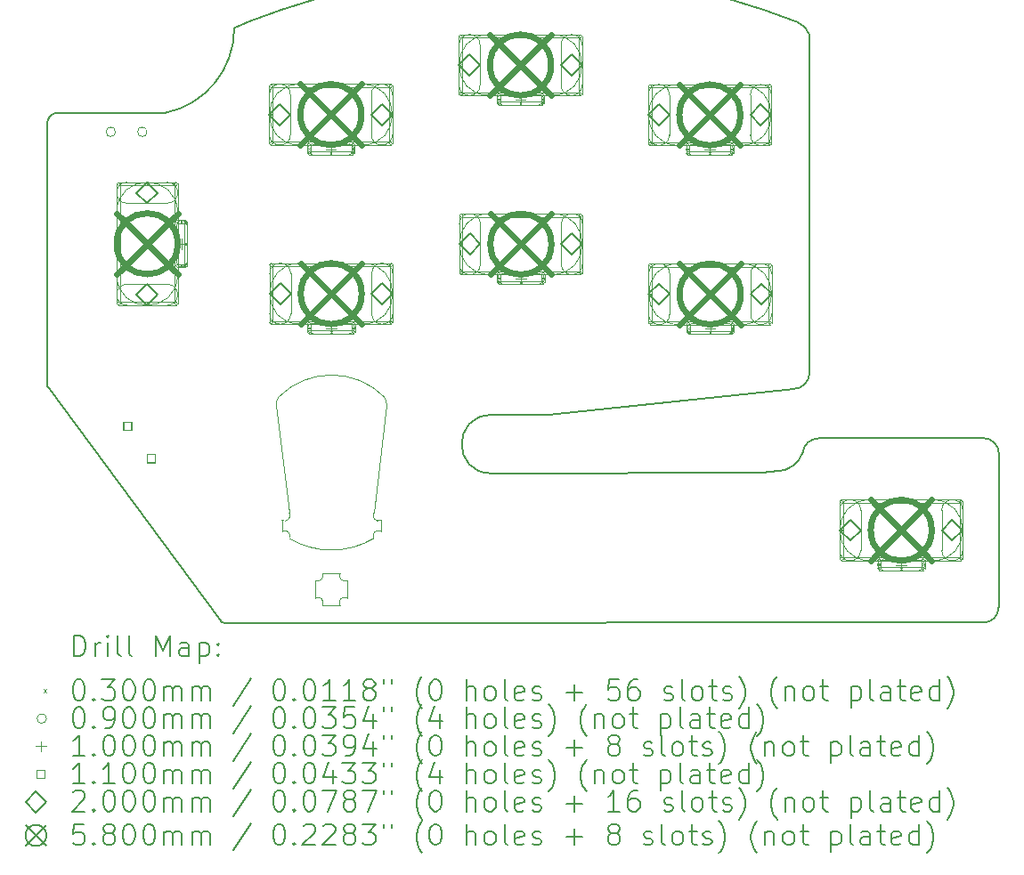
<source format=gbr>
%TF.GenerationSoftware,KiCad,Pcbnew,8.0.2*%
%TF.CreationDate,2024-07-06T21:08:29-05:00*%
%TF.ProjectId,bonsai,626f6e73-6169-42e6-9b69-6361645f7063,v1*%
%TF.SameCoordinates,Original*%
%TF.FileFunction,Drillmap*%
%TF.FilePolarity,Positive*%
%FSLAX45Y45*%
G04 Gerber Fmt 4.5, Leading zero omitted, Abs format (unit mm)*
G04 Created by KiCad (PCBNEW 8.0.2) date 2024-07-06 21:08:29*
%MOMM*%
%LPD*%
G01*
G04 APERTURE LIST*
%ADD10C,0.150000*%
%ADD11C,0.120000*%
%ADD12C,0.050000*%
%ADD13C,0.200000*%
%ADD14C,0.100000*%
%ADD15C,0.110000*%
%ADD16C,0.580000*%
G04 APERTURE END LIST*
D10*
X10258360Y-5813360D02*
G75*
G02*
X10405000Y-5960000I0J-146640D01*
G01*
X3134185Y-1915924D02*
G75*
G02*
X2475000Y-2720000I-820000J0D01*
G01*
X8602950Y-5196310D02*
G75*
G02*
X8456310Y-5342950I-146640J0D01*
G01*
X8485376Y-1854036D02*
G75*
G02*
X8602914Y-1975637I-60376J-175964D01*
G01*
X6126680Y-5592500D02*
X5575000Y-5592500D01*
X8156640Y-6138900D02*
X5575000Y-6147500D01*
X3134185Y-1915924D02*
X3137500Y-1910000D01*
X3137500Y-1910000D02*
X3145000Y-1905000D01*
X5575000Y-6147500D02*
G75*
G02*
X5575000Y-5592500I0J277500D01*
G01*
X10405000Y-5960000D02*
X10402950Y-7421310D01*
X6126680Y-5592500D02*
X8456310Y-5342950D01*
X3145000Y-1905000D02*
X3275000Y-1850000D01*
X2417455Y-2722976D02*
X2475000Y-2720000D01*
X1356640Y-2818900D02*
G75*
G02*
X1456640Y-2718900I100000J0D01*
G01*
X3275000Y-1850000D02*
G75*
G02*
X8485376Y-1854036I2600000J-6700000D01*
G01*
X1369041Y-5335708D02*
X1360000Y-5320000D01*
X1360000Y-5320000D02*
X1357500Y-5305000D01*
X1356640Y-5295000D02*
X1356640Y-2818900D01*
X1357500Y-5305000D02*
X1356640Y-5295000D01*
X10402950Y-7421310D02*
G75*
G02*
X10256310Y-7567950I-146640J0D01*
G01*
X10256310Y-7567950D02*
X3040000Y-7568897D01*
X3040000Y-7568897D02*
X3025000Y-7565000D01*
X3015000Y-7560000D02*
X2996968Y-7542237D01*
X3025000Y-7565000D02*
X3015000Y-7560000D01*
X8541218Y-5947356D02*
G75*
G02*
X8685009Y-5815258I148782J-17644D01*
G01*
X8541218Y-5947356D02*
G75*
G02*
X8306780Y-6128151I-255148J88456D01*
G01*
X8715000Y-5813360D02*
X10258360Y-5813360D01*
X8602914Y-1975637D02*
X8602950Y-5196310D01*
X8685009Y-5815258D02*
X8715000Y-5813360D01*
X8156640Y-6138900D02*
X8306780Y-6128151D01*
X1369041Y-5335708D02*
X2996968Y-7542237D01*
X1456640Y-2718900D02*
X2417455Y-2722976D01*
D11*
X4529544Y-6594180D02*
G75*
G02*
X4460964Y-6525600I-24775J43805D01*
G01*
X4460964Y-6766900D02*
G75*
G02*
X4529544Y-6698320I43805J24775D01*
G01*
D12*
X4460964Y-6766900D02*
G75*
G02*
X3658324Y-6766900I-401320J672600D01*
G01*
D11*
X3658324Y-6525600D02*
G75*
G02*
X3589744Y-6594180I-43805J-24775D01*
G01*
X3589744Y-6698320D02*
G75*
G02*
X3658324Y-6766900I24775J-43805D01*
G01*
X4529544Y-6594180D02*
X4529544Y-6698320D01*
D12*
X4460964Y-6525600D02*
X4584644Y-5494300D01*
D11*
X3589744Y-6698320D02*
X3589744Y-6594180D01*
D12*
X3534644Y-5494300D02*
X3658324Y-6525600D01*
X3559644Y-5419300D02*
G75*
G02*
X4559644Y-5419300I500000J-500000D01*
G01*
X4559644Y-5419300D02*
G75*
G02*
X4584644Y-5494300I-100000J-75000D01*
G01*
X3534644Y-5494300D02*
G75*
G02*
X3559644Y-5419300I124999J0D01*
G01*
D11*
X4209040Y-7165280D02*
G75*
G02*
X4140460Y-7096700I-24775J43805D01*
G01*
X4140460Y-7401500D02*
G75*
G02*
X4209040Y-7332920I43805J24775D01*
G01*
X3972820Y-7096700D02*
G75*
G02*
X3904240Y-7165280I-43805J-24775D01*
G01*
X3904240Y-7332920D02*
G75*
G02*
X3972820Y-7401500I24775J-43805D01*
G01*
X4209040Y-7332920D02*
X4209040Y-7165280D01*
X4140460Y-7401500D02*
X3972820Y-7401500D01*
X4140460Y-7096700D02*
X3972820Y-7096700D01*
X3904240Y-7332920D02*
X3904240Y-7165280D01*
D13*
D14*
X2016640Y-3948900D02*
X2046640Y-3978900D01*
X2046640Y-3948900D02*
X2016640Y-3978900D01*
X2046640Y-4533900D02*
X2046640Y-3393900D01*
X2016640Y-3393900D02*
G75*
G02*
X2046640Y-3393900I15000J0D01*
G01*
X2016640Y-3393900D02*
X2016640Y-4533900D01*
X2016640Y-4533900D02*
G75*
G03*
X2046640Y-4533900I15000J0D01*
G01*
X2291640Y-3378900D02*
X2321640Y-3408900D01*
X2321640Y-3378900D02*
X2291640Y-3408900D01*
X2581640Y-3378900D02*
X2031640Y-3378900D01*
X2031640Y-3408900D02*
G75*
G02*
X2031640Y-3378900I0J15000D01*
G01*
X2031640Y-3408900D02*
X2581640Y-3408900D01*
X2581640Y-3408900D02*
G75*
G03*
X2581640Y-3378900I0J15000D01*
G01*
X2291640Y-4518900D02*
X2321640Y-4548900D01*
X2321640Y-4518900D02*
X2291640Y-4548900D01*
X2581640Y-4518900D02*
X2031640Y-4518900D01*
X2031640Y-4548900D02*
G75*
G02*
X2031640Y-4518900I0J15000D01*
G01*
X2031640Y-4548900D02*
X2581640Y-4548900D01*
X2581640Y-4548900D02*
G75*
G03*
X2581640Y-4518900I0J15000D01*
G01*
X2566640Y-3948900D02*
X2596640Y-3978900D01*
X2596640Y-3948900D02*
X2566640Y-3978900D01*
X2596640Y-4533900D02*
X2596640Y-3393900D01*
X2566640Y-3393900D02*
G75*
G02*
X2596640Y-3393900I15000J0D01*
G01*
X2566640Y-3393900D02*
X2566640Y-4533900D01*
X2566640Y-4533900D02*
G75*
G03*
X2596640Y-4533900I15000J0D01*
G01*
X2616640Y-3738900D02*
X2646640Y-3768900D01*
X2646640Y-3738900D02*
X2616640Y-3768900D01*
X2671640Y-3738900D02*
X2591640Y-3738900D01*
X2591640Y-3768900D02*
G75*
G02*
X2591640Y-3738900I0J15000D01*
G01*
X2591640Y-3768900D02*
X2671640Y-3768900D01*
X2671640Y-3768900D02*
G75*
G03*
X2671640Y-3738900I0J15000D01*
G01*
X2616640Y-4158900D02*
X2646640Y-4188900D01*
X2646640Y-4158900D02*
X2616640Y-4188900D01*
X2671640Y-4158900D02*
X2591640Y-4158900D01*
X2591640Y-4188900D02*
G75*
G02*
X2591640Y-4158900I0J15000D01*
G01*
X2591640Y-4188900D02*
X2671640Y-4188900D01*
X2671640Y-4188900D02*
G75*
G03*
X2671640Y-4158900I0J15000D01*
G01*
X2656640Y-3948900D02*
X2686640Y-3978900D01*
X2686640Y-3948900D02*
X2656640Y-3978900D01*
X2686640Y-4173900D02*
X2686640Y-3753900D01*
X2656640Y-3753900D02*
G75*
G02*
X2686640Y-3753900I15000J0D01*
G01*
X2656640Y-3753900D02*
X2656640Y-4173900D01*
X2656640Y-4173900D02*
G75*
G03*
X2686640Y-4173900I15000J0D01*
G01*
X3468280Y-2720300D02*
X3498280Y-2750300D01*
X3498280Y-2720300D02*
X3468280Y-2750300D01*
X3498280Y-3010300D02*
X3498280Y-2460300D01*
X3468280Y-2460300D02*
G75*
G02*
X3498280Y-2460300I15000J0D01*
G01*
X3468280Y-2460300D02*
X3468280Y-3010300D01*
X3468280Y-3010300D02*
G75*
G03*
X3498280Y-3010300I15000J0D01*
G01*
X3471640Y-4423900D02*
X3501640Y-4453900D01*
X3501640Y-4423900D02*
X3471640Y-4453900D01*
X3501640Y-4713900D02*
X3501640Y-4163900D01*
X3471640Y-4163900D02*
G75*
G02*
X3501640Y-4163900I15000J0D01*
G01*
X3471640Y-4163900D02*
X3471640Y-4713900D01*
X3471640Y-4713900D02*
G75*
G03*
X3501640Y-4713900I15000J0D01*
G01*
X3828280Y-3045300D02*
X3858280Y-3075300D01*
X3858280Y-3045300D02*
X3828280Y-3075300D01*
X3858280Y-3100300D02*
X3858280Y-3020300D01*
X3828280Y-3020300D02*
G75*
G02*
X3858280Y-3020300I15000J0D01*
G01*
X3828280Y-3020300D02*
X3828280Y-3100300D01*
X3828280Y-3100300D02*
G75*
G03*
X3858280Y-3100300I15000J0D01*
G01*
X3831640Y-4748900D02*
X3861640Y-4778900D01*
X3861640Y-4748900D02*
X3831640Y-4778900D01*
X3861640Y-4803900D02*
X3861640Y-4723900D01*
X3831640Y-4723900D02*
G75*
G02*
X3861640Y-4723900I15000J0D01*
G01*
X3831640Y-4723900D02*
X3831640Y-4803900D01*
X3831640Y-4803900D02*
G75*
G03*
X3861640Y-4803900I15000J0D01*
G01*
X4038280Y-2445300D02*
X4068280Y-2475300D01*
X4068280Y-2445300D02*
X4038280Y-2475300D01*
X3483280Y-2475300D02*
X4623280Y-2475300D01*
X4623280Y-2445300D02*
G75*
G02*
X4623280Y-2475300I0J-15000D01*
G01*
X4623280Y-2445300D02*
X3483280Y-2445300D01*
X3483280Y-2445300D02*
G75*
G03*
X3483280Y-2475300I0J-15000D01*
G01*
X4038280Y-2995300D02*
X4068280Y-3025300D01*
X4068280Y-2995300D02*
X4038280Y-3025300D01*
X3483280Y-3025300D02*
X4623280Y-3025300D01*
X4623280Y-2995300D02*
G75*
G02*
X4623280Y-3025300I0J-15000D01*
G01*
X4623280Y-2995300D02*
X3483280Y-2995300D01*
X3483280Y-2995300D02*
G75*
G03*
X3483280Y-3025300I0J-15000D01*
G01*
X4038280Y-3085300D02*
X4068280Y-3115300D01*
X4068280Y-3085300D02*
X4038280Y-3115300D01*
X3843280Y-3115300D02*
X4263280Y-3115300D01*
X4263280Y-3085300D02*
G75*
G02*
X4263280Y-3115300I0J-15000D01*
G01*
X4263280Y-3085300D02*
X3843280Y-3085300D01*
X3843280Y-3085300D02*
G75*
G03*
X3843280Y-3115300I0J-15000D01*
G01*
X4041640Y-4148900D02*
X4071640Y-4178900D01*
X4071640Y-4148900D02*
X4041640Y-4178900D01*
X3486640Y-4178900D02*
X4626640Y-4178900D01*
X4626640Y-4148900D02*
G75*
G02*
X4626640Y-4178900I0J-15000D01*
G01*
X4626640Y-4148900D02*
X3486640Y-4148900D01*
X3486640Y-4148900D02*
G75*
G03*
X3486640Y-4178900I0J-15000D01*
G01*
X4041640Y-4698900D02*
X4071640Y-4728900D01*
X4071640Y-4698900D02*
X4041640Y-4728900D01*
X3486640Y-4728900D02*
X4626640Y-4728900D01*
X4626640Y-4698900D02*
G75*
G02*
X4626640Y-4728900I0J-15000D01*
G01*
X4626640Y-4698900D02*
X3486640Y-4698900D01*
X3486640Y-4698900D02*
G75*
G03*
X3486640Y-4728900I0J-15000D01*
G01*
X4041640Y-4788900D02*
X4071640Y-4818900D01*
X4071640Y-4788900D02*
X4041640Y-4818900D01*
X3846640Y-4818900D02*
X4266640Y-4818900D01*
X4266640Y-4788900D02*
G75*
G02*
X4266640Y-4818900I0J-15000D01*
G01*
X4266640Y-4788900D02*
X3846640Y-4788900D01*
X3846640Y-4788900D02*
G75*
G03*
X3846640Y-4818900I0J-15000D01*
G01*
X4248280Y-3045300D02*
X4278280Y-3075300D01*
X4278280Y-3045300D02*
X4248280Y-3075300D01*
X4278280Y-3100300D02*
X4278280Y-3020300D01*
X4248280Y-3020300D02*
G75*
G02*
X4278280Y-3020300I15000J0D01*
G01*
X4248280Y-3020300D02*
X4248280Y-3100300D01*
X4248280Y-3100300D02*
G75*
G03*
X4278280Y-3100300I15000J0D01*
G01*
X4251640Y-4748900D02*
X4281640Y-4778900D01*
X4281640Y-4748900D02*
X4251640Y-4778900D01*
X4281640Y-4803900D02*
X4281640Y-4723900D01*
X4251640Y-4723900D02*
G75*
G02*
X4281640Y-4723900I15000J0D01*
G01*
X4251640Y-4723900D02*
X4251640Y-4803900D01*
X4251640Y-4803900D02*
G75*
G03*
X4281640Y-4803900I15000J0D01*
G01*
X4608280Y-2720300D02*
X4638280Y-2750300D01*
X4638280Y-2720300D02*
X4608280Y-2750300D01*
X4638280Y-3010300D02*
X4638280Y-2460300D01*
X4608280Y-2460300D02*
G75*
G02*
X4638280Y-2460300I15000J0D01*
G01*
X4608280Y-2460300D02*
X4608280Y-3010300D01*
X4608280Y-3010300D02*
G75*
G03*
X4638280Y-3010300I15000J0D01*
G01*
X4611640Y-4423900D02*
X4641640Y-4453900D01*
X4641640Y-4423900D02*
X4611640Y-4453900D01*
X4641640Y-4713900D02*
X4641640Y-4163900D01*
X4611640Y-4163900D02*
G75*
G02*
X4641640Y-4163900I15000J0D01*
G01*
X4611640Y-4163900D02*
X4611640Y-4713900D01*
X4611640Y-4713900D02*
G75*
G03*
X4641640Y-4713900I15000J0D01*
G01*
X5271640Y-2248900D02*
X5301640Y-2278900D01*
X5301640Y-2248900D02*
X5271640Y-2278900D01*
X5301640Y-2538900D02*
X5301640Y-1988900D01*
X5271640Y-1988900D02*
G75*
G02*
X5301640Y-1988900I15000J0D01*
G01*
X5271640Y-1988900D02*
X5271640Y-2538900D01*
X5271640Y-2538900D02*
G75*
G03*
X5301640Y-2538900I15000J0D01*
G01*
X5275000Y-3952500D02*
X5305000Y-3982500D01*
X5305000Y-3952500D02*
X5275000Y-3982500D01*
X5305000Y-4242500D02*
X5305000Y-3692500D01*
X5275000Y-3692500D02*
G75*
G02*
X5305000Y-3692500I15000J0D01*
G01*
X5275000Y-3692500D02*
X5275000Y-4242500D01*
X5275000Y-4242500D02*
G75*
G03*
X5305000Y-4242500I15000J0D01*
G01*
X5631640Y-2573900D02*
X5661640Y-2603900D01*
X5661640Y-2573900D02*
X5631640Y-2603900D01*
X5661640Y-2628900D02*
X5661640Y-2548900D01*
X5631640Y-2548900D02*
G75*
G02*
X5661640Y-2548900I15000J0D01*
G01*
X5631640Y-2548900D02*
X5631640Y-2628900D01*
X5631640Y-2628900D02*
G75*
G03*
X5661640Y-2628900I15000J0D01*
G01*
X5635000Y-4277500D02*
X5665000Y-4307500D01*
X5665000Y-4277500D02*
X5635000Y-4307500D01*
X5665000Y-4332500D02*
X5665000Y-4252500D01*
X5635000Y-4252500D02*
G75*
G02*
X5665000Y-4252500I15000J0D01*
G01*
X5635000Y-4252500D02*
X5635000Y-4332500D01*
X5635000Y-4332500D02*
G75*
G03*
X5665000Y-4332500I15000J0D01*
G01*
X5841640Y-1973900D02*
X5871640Y-2003900D01*
X5871640Y-1973900D02*
X5841640Y-2003900D01*
X5286640Y-2003900D02*
X6426640Y-2003900D01*
X6426640Y-1973900D02*
G75*
G02*
X6426640Y-2003900I0J-15000D01*
G01*
X6426640Y-1973900D02*
X5286640Y-1973900D01*
X5286640Y-1973900D02*
G75*
G03*
X5286640Y-2003900I0J-15000D01*
G01*
X5841640Y-2523900D02*
X5871640Y-2553900D01*
X5871640Y-2523900D02*
X5841640Y-2553900D01*
X5286640Y-2553900D02*
X6426640Y-2553900D01*
X6426640Y-2523900D02*
G75*
G02*
X6426640Y-2553900I0J-15000D01*
G01*
X6426640Y-2523900D02*
X5286640Y-2523900D01*
X5286640Y-2523900D02*
G75*
G03*
X5286640Y-2553900I0J-15000D01*
G01*
X5841640Y-2613900D02*
X5871640Y-2643900D01*
X5871640Y-2613900D02*
X5841640Y-2643900D01*
X5646640Y-2643900D02*
X6066640Y-2643900D01*
X6066640Y-2613900D02*
G75*
G02*
X6066640Y-2643900I0J-15000D01*
G01*
X6066640Y-2613900D02*
X5646640Y-2613900D01*
X5646640Y-2613900D02*
G75*
G03*
X5646640Y-2643900I0J-15000D01*
G01*
X5845000Y-3677500D02*
X5875000Y-3707500D01*
X5875000Y-3677500D02*
X5845000Y-3707500D01*
X5290000Y-3707500D02*
X6430000Y-3707500D01*
X6430000Y-3677500D02*
G75*
G02*
X6430000Y-3707500I0J-15000D01*
G01*
X6430000Y-3677500D02*
X5290000Y-3677500D01*
X5290000Y-3677500D02*
G75*
G03*
X5290000Y-3707500I0J-15000D01*
G01*
X5845000Y-4227500D02*
X5875000Y-4257500D01*
X5875000Y-4227500D02*
X5845000Y-4257500D01*
X5290000Y-4257500D02*
X6430000Y-4257500D01*
X6430000Y-4227500D02*
G75*
G02*
X6430000Y-4257500I0J-15000D01*
G01*
X6430000Y-4227500D02*
X5290000Y-4227500D01*
X5290000Y-4227500D02*
G75*
G03*
X5290000Y-4257500I0J-15000D01*
G01*
X5845000Y-4317500D02*
X5875000Y-4347500D01*
X5875000Y-4317500D02*
X5845000Y-4347500D01*
X5650000Y-4347500D02*
X6070000Y-4347500D01*
X6070000Y-4317500D02*
G75*
G02*
X6070000Y-4347500I0J-15000D01*
G01*
X6070000Y-4317500D02*
X5650000Y-4317500D01*
X5650000Y-4317500D02*
G75*
G03*
X5650000Y-4347500I0J-15000D01*
G01*
X6051640Y-2573900D02*
X6081640Y-2603900D01*
X6081640Y-2573900D02*
X6051640Y-2603900D01*
X6081640Y-2628900D02*
X6081640Y-2548900D01*
X6051640Y-2548900D02*
G75*
G02*
X6081640Y-2548900I15000J0D01*
G01*
X6051640Y-2548900D02*
X6051640Y-2628900D01*
X6051640Y-2628900D02*
G75*
G03*
X6081640Y-2628900I15000J0D01*
G01*
X6055000Y-4277500D02*
X6085000Y-4307500D01*
X6085000Y-4277500D02*
X6055000Y-4307500D01*
X6085000Y-4332500D02*
X6085000Y-4252500D01*
X6055000Y-4252500D02*
G75*
G02*
X6085000Y-4252500I15000J0D01*
G01*
X6055000Y-4252500D02*
X6055000Y-4332500D01*
X6055000Y-4332500D02*
G75*
G03*
X6085000Y-4332500I15000J0D01*
G01*
X6411640Y-2248900D02*
X6441640Y-2278900D01*
X6441640Y-2248900D02*
X6411640Y-2278900D01*
X6441640Y-2538900D02*
X6441640Y-1988900D01*
X6411640Y-1988900D02*
G75*
G02*
X6441640Y-1988900I15000J0D01*
G01*
X6411640Y-1988900D02*
X6411640Y-2538900D01*
X6411640Y-2538900D02*
G75*
G03*
X6441640Y-2538900I15000J0D01*
G01*
X6415000Y-3952500D02*
X6445000Y-3982500D01*
X6445000Y-3952500D02*
X6415000Y-3982500D01*
X6445000Y-4242500D02*
X6445000Y-3692500D01*
X6415000Y-3692500D02*
G75*
G02*
X6445000Y-3692500I15000J0D01*
G01*
X6415000Y-3692500D02*
X6415000Y-4242500D01*
X6415000Y-4242500D02*
G75*
G03*
X6445000Y-4242500I15000J0D01*
G01*
X7071640Y-2723900D02*
X7101640Y-2753900D01*
X7101640Y-2723900D02*
X7071640Y-2753900D01*
X7101640Y-3013900D02*
X7101640Y-2463900D01*
X7071640Y-2463900D02*
G75*
G02*
X7101640Y-2463900I15000J0D01*
G01*
X7071640Y-2463900D02*
X7071640Y-3013900D01*
X7071640Y-3013900D02*
G75*
G03*
X7101640Y-3013900I15000J0D01*
G01*
X7075000Y-4427500D02*
X7105000Y-4457500D01*
X7105000Y-4427500D02*
X7075000Y-4457500D01*
X7105000Y-4717500D02*
X7105000Y-4167500D01*
X7075000Y-4167500D02*
G75*
G02*
X7105000Y-4167500I15000J0D01*
G01*
X7075000Y-4167500D02*
X7075000Y-4717500D01*
X7075000Y-4717500D02*
G75*
G03*
X7105000Y-4717500I15000J0D01*
G01*
X7431640Y-3048900D02*
X7461640Y-3078900D01*
X7461640Y-3048900D02*
X7431640Y-3078900D01*
X7461640Y-3103900D02*
X7461640Y-3023900D01*
X7431640Y-3023900D02*
G75*
G02*
X7461640Y-3023900I15000J0D01*
G01*
X7431640Y-3023900D02*
X7431640Y-3103900D01*
X7431640Y-3103900D02*
G75*
G03*
X7461640Y-3103900I15000J0D01*
G01*
X7435000Y-4752500D02*
X7465000Y-4782500D01*
X7465000Y-4752500D02*
X7435000Y-4782500D01*
X7465000Y-4807500D02*
X7465000Y-4727500D01*
X7435000Y-4727500D02*
G75*
G02*
X7465000Y-4727500I15000J0D01*
G01*
X7435000Y-4727500D02*
X7435000Y-4807500D01*
X7435000Y-4807500D02*
G75*
G03*
X7465000Y-4807500I15000J0D01*
G01*
X7641640Y-2448900D02*
X7671640Y-2478900D01*
X7671640Y-2448900D02*
X7641640Y-2478900D01*
X7086640Y-2478900D02*
X8226640Y-2478900D01*
X8226640Y-2448900D02*
G75*
G02*
X8226640Y-2478900I0J-15000D01*
G01*
X8226640Y-2448900D02*
X7086640Y-2448900D01*
X7086640Y-2448900D02*
G75*
G03*
X7086640Y-2478900I0J-15000D01*
G01*
X7641640Y-2998900D02*
X7671640Y-3028900D01*
X7671640Y-2998900D02*
X7641640Y-3028900D01*
X7086640Y-3028900D02*
X8226640Y-3028900D01*
X8226640Y-2998900D02*
G75*
G02*
X8226640Y-3028900I0J-15000D01*
G01*
X8226640Y-2998900D02*
X7086640Y-2998900D01*
X7086640Y-2998900D02*
G75*
G03*
X7086640Y-3028900I0J-15000D01*
G01*
X7641640Y-3088900D02*
X7671640Y-3118900D01*
X7671640Y-3088900D02*
X7641640Y-3118900D01*
X7446640Y-3118900D02*
X7866640Y-3118900D01*
X7866640Y-3088900D02*
G75*
G02*
X7866640Y-3118900I0J-15000D01*
G01*
X7866640Y-3088900D02*
X7446640Y-3088900D01*
X7446640Y-3088900D02*
G75*
G03*
X7446640Y-3118900I0J-15000D01*
G01*
X7645000Y-4152500D02*
X7675000Y-4182500D01*
X7675000Y-4152500D02*
X7645000Y-4182500D01*
X7090000Y-4182500D02*
X8230000Y-4182500D01*
X8230000Y-4152500D02*
G75*
G02*
X8230000Y-4182500I0J-15000D01*
G01*
X8230000Y-4152500D02*
X7090000Y-4152500D01*
X7090000Y-4152500D02*
G75*
G03*
X7090000Y-4182500I0J-15000D01*
G01*
X7645000Y-4702500D02*
X7675000Y-4732500D01*
X7675000Y-4702500D02*
X7645000Y-4732500D01*
X7090000Y-4732500D02*
X8230000Y-4732500D01*
X8230000Y-4702500D02*
G75*
G02*
X8230000Y-4732500I0J-15000D01*
G01*
X8230000Y-4702500D02*
X7090000Y-4702500D01*
X7090000Y-4702500D02*
G75*
G03*
X7090000Y-4732500I0J-15000D01*
G01*
X7645000Y-4792500D02*
X7675000Y-4822500D01*
X7675000Y-4792500D02*
X7645000Y-4822500D01*
X7450000Y-4822500D02*
X7870000Y-4822500D01*
X7870000Y-4792500D02*
G75*
G02*
X7870000Y-4822500I0J-15000D01*
G01*
X7870000Y-4792500D02*
X7450000Y-4792500D01*
X7450000Y-4792500D02*
G75*
G03*
X7450000Y-4822500I0J-15000D01*
G01*
X7851640Y-3048900D02*
X7881640Y-3078900D01*
X7881640Y-3048900D02*
X7851640Y-3078900D01*
X7881640Y-3103900D02*
X7881640Y-3023900D01*
X7851640Y-3023900D02*
G75*
G02*
X7881640Y-3023900I15000J0D01*
G01*
X7851640Y-3023900D02*
X7851640Y-3103900D01*
X7851640Y-3103900D02*
G75*
G03*
X7881640Y-3103900I15000J0D01*
G01*
X7855000Y-4752500D02*
X7885000Y-4782500D01*
X7885000Y-4752500D02*
X7855000Y-4782500D01*
X7885000Y-4807500D02*
X7885000Y-4727500D01*
X7855000Y-4727500D02*
G75*
G02*
X7885000Y-4727500I15000J0D01*
G01*
X7855000Y-4727500D02*
X7855000Y-4807500D01*
X7855000Y-4807500D02*
G75*
G03*
X7885000Y-4807500I15000J0D01*
G01*
X8211640Y-2723900D02*
X8241640Y-2753900D01*
X8241640Y-2723900D02*
X8211640Y-2753900D01*
X8241640Y-3013900D02*
X8241640Y-2463900D01*
X8211640Y-2463900D02*
G75*
G02*
X8241640Y-2463900I15000J0D01*
G01*
X8211640Y-2463900D02*
X8211640Y-3013900D01*
X8211640Y-3013900D02*
G75*
G03*
X8241640Y-3013900I15000J0D01*
G01*
X8215000Y-4427500D02*
X8245000Y-4457500D01*
X8245000Y-4427500D02*
X8215000Y-4457500D01*
X8245000Y-4717500D02*
X8245000Y-4167500D01*
X8215000Y-4167500D02*
G75*
G02*
X8245000Y-4167500I15000J0D01*
G01*
X8215000Y-4167500D02*
X8215000Y-4717500D01*
X8215000Y-4717500D02*
G75*
G03*
X8245000Y-4717500I15000J0D01*
G01*
X8891640Y-6673900D02*
X8921640Y-6703900D01*
X8921640Y-6673900D02*
X8891640Y-6703900D01*
X8921640Y-6963900D02*
X8921640Y-6413900D01*
X8891640Y-6413900D02*
G75*
G02*
X8921640Y-6413900I15000J0D01*
G01*
X8891640Y-6413900D02*
X8891640Y-6963900D01*
X8891640Y-6963900D02*
G75*
G03*
X8921640Y-6963900I15000J0D01*
G01*
X9251640Y-6998900D02*
X9281640Y-7028900D01*
X9281640Y-6998900D02*
X9251640Y-7028900D01*
X9281640Y-7053900D02*
X9281640Y-6973900D01*
X9251640Y-6973900D02*
G75*
G02*
X9281640Y-6973900I15000J0D01*
G01*
X9251640Y-6973900D02*
X9251640Y-7053900D01*
X9251640Y-7053900D02*
G75*
G03*
X9281640Y-7053900I15000J0D01*
G01*
X9461640Y-6398900D02*
X9491640Y-6428900D01*
X9491640Y-6398900D02*
X9461640Y-6428900D01*
X8906640Y-6428900D02*
X10046640Y-6428900D01*
X10046640Y-6398900D02*
G75*
G02*
X10046640Y-6428900I0J-15000D01*
G01*
X10046640Y-6398900D02*
X8906640Y-6398900D01*
X8906640Y-6398900D02*
G75*
G03*
X8906640Y-6428900I0J-15000D01*
G01*
X9461640Y-6948900D02*
X9491640Y-6978900D01*
X9491640Y-6948900D02*
X9461640Y-6978900D01*
X8906640Y-6978900D02*
X10046640Y-6978900D01*
X10046640Y-6948900D02*
G75*
G02*
X10046640Y-6978900I0J-15000D01*
G01*
X10046640Y-6948900D02*
X8906640Y-6948900D01*
X8906640Y-6948900D02*
G75*
G03*
X8906640Y-6978900I0J-15000D01*
G01*
X9461640Y-7038900D02*
X9491640Y-7068900D01*
X9491640Y-7038900D02*
X9461640Y-7068900D01*
X9266640Y-7068900D02*
X9686640Y-7068900D01*
X9686640Y-7038900D02*
G75*
G02*
X9686640Y-7068900I0J-15000D01*
G01*
X9686640Y-7038900D02*
X9266640Y-7038900D01*
X9266640Y-7038900D02*
G75*
G03*
X9266640Y-7068900I0J-15000D01*
G01*
X9671640Y-6998900D02*
X9701640Y-7028900D01*
X9701640Y-6998900D02*
X9671640Y-7028900D01*
X9701640Y-7053900D02*
X9701640Y-6973900D01*
X9671640Y-6973900D02*
G75*
G02*
X9701640Y-6973900I15000J0D01*
G01*
X9671640Y-6973900D02*
X9671640Y-7053900D01*
X9671640Y-7053900D02*
G75*
G03*
X9701640Y-7053900I15000J0D01*
G01*
X10031640Y-6673900D02*
X10061640Y-6703900D01*
X10061640Y-6673900D02*
X10031640Y-6703900D01*
X10061640Y-6963900D02*
X10061640Y-6413900D01*
X10031640Y-6413900D02*
G75*
G02*
X10061640Y-6413900I15000J0D01*
G01*
X10031640Y-6413900D02*
X10031640Y-6963900D01*
X10031640Y-6963900D02*
G75*
G03*
X10061640Y-6963900I15000J0D01*
G01*
X2005000Y-2899500D02*
G75*
G02*
X1915000Y-2899500I-45000J0D01*
G01*
X1915000Y-2899500D02*
G75*
G02*
X2005000Y-2899500I45000J0D01*
G01*
X2005000Y-2899500D02*
G75*
G02*
X1915000Y-2899500I-45000J0D01*
G01*
X1915000Y-2899500D02*
G75*
G02*
X2005000Y-2899500I45000J0D01*
G01*
X2305000Y-2899500D02*
G75*
G02*
X2215000Y-2899500I-45000J0D01*
G01*
X2215000Y-2899500D02*
G75*
G02*
X2305000Y-2899500I45000J0D01*
G01*
X2305000Y-2899500D02*
G75*
G02*
X2215000Y-2899500I-45000J0D01*
G01*
X2215000Y-2899500D02*
G75*
G02*
X2305000Y-2899500I45000J0D01*
G01*
X2636640Y-3913900D02*
X2636640Y-4013900D01*
X2586640Y-3963900D02*
X2686640Y-3963900D01*
X2686640Y-4138900D02*
X2686640Y-3788900D01*
X2586640Y-3788900D02*
G75*
G02*
X2686640Y-3788900I50000J0D01*
G01*
X2586640Y-3788900D02*
X2586640Y-4138900D01*
X2586640Y-4138900D02*
G75*
G03*
X2686640Y-4138900I50000J0D01*
G01*
X4053280Y-3015300D02*
X4053280Y-3115300D01*
X4003280Y-3065300D02*
X4103280Y-3065300D01*
X3878280Y-3115300D02*
X4228280Y-3115300D01*
X4228280Y-3015300D02*
G75*
G02*
X4228280Y-3115300I0J-50000D01*
G01*
X4228280Y-3015300D02*
X3878280Y-3015300D01*
X3878280Y-3015300D02*
G75*
G03*
X3878280Y-3115300I0J-50000D01*
G01*
X4056640Y-4718900D02*
X4056640Y-4818900D01*
X4006640Y-4768900D02*
X4106640Y-4768900D01*
X3881640Y-4818900D02*
X4231640Y-4818900D01*
X4231640Y-4718900D02*
G75*
G02*
X4231640Y-4818900I0J-50000D01*
G01*
X4231640Y-4718900D02*
X3881640Y-4718900D01*
X3881640Y-4718900D02*
G75*
G03*
X3881640Y-4818900I0J-50000D01*
G01*
X5856640Y-2543900D02*
X5856640Y-2643900D01*
X5806640Y-2593900D02*
X5906640Y-2593900D01*
X5681640Y-2643900D02*
X6031640Y-2643900D01*
X6031640Y-2543900D02*
G75*
G02*
X6031640Y-2643900I0J-50000D01*
G01*
X6031640Y-2543900D02*
X5681640Y-2543900D01*
X5681640Y-2543900D02*
G75*
G03*
X5681640Y-2643900I0J-50000D01*
G01*
X5860000Y-4247500D02*
X5860000Y-4347500D01*
X5810000Y-4297500D02*
X5910000Y-4297500D01*
X5685000Y-4347500D02*
X6035000Y-4347500D01*
X6035000Y-4247500D02*
G75*
G02*
X6035000Y-4347500I0J-50000D01*
G01*
X6035000Y-4247500D02*
X5685000Y-4247500D01*
X5685000Y-4247500D02*
G75*
G03*
X5685000Y-4347500I0J-50000D01*
G01*
X7656640Y-3018900D02*
X7656640Y-3118900D01*
X7606640Y-3068900D02*
X7706640Y-3068900D01*
X7481640Y-3118900D02*
X7831640Y-3118900D01*
X7831640Y-3018900D02*
G75*
G02*
X7831640Y-3118900I0J-50000D01*
G01*
X7831640Y-3018900D02*
X7481640Y-3018900D01*
X7481640Y-3018900D02*
G75*
G03*
X7481640Y-3118900I0J-50000D01*
G01*
X7660000Y-4722500D02*
X7660000Y-4822500D01*
X7610000Y-4772500D02*
X7710000Y-4772500D01*
X7485000Y-4822500D02*
X7835000Y-4822500D01*
X7835000Y-4722500D02*
G75*
G02*
X7835000Y-4822500I0J-50000D01*
G01*
X7835000Y-4722500D02*
X7485000Y-4722500D01*
X7485000Y-4722500D02*
G75*
G03*
X7485000Y-4822500I0J-50000D01*
G01*
X9476640Y-6968900D02*
X9476640Y-7068900D01*
X9426640Y-7018900D02*
X9526640Y-7018900D01*
X9301640Y-7068900D02*
X9651640Y-7068900D01*
X9651640Y-6968900D02*
G75*
G02*
X9651640Y-7068900I0J-50000D01*
G01*
X9651640Y-6968900D02*
X9301640Y-6968900D01*
X9301640Y-6968900D02*
G75*
G03*
X9301640Y-7068900I0J-50000D01*
G01*
D15*
X2155501Y-5735680D02*
X2155501Y-5657898D01*
X2077718Y-5657898D01*
X2077718Y-5735680D01*
X2155501Y-5735680D01*
X2158891Y-5738891D02*
X2158891Y-5661109D01*
X2081109Y-5661109D01*
X2081109Y-5738891D01*
X2158891Y-5738891D01*
X2381000Y-6041540D02*
X2381000Y-5963757D01*
X2303218Y-5963757D01*
X2303218Y-6041540D01*
X2381000Y-6041540D01*
X2384390Y-6044751D02*
X2384390Y-5966969D01*
X2306608Y-5966969D01*
X2306608Y-6044751D01*
X2384390Y-6044751D01*
D13*
X2306640Y-3578900D02*
X2406640Y-3478900D01*
X2306640Y-3378900D01*
X2206640Y-3478900D01*
X2306640Y-3578900D01*
D14*
X2116640Y-3578900D02*
X2496640Y-3578900D01*
X2496640Y-3378900D02*
G75*
G02*
X2496640Y-3578900I0J-100000D01*
G01*
X2496640Y-3378900D02*
X2116640Y-3378900D01*
X2116640Y-3378900D02*
G75*
G03*
X2116640Y-3578900I0J-100000D01*
G01*
D13*
X2306640Y-4548900D02*
X2406640Y-4448900D01*
X2306640Y-4348900D01*
X2206640Y-4448900D01*
X2306640Y-4548900D01*
D14*
X2116640Y-4548900D02*
X2496640Y-4548900D01*
X2496640Y-4348900D02*
G75*
G02*
X2496640Y-4548900I0J-100000D01*
G01*
X2496640Y-4348900D02*
X2116640Y-4348900D01*
X2116640Y-4348900D02*
G75*
G03*
X2116640Y-4548900I0J-100000D01*
G01*
D13*
X3568280Y-2835300D02*
X3668280Y-2735300D01*
X3568280Y-2635300D01*
X3468280Y-2735300D01*
X3568280Y-2835300D01*
D14*
X3468280Y-2545300D02*
X3468280Y-2925300D01*
X3668280Y-2925300D02*
G75*
G02*
X3468280Y-2925300I-100000J0D01*
G01*
X3668280Y-2925300D02*
X3668280Y-2545300D01*
X3668280Y-2545300D02*
G75*
G03*
X3468280Y-2545300I-100000J0D01*
G01*
D13*
X3571640Y-4538900D02*
X3671640Y-4438900D01*
X3571640Y-4338900D01*
X3471640Y-4438900D01*
X3571640Y-4538900D01*
D14*
X3471640Y-4248900D02*
X3471640Y-4628900D01*
X3671640Y-4628900D02*
G75*
G02*
X3471640Y-4628900I-100000J0D01*
G01*
X3671640Y-4628900D02*
X3671640Y-4248900D01*
X3671640Y-4248900D02*
G75*
G03*
X3471640Y-4248900I-100000J0D01*
G01*
D13*
X4538280Y-2835300D02*
X4638280Y-2735300D01*
X4538280Y-2635300D01*
X4438280Y-2735300D01*
X4538280Y-2835300D01*
D14*
X4438280Y-2545300D02*
X4438280Y-2925300D01*
X4638280Y-2925300D02*
G75*
G02*
X4438280Y-2925300I-100000J0D01*
G01*
X4638280Y-2925300D02*
X4638280Y-2545300D01*
X4638280Y-2545300D02*
G75*
G03*
X4438280Y-2545300I-100000J0D01*
G01*
D13*
X4541640Y-4538900D02*
X4641640Y-4438900D01*
X4541640Y-4338900D01*
X4441640Y-4438900D01*
X4541640Y-4538900D01*
D14*
X4441640Y-4248900D02*
X4441640Y-4628900D01*
X4641640Y-4628900D02*
G75*
G02*
X4441640Y-4628900I-100000J0D01*
G01*
X4641640Y-4628900D02*
X4641640Y-4248900D01*
X4641640Y-4248900D02*
G75*
G03*
X4441640Y-4248900I-100000J0D01*
G01*
D13*
X5371640Y-2363900D02*
X5471640Y-2263900D01*
X5371640Y-2163900D01*
X5271640Y-2263900D01*
X5371640Y-2363900D01*
D14*
X5271640Y-2073900D02*
X5271640Y-2453900D01*
X5471640Y-2453900D02*
G75*
G02*
X5271640Y-2453900I-100000J0D01*
G01*
X5471640Y-2453900D02*
X5471640Y-2073900D01*
X5471640Y-2073900D02*
G75*
G03*
X5271640Y-2073900I-100000J0D01*
G01*
D13*
X5375000Y-4067500D02*
X5475000Y-3967500D01*
X5375000Y-3867500D01*
X5275000Y-3967500D01*
X5375000Y-4067500D01*
D14*
X5275000Y-3777500D02*
X5275000Y-4157500D01*
X5475000Y-4157500D02*
G75*
G02*
X5275000Y-4157500I-100000J0D01*
G01*
X5475000Y-4157500D02*
X5475000Y-3777500D01*
X5475000Y-3777500D02*
G75*
G03*
X5275000Y-3777500I-100000J0D01*
G01*
D13*
X6341640Y-2363900D02*
X6441640Y-2263900D01*
X6341640Y-2163900D01*
X6241640Y-2263900D01*
X6341640Y-2363900D01*
D14*
X6241640Y-2073900D02*
X6241640Y-2453900D01*
X6441640Y-2453900D02*
G75*
G02*
X6241640Y-2453900I-100000J0D01*
G01*
X6441640Y-2453900D02*
X6441640Y-2073900D01*
X6441640Y-2073900D02*
G75*
G03*
X6241640Y-2073900I-100000J0D01*
G01*
D13*
X6345000Y-4067500D02*
X6445000Y-3967500D01*
X6345000Y-3867500D01*
X6245000Y-3967500D01*
X6345000Y-4067500D01*
D14*
X6245000Y-3777500D02*
X6245000Y-4157500D01*
X6445000Y-4157500D02*
G75*
G02*
X6245000Y-4157500I-100000J0D01*
G01*
X6445000Y-4157500D02*
X6445000Y-3777500D01*
X6445000Y-3777500D02*
G75*
G03*
X6245000Y-3777500I-100000J0D01*
G01*
D13*
X7171640Y-2838900D02*
X7271640Y-2738900D01*
X7171640Y-2638900D01*
X7071640Y-2738900D01*
X7171640Y-2838900D01*
D14*
X7071640Y-2548900D02*
X7071640Y-2928900D01*
X7271640Y-2928900D02*
G75*
G02*
X7071640Y-2928900I-100000J0D01*
G01*
X7271640Y-2928900D02*
X7271640Y-2548900D01*
X7271640Y-2548900D02*
G75*
G03*
X7071640Y-2548900I-100000J0D01*
G01*
D13*
X7175000Y-4542500D02*
X7275000Y-4442500D01*
X7175000Y-4342500D01*
X7075000Y-4442500D01*
X7175000Y-4542500D01*
D14*
X7075000Y-4252500D02*
X7075000Y-4632500D01*
X7275000Y-4632500D02*
G75*
G02*
X7075000Y-4632500I-100000J0D01*
G01*
X7275000Y-4632500D02*
X7275000Y-4252500D01*
X7275000Y-4252500D02*
G75*
G03*
X7075000Y-4252500I-100000J0D01*
G01*
D13*
X8141640Y-2838900D02*
X8241640Y-2738900D01*
X8141640Y-2638900D01*
X8041640Y-2738900D01*
X8141640Y-2838900D01*
D14*
X8041640Y-2548900D02*
X8041640Y-2928900D01*
X8241640Y-2928900D02*
G75*
G02*
X8041640Y-2928900I-100000J0D01*
G01*
X8241640Y-2928900D02*
X8241640Y-2548900D01*
X8241640Y-2548900D02*
G75*
G03*
X8041640Y-2548900I-100000J0D01*
G01*
D13*
X8145000Y-4542500D02*
X8245000Y-4442500D01*
X8145000Y-4342500D01*
X8045000Y-4442500D01*
X8145000Y-4542500D01*
D14*
X8045000Y-4252500D02*
X8045000Y-4632500D01*
X8245000Y-4632500D02*
G75*
G02*
X8045000Y-4632500I-100000J0D01*
G01*
X8245000Y-4632500D02*
X8245000Y-4252500D01*
X8245000Y-4252500D02*
G75*
G03*
X8045000Y-4252500I-100000J0D01*
G01*
D13*
X8991640Y-6788900D02*
X9091640Y-6688900D01*
X8991640Y-6588900D01*
X8891640Y-6688900D01*
X8991640Y-6788900D01*
D14*
X8891640Y-6498900D02*
X8891640Y-6878900D01*
X9091640Y-6878900D02*
G75*
G02*
X8891640Y-6878900I-100000J0D01*
G01*
X9091640Y-6878900D02*
X9091640Y-6498900D01*
X9091640Y-6498900D02*
G75*
G03*
X8891640Y-6498900I-100000J0D01*
G01*
D13*
X9961640Y-6788900D02*
X10061640Y-6688900D01*
X9961640Y-6588900D01*
X9861640Y-6688900D01*
X9961640Y-6788900D01*
D14*
X9861640Y-6498900D02*
X9861640Y-6878900D01*
X10061640Y-6878900D02*
G75*
G02*
X9861640Y-6878900I-100000J0D01*
G01*
X10061640Y-6878900D02*
X10061640Y-6498900D01*
X10061640Y-6498900D02*
G75*
G03*
X9861640Y-6498900I-100000J0D01*
G01*
D16*
X2016640Y-3673900D02*
X2596640Y-4253900D01*
X2596640Y-3673900D02*
X2016640Y-4253900D01*
X2596640Y-3963900D02*
G75*
G02*
X2016640Y-3963900I-290000J0D01*
G01*
X2016640Y-3963900D02*
G75*
G02*
X2596640Y-3963900I290000J0D01*
G01*
D14*
X2596640Y-4258900D02*
X2596640Y-3668900D01*
X2016640Y-3668900D02*
G75*
G02*
X2596640Y-3668900I290000J0D01*
G01*
X2016640Y-3668900D02*
X2016640Y-4258900D01*
X2016640Y-4258900D02*
G75*
G03*
X2596640Y-4258900I290000J0D01*
G01*
D16*
X3763280Y-2445300D02*
X4343280Y-3025300D01*
X4343280Y-2445300D02*
X3763280Y-3025300D01*
X4343280Y-2735300D02*
G75*
G02*
X3763280Y-2735300I-290000J0D01*
G01*
X3763280Y-2735300D02*
G75*
G02*
X4343280Y-2735300I290000J0D01*
G01*
D14*
X3758280Y-3025300D02*
X4348280Y-3025300D01*
X4348280Y-2445300D02*
G75*
G02*
X4348280Y-3025300I0J-290000D01*
G01*
X4348280Y-2445300D02*
X3758280Y-2445300D01*
X3758280Y-2445300D02*
G75*
G03*
X3758280Y-3025300I0J-290000D01*
G01*
D16*
X3766640Y-4148900D02*
X4346640Y-4728900D01*
X4346640Y-4148900D02*
X3766640Y-4728900D01*
X4346640Y-4438900D02*
G75*
G02*
X3766640Y-4438900I-290000J0D01*
G01*
X3766640Y-4438900D02*
G75*
G02*
X4346640Y-4438900I290000J0D01*
G01*
D14*
X3761640Y-4728900D02*
X4351640Y-4728900D01*
X4351640Y-4148900D02*
G75*
G02*
X4351640Y-4728900I0J-290000D01*
G01*
X4351640Y-4148900D02*
X3761640Y-4148900D01*
X3761640Y-4148900D02*
G75*
G03*
X3761640Y-4728900I0J-290000D01*
G01*
D16*
X5566640Y-1973900D02*
X6146640Y-2553900D01*
X6146640Y-1973900D02*
X5566640Y-2553900D01*
X6146640Y-2263900D02*
G75*
G02*
X5566640Y-2263900I-290000J0D01*
G01*
X5566640Y-2263900D02*
G75*
G02*
X6146640Y-2263900I290000J0D01*
G01*
D14*
X5561640Y-2553900D02*
X6151640Y-2553900D01*
X6151640Y-1973900D02*
G75*
G02*
X6151640Y-2553900I0J-290000D01*
G01*
X6151640Y-1973900D02*
X5561640Y-1973900D01*
X5561640Y-1973900D02*
G75*
G03*
X5561640Y-2553900I0J-290000D01*
G01*
D16*
X5570000Y-3677500D02*
X6150000Y-4257500D01*
X6150000Y-3677500D02*
X5570000Y-4257500D01*
X6150000Y-3967500D02*
G75*
G02*
X5570000Y-3967500I-290000J0D01*
G01*
X5570000Y-3967500D02*
G75*
G02*
X6150000Y-3967500I290000J0D01*
G01*
D14*
X5565000Y-4257500D02*
X6155000Y-4257500D01*
X6155000Y-3677500D02*
G75*
G02*
X6155000Y-4257500I0J-290000D01*
G01*
X6155000Y-3677500D02*
X5565000Y-3677500D01*
X5565000Y-3677500D02*
G75*
G03*
X5565000Y-4257500I0J-290000D01*
G01*
D16*
X7366640Y-2448900D02*
X7946640Y-3028900D01*
X7946640Y-2448900D02*
X7366640Y-3028900D01*
X7946640Y-2738900D02*
G75*
G02*
X7366640Y-2738900I-290000J0D01*
G01*
X7366640Y-2738900D02*
G75*
G02*
X7946640Y-2738900I290000J0D01*
G01*
D14*
X7361640Y-3028900D02*
X7951640Y-3028900D01*
X7951640Y-2448900D02*
G75*
G02*
X7951640Y-3028900I0J-290000D01*
G01*
X7951640Y-2448900D02*
X7361640Y-2448900D01*
X7361640Y-2448900D02*
G75*
G03*
X7361640Y-3028900I0J-290000D01*
G01*
D16*
X7370000Y-4152500D02*
X7950000Y-4732500D01*
X7950000Y-4152500D02*
X7370000Y-4732500D01*
X7950000Y-4442500D02*
G75*
G02*
X7370000Y-4442500I-290000J0D01*
G01*
X7370000Y-4442500D02*
G75*
G02*
X7950000Y-4442500I290000J0D01*
G01*
D14*
X7365000Y-4732500D02*
X7955000Y-4732500D01*
X7955000Y-4152500D02*
G75*
G02*
X7955000Y-4732500I0J-290000D01*
G01*
X7955000Y-4152500D02*
X7365000Y-4152500D01*
X7365000Y-4152500D02*
G75*
G03*
X7365000Y-4732500I0J-290000D01*
G01*
D16*
X9186640Y-6398900D02*
X9766640Y-6978900D01*
X9766640Y-6398900D02*
X9186640Y-6978900D01*
X9766640Y-6688900D02*
G75*
G02*
X9186640Y-6688900I-290000J0D01*
G01*
X9186640Y-6688900D02*
G75*
G02*
X9766640Y-6688900I290000J0D01*
G01*
D14*
X9181640Y-6978900D02*
X9771640Y-6978900D01*
X9771640Y-6398900D02*
G75*
G02*
X9771640Y-6978900I0J-290000D01*
G01*
X9771640Y-6398900D02*
X9181640Y-6398900D01*
X9181640Y-6398900D02*
G75*
G03*
X9181640Y-6978900I0J-290000D01*
G01*
D13*
X1609917Y-7887881D02*
X1609917Y-7687881D01*
X1609917Y-7687881D02*
X1657536Y-7687881D01*
X1657536Y-7687881D02*
X1686107Y-7697404D01*
X1686107Y-7697404D02*
X1705155Y-7716452D01*
X1705155Y-7716452D02*
X1714679Y-7735500D01*
X1714679Y-7735500D02*
X1724202Y-7773595D01*
X1724202Y-7773595D02*
X1724202Y-7802166D01*
X1724202Y-7802166D02*
X1714679Y-7840262D01*
X1714679Y-7840262D02*
X1705155Y-7859309D01*
X1705155Y-7859309D02*
X1686107Y-7878357D01*
X1686107Y-7878357D02*
X1657536Y-7887881D01*
X1657536Y-7887881D02*
X1609917Y-7887881D01*
X1809917Y-7887881D02*
X1809917Y-7754547D01*
X1809917Y-7792643D02*
X1819441Y-7773595D01*
X1819441Y-7773595D02*
X1828964Y-7764071D01*
X1828964Y-7764071D02*
X1848012Y-7754547D01*
X1848012Y-7754547D02*
X1867060Y-7754547D01*
X1933726Y-7887881D02*
X1933726Y-7754547D01*
X1933726Y-7687881D02*
X1924202Y-7697404D01*
X1924202Y-7697404D02*
X1933726Y-7706928D01*
X1933726Y-7706928D02*
X1943250Y-7697404D01*
X1943250Y-7697404D02*
X1933726Y-7687881D01*
X1933726Y-7687881D02*
X1933726Y-7706928D01*
X2057536Y-7887881D02*
X2038488Y-7878357D01*
X2038488Y-7878357D02*
X2028964Y-7859309D01*
X2028964Y-7859309D02*
X2028964Y-7687881D01*
X2162298Y-7887881D02*
X2143250Y-7878357D01*
X2143250Y-7878357D02*
X2133726Y-7859309D01*
X2133726Y-7859309D02*
X2133726Y-7687881D01*
X2390869Y-7887881D02*
X2390869Y-7687881D01*
X2390869Y-7687881D02*
X2457536Y-7830738D01*
X2457536Y-7830738D02*
X2524203Y-7687881D01*
X2524203Y-7687881D02*
X2524203Y-7887881D01*
X2705155Y-7887881D02*
X2705155Y-7783119D01*
X2705155Y-7783119D02*
X2695631Y-7764071D01*
X2695631Y-7764071D02*
X2676584Y-7754547D01*
X2676584Y-7754547D02*
X2638488Y-7754547D01*
X2638488Y-7754547D02*
X2619441Y-7764071D01*
X2705155Y-7878357D02*
X2686107Y-7887881D01*
X2686107Y-7887881D02*
X2638488Y-7887881D01*
X2638488Y-7887881D02*
X2619441Y-7878357D01*
X2619441Y-7878357D02*
X2609917Y-7859309D01*
X2609917Y-7859309D02*
X2609917Y-7840262D01*
X2609917Y-7840262D02*
X2619441Y-7821214D01*
X2619441Y-7821214D02*
X2638488Y-7811690D01*
X2638488Y-7811690D02*
X2686107Y-7811690D01*
X2686107Y-7811690D02*
X2705155Y-7802166D01*
X2800393Y-7754547D02*
X2800393Y-7954547D01*
X2800393Y-7764071D02*
X2819441Y-7754547D01*
X2819441Y-7754547D02*
X2857536Y-7754547D01*
X2857536Y-7754547D02*
X2876583Y-7764071D01*
X2876583Y-7764071D02*
X2886107Y-7773595D01*
X2886107Y-7773595D02*
X2895631Y-7792643D01*
X2895631Y-7792643D02*
X2895631Y-7849785D01*
X2895631Y-7849785D02*
X2886107Y-7868833D01*
X2886107Y-7868833D02*
X2876583Y-7878357D01*
X2876583Y-7878357D02*
X2857536Y-7887881D01*
X2857536Y-7887881D02*
X2819441Y-7887881D01*
X2819441Y-7887881D02*
X2800393Y-7878357D01*
X2981345Y-7868833D02*
X2990869Y-7878357D01*
X2990869Y-7878357D02*
X2981345Y-7887881D01*
X2981345Y-7887881D02*
X2971822Y-7878357D01*
X2971822Y-7878357D02*
X2981345Y-7868833D01*
X2981345Y-7868833D02*
X2981345Y-7887881D01*
X2981345Y-7764071D02*
X2990869Y-7773595D01*
X2990869Y-7773595D02*
X2981345Y-7783119D01*
X2981345Y-7783119D02*
X2971822Y-7773595D01*
X2971822Y-7773595D02*
X2981345Y-7764071D01*
X2981345Y-7764071D02*
X2981345Y-7783119D01*
D14*
X1319140Y-8201397D02*
X1349140Y-8231397D01*
X1349140Y-8201397D02*
X1319140Y-8231397D01*
D13*
X1648012Y-8107881D02*
X1667060Y-8107881D01*
X1667060Y-8107881D02*
X1686107Y-8117404D01*
X1686107Y-8117404D02*
X1695631Y-8126928D01*
X1695631Y-8126928D02*
X1705155Y-8145976D01*
X1705155Y-8145976D02*
X1714679Y-8184071D01*
X1714679Y-8184071D02*
X1714679Y-8231690D01*
X1714679Y-8231690D02*
X1705155Y-8269785D01*
X1705155Y-8269785D02*
X1695631Y-8288833D01*
X1695631Y-8288833D02*
X1686107Y-8298357D01*
X1686107Y-8298357D02*
X1667060Y-8307881D01*
X1667060Y-8307881D02*
X1648012Y-8307881D01*
X1648012Y-8307881D02*
X1628964Y-8298357D01*
X1628964Y-8298357D02*
X1619441Y-8288833D01*
X1619441Y-8288833D02*
X1609917Y-8269785D01*
X1609917Y-8269785D02*
X1600393Y-8231690D01*
X1600393Y-8231690D02*
X1600393Y-8184071D01*
X1600393Y-8184071D02*
X1609917Y-8145976D01*
X1609917Y-8145976D02*
X1619441Y-8126928D01*
X1619441Y-8126928D02*
X1628964Y-8117404D01*
X1628964Y-8117404D02*
X1648012Y-8107881D01*
X1800393Y-8288833D02*
X1809917Y-8298357D01*
X1809917Y-8298357D02*
X1800393Y-8307881D01*
X1800393Y-8307881D02*
X1790869Y-8298357D01*
X1790869Y-8298357D02*
X1800393Y-8288833D01*
X1800393Y-8288833D02*
X1800393Y-8307881D01*
X1876583Y-8107881D02*
X2000393Y-8107881D01*
X2000393Y-8107881D02*
X1933726Y-8184071D01*
X1933726Y-8184071D02*
X1962298Y-8184071D01*
X1962298Y-8184071D02*
X1981345Y-8193595D01*
X1981345Y-8193595D02*
X1990869Y-8203119D01*
X1990869Y-8203119D02*
X2000393Y-8222166D01*
X2000393Y-8222166D02*
X2000393Y-8269785D01*
X2000393Y-8269785D02*
X1990869Y-8288833D01*
X1990869Y-8288833D02*
X1981345Y-8298357D01*
X1981345Y-8298357D02*
X1962298Y-8307881D01*
X1962298Y-8307881D02*
X1905155Y-8307881D01*
X1905155Y-8307881D02*
X1886107Y-8298357D01*
X1886107Y-8298357D02*
X1876583Y-8288833D01*
X2124203Y-8107881D02*
X2143250Y-8107881D01*
X2143250Y-8107881D02*
X2162298Y-8117404D01*
X2162298Y-8117404D02*
X2171822Y-8126928D01*
X2171822Y-8126928D02*
X2181345Y-8145976D01*
X2181345Y-8145976D02*
X2190869Y-8184071D01*
X2190869Y-8184071D02*
X2190869Y-8231690D01*
X2190869Y-8231690D02*
X2181345Y-8269785D01*
X2181345Y-8269785D02*
X2171822Y-8288833D01*
X2171822Y-8288833D02*
X2162298Y-8298357D01*
X2162298Y-8298357D02*
X2143250Y-8307881D01*
X2143250Y-8307881D02*
X2124203Y-8307881D01*
X2124203Y-8307881D02*
X2105155Y-8298357D01*
X2105155Y-8298357D02*
X2095631Y-8288833D01*
X2095631Y-8288833D02*
X2086107Y-8269785D01*
X2086107Y-8269785D02*
X2076583Y-8231690D01*
X2076583Y-8231690D02*
X2076583Y-8184071D01*
X2076583Y-8184071D02*
X2086107Y-8145976D01*
X2086107Y-8145976D02*
X2095631Y-8126928D01*
X2095631Y-8126928D02*
X2105155Y-8117404D01*
X2105155Y-8117404D02*
X2124203Y-8107881D01*
X2314679Y-8107881D02*
X2333726Y-8107881D01*
X2333726Y-8107881D02*
X2352774Y-8117404D01*
X2352774Y-8117404D02*
X2362298Y-8126928D01*
X2362298Y-8126928D02*
X2371822Y-8145976D01*
X2371822Y-8145976D02*
X2381345Y-8184071D01*
X2381345Y-8184071D02*
X2381345Y-8231690D01*
X2381345Y-8231690D02*
X2371822Y-8269785D01*
X2371822Y-8269785D02*
X2362298Y-8288833D01*
X2362298Y-8288833D02*
X2352774Y-8298357D01*
X2352774Y-8298357D02*
X2333726Y-8307881D01*
X2333726Y-8307881D02*
X2314679Y-8307881D01*
X2314679Y-8307881D02*
X2295631Y-8298357D01*
X2295631Y-8298357D02*
X2286107Y-8288833D01*
X2286107Y-8288833D02*
X2276584Y-8269785D01*
X2276584Y-8269785D02*
X2267060Y-8231690D01*
X2267060Y-8231690D02*
X2267060Y-8184071D01*
X2267060Y-8184071D02*
X2276584Y-8145976D01*
X2276584Y-8145976D02*
X2286107Y-8126928D01*
X2286107Y-8126928D02*
X2295631Y-8117404D01*
X2295631Y-8117404D02*
X2314679Y-8107881D01*
X2467060Y-8307881D02*
X2467060Y-8174547D01*
X2467060Y-8193595D02*
X2476584Y-8184071D01*
X2476584Y-8184071D02*
X2495631Y-8174547D01*
X2495631Y-8174547D02*
X2524203Y-8174547D01*
X2524203Y-8174547D02*
X2543250Y-8184071D01*
X2543250Y-8184071D02*
X2552774Y-8203119D01*
X2552774Y-8203119D02*
X2552774Y-8307881D01*
X2552774Y-8203119D02*
X2562298Y-8184071D01*
X2562298Y-8184071D02*
X2581345Y-8174547D01*
X2581345Y-8174547D02*
X2609917Y-8174547D01*
X2609917Y-8174547D02*
X2628965Y-8184071D01*
X2628965Y-8184071D02*
X2638488Y-8203119D01*
X2638488Y-8203119D02*
X2638488Y-8307881D01*
X2733726Y-8307881D02*
X2733726Y-8174547D01*
X2733726Y-8193595D02*
X2743250Y-8184071D01*
X2743250Y-8184071D02*
X2762298Y-8174547D01*
X2762298Y-8174547D02*
X2790869Y-8174547D01*
X2790869Y-8174547D02*
X2809917Y-8184071D01*
X2809917Y-8184071D02*
X2819441Y-8203119D01*
X2819441Y-8203119D02*
X2819441Y-8307881D01*
X2819441Y-8203119D02*
X2828964Y-8184071D01*
X2828964Y-8184071D02*
X2848012Y-8174547D01*
X2848012Y-8174547D02*
X2876583Y-8174547D01*
X2876583Y-8174547D02*
X2895631Y-8184071D01*
X2895631Y-8184071D02*
X2905155Y-8203119D01*
X2905155Y-8203119D02*
X2905155Y-8307881D01*
X3295631Y-8098357D02*
X3124203Y-8355500D01*
X3552774Y-8107881D02*
X3571822Y-8107881D01*
X3571822Y-8107881D02*
X3590869Y-8117404D01*
X3590869Y-8117404D02*
X3600393Y-8126928D01*
X3600393Y-8126928D02*
X3609917Y-8145976D01*
X3609917Y-8145976D02*
X3619441Y-8184071D01*
X3619441Y-8184071D02*
X3619441Y-8231690D01*
X3619441Y-8231690D02*
X3609917Y-8269785D01*
X3609917Y-8269785D02*
X3600393Y-8288833D01*
X3600393Y-8288833D02*
X3590869Y-8298357D01*
X3590869Y-8298357D02*
X3571822Y-8307881D01*
X3571822Y-8307881D02*
X3552774Y-8307881D01*
X3552774Y-8307881D02*
X3533726Y-8298357D01*
X3533726Y-8298357D02*
X3524203Y-8288833D01*
X3524203Y-8288833D02*
X3514679Y-8269785D01*
X3514679Y-8269785D02*
X3505155Y-8231690D01*
X3505155Y-8231690D02*
X3505155Y-8184071D01*
X3505155Y-8184071D02*
X3514679Y-8145976D01*
X3514679Y-8145976D02*
X3524203Y-8126928D01*
X3524203Y-8126928D02*
X3533726Y-8117404D01*
X3533726Y-8117404D02*
X3552774Y-8107881D01*
X3705155Y-8288833D02*
X3714679Y-8298357D01*
X3714679Y-8298357D02*
X3705155Y-8307881D01*
X3705155Y-8307881D02*
X3695631Y-8298357D01*
X3695631Y-8298357D02*
X3705155Y-8288833D01*
X3705155Y-8288833D02*
X3705155Y-8307881D01*
X3838488Y-8107881D02*
X3857536Y-8107881D01*
X3857536Y-8107881D02*
X3876584Y-8117404D01*
X3876584Y-8117404D02*
X3886107Y-8126928D01*
X3886107Y-8126928D02*
X3895631Y-8145976D01*
X3895631Y-8145976D02*
X3905155Y-8184071D01*
X3905155Y-8184071D02*
X3905155Y-8231690D01*
X3905155Y-8231690D02*
X3895631Y-8269785D01*
X3895631Y-8269785D02*
X3886107Y-8288833D01*
X3886107Y-8288833D02*
X3876584Y-8298357D01*
X3876584Y-8298357D02*
X3857536Y-8307881D01*
X3857536Y-8307881D02*
X3838488Y-8307881D01*
X3838488Y-8307881D02*
X3819441Y-8298357D01*
X3819441Y-8298357D02*
X3809917Y-8288833D01*
X3809917Y-8288833D02*
X3800393Y-8269785D01*
X3800393Y-8269785D02*
X3790869Y-8231690D01*
X3790869Y-8231690D02*
X3790869Y-8184071D01*
X3790869Y-8184071D02*
X3800393Y-8145976D01*
X3800393Y-8145976D02*
X3809917Y-8126928D01*
X3809917Y-8126928D02*
X3819441Y-8117404D01*
X3819441Y-8117404D02*
X3838488Y-8107881D01*
X4095631Y-8307881D02*
X3981346Y-8307881D01*
X4038488Y-8307881D02*
X4038488Y-8107881D01*
X4038488Y-8107881D02*
X4019441Y-8136452D01*
X4019441Y-8136452D02*
X4000393Y-8155500D01*
X4000393Y-8155500D02*
X3981346Y-8165023D01*
X4286108Y-8307881D02*
X4171822Y-8307881D01*
X4228965Y-8307881D02*
X4228965Y-8107881D01*
X4228965Y-8107881D02*
X4209917Y-8136452D01*
X4209917Y-8136452D02*
X4190869Y-8155500D01*
X4190869Y-8155500D02*
X4171822Y-8165023D01*
X4400393Y-8193595D02*
X4381346Y-8184071D01*
X4381346Y-8184071D02*
X4371822Y-8174547D01*
X4371822Y-8174547D02*
X4362298Y-8155500D01*
X4362298Y-8155500D02*
X4362298Y-8145976D01*
X4362298Y-8145976D02*
X4371822Y-8126928D01*
X4371822Y-8126928D02*
X4381346Y-8117404D01*
X4381346Y-8117404D02*
X4400393Y-8107881D01*
X4400393Y-8107881D02*
X4438489Y-8107881D01*
X4438489Y-8107881D02*
X4457536Y-8117404D01*
X4457536Y-8117404D02*
X4467060Y-8126928D01*
X4467060Y-8126928D02*
X4476584Y-8145976D01*
X4476584Y-8145976D02*
X4476584Y-8155500D01*
X4476584Y-8155500D02*
X4467060Y-8174547D01*
X4467060Y-8174547D02*
X4457536Y-8184071D01*
X4457536Y-8184071D02*
X4438489Y-8193595D01*
X4438489Y-8193595D02*
X4400393Y-8193595D01*
X4400393Y-8193595D02*
X4381346Y-8203119D01*
X4381346Y-8203119D02*
X4371822Y-8212643D01*
X4371822Y-8212643D02*
X4362298Y-8231690D01*
X4362298Y-8231690D02*
X4362298Y-8269785D01*
X4362298Y-8269785D02*
X4371822Y-8288833D01*
X4371822Y-8288833D02*
X4381346Y-8298357D01*
X4381346Y-8298357D02*
X4400393Y-8307881D01*
X4400393Y-8307881D02*
X4438489Y-8307881D01*
X4438489Y-8307881D02*
X4457536Y-8298357D01*
X4457536Y-8298357D02*
X4467060Y-8288833D01*
X4467060Y-8288833D02*
X4476584Y-8269785D01*
X4476584Y-8269785D02*
X4476584Y-8231690D01*
X4476584Y-8231690D02*
X4467060Y-8212643D01*
X4467060Y-8212643D02*
X4457536Y-8203119D01*
X4457536Y-8203119D02*
X4438489Y-8193595D01*
X4552774Y-8107881D02*
X4552774Y-8145976D01*
X4628965Y-8107881D02*
X4628965Y-8145976D01*
X4924203Y-8384071D02*
X4914679Y-8374547D01*
X4914679Y-8374547D02*
X4895631Y-8345976D01*
X4895631Y-8345976D02*
X4886108Y-8326928D01*
X4886108Y-8326928D02*
X4876584Y-8298357D01*
X4876584Y-8298357D02*
X4867060Y-8250738D01*
X4867060Y-8250738D02*
X4867060Y-8212643D01*
X4867060Y-8212643D02*
X4876584Y-8165023D01*
X4876584Y-8165023D02*
X4886108Y-8136452D01*
X4886108Y-8136452D02*
X4895631Y-8117404D01*
X4895631Y-8117404D02*
X4914679Y-8088833D01*
X4914679Y-8088833D02*
X4924203Y-8079309D01*
X5038489Y-8107881D02*
X5057536Y-8107881D01*
X5057536Y-8107881D02*
X5076584Y-8117404D01*
X5076584Y-8117404D02*
X5086108Y-8126928D01*
X5086108Y-8126928D02*
X5095631Y-8145976D01*
X5095631Y-8145976D02*
X5105155Y-8184071D01*
X5105155Y-8184071D02*
X5105155Y-8231690D01*
X5105155Y-8231690D02*
X5095631Y-8269785D01*
X5095631Y-8269785D02*
X5086108Y-8288833D01*
X5086108Y-8288833D02*
X5076584Y-8298357D01*
X5076584Y-8298357D02*
X5057536Y-8307881D01*
X5057536Y-8307881D02*
X5038489Y-8307881D01*
X5038489Y-8307881D02*
X5019441Y-8298357D01*
X5019441Y-8298357D02*
X5009917Y-8288833D01*
X5009917Y-8288833D02*
X5000393Y-8269785D01*
X5000393Y-8269785D02*
X4990870Y-8231690D01*
X4990870Y-8231690D02*
X4990870Y-8184071D01*
X4990870Y-8184071D02*
X5000393Y-8145976D01*
X5000393Y-8145976D02*
X5009917Y-8126928D01*
X5009917Y-8126928D02*
X5019441Y-8117404D01*
X5019441Y-8117404D02*
X5038489Y-8107881D01*
X5343251Y-8307881D02*
X5343251Y-8107881D01*
X5428965Y-8307881D02*
X5428965Y-8203119D01*
X5428965Y-8203119D02*
X5419441Y-8184071D01*
X5419441Y-8184071D02*
X5400393Y-8174547D01*
X5400393Y-8174547D02*
X5371822Y-8174547D01*
X5371822Y-8174547D02*
X5352774Y-8184071D01*
X5352774Y-8184071D02*
X5343251Y-8193595D01*
X5552774Y-8307881D02*
X5533727Y-8298357D01*
X5533727Y-8298357D02*
X5524203Y-8288833D01*
X5524203Y-8288833D02*
X5514679Y-8269785D01*
X5514679Y-8269785D02*
X5514679Y-8212643D01*
X5514679Y-8212643D02*
X5524203Y-8193595D01*
X5524203Y-8193595D02*
X5533727Y-8184071D01*
X5533727Y-8184071D02*
X5552774Y-8174547D01*
X5552774Y-8174547D02*
X5581346Y-8174547D01*
X5581346Y-8174547D02*
X5600393Y-8184071D01*
X5600393Y-8184071D02*
X5609917Y-8193595D01*
X5609917Y-8193595D02*
X5619441Y-8212643D01*
X5619441Y-8212643D02*
X5619441Y-8269785D01*
X5619441Y-8269785D02*
X5609917Y-8288833D01*
X5609917Y-8288833D02*
X5600393Y-8298357D01*
X5600393Y-8298357D02*
X5581346Y-8307881D01*
X5581346Y-8307881D02*
X5552774Y-8307881D01*
X5733727Y-8307881D02*
X5714679Y-8298357D01*
X5714679Y-8298357D02*
X5705155Y-8279309D01*
X5705155Y-8279309D02*
X5705155Y-8107881D01*
X5886108Y-8298357D02*
X5867060Y-8307881D01*
X5867060Y-8307881D02*
X5828965Y-8307881D01*
X5828965Y-8307881D02*
X5809917Y-8298357D01*
X5809917Y-8298357D02*
X5800393Y-8279309D01*
X5800393Y-8279309D02*
X5800393Y-8203119D01*
X5800393Y-8203119D02*
X5809917Y-8184071D01*
X5809917Y-8184071D02*
X5828965Y-8174547D01*
X5828965Y-8174547D02*
X5867060Y-8174547D01*
X5867060Y-8174547D02*
X5886108Y-8184071D01*
X5886108Y-8184071D02*
X5895631Y-8203119D01*
X5895631Y-8203119D02*
X5895631Y-8222166D01*
X5895631Y-8222166D02*
X5800393Y-8241214D01*
X5971822Y-8298357D02*
X5990870Y-8307881D01*
X5990870Y-8307881D02*
X6028965Y-8307881D01*
X6028965Y-8307881D02*
X6048012Y-8298357D01*
X6048012Y-8298357D02*
X6057536Y-8279309D01*
X6057536Y-8279309D02*
X6057536Y-8269785D01*
X6057536Y-8269785D02*
X6048012Y-8250738D01*
X6048012Y-8250738D02*
X6028965Y-8241214D01*
X6028965Y-8241214D02*
X6000393Y-8241214D01*
X6000393Y-8241214D02*
X5981346Y-8231690D01*
X5981346Y-8231690D02*
X5971822Y-8212643D01*
X5971822Y-8212643D02*
X5971822Y-8203119D01*
X5971822Y-8203119D02*
X5981346Y-8184071D01*
X5981346Y-8184071D02*
X6000393Y-8174547D01*
X6000393Y-8174547D02*
X6028965Y-8174547D01*
X6028965Y-8174547D02*
X6048012Y-8184071D01*
X6295632Y-8231690D02*
X6448013Y-8231690D01*
X6371822Y-8307881D02*
X6371822Y-8155500D01*
X6790870Y-8107881D02*
X6695632Y-8107881D01*
X6695632Y-8107881D02*
X6686108Y-8203119D01*
X6686108Y-8203119D02*
X6695632Y-8193595D01*
X6695632Y-8193595D02*
X6714679Y-8184071D01*
X6714679Y-8184071D02*
X6762298Y-8184071D01*
X6762298Y-8184071D02*
X6781346Y-8193595D01*
X6781346Y-8193595D02*
X6790870Y-8203119D01*
X6790870Y-8203119D02*
X6800393Y-8222166D01*
X6800393Y-8222166D02*
X6800393Y-8269785D01*
X6800393Y-8269785D02*
X6790870Y-8288833D01*
X6790870Y-8288833D02*
X6781346Y-8298357D01*
X6781346Y-8298357D02*
X6762298Y-8307881D01*
X6762298Y-8307881D02*
X6714679Y-8307881D01*
X6714679Y-8307881D02*
X6695632Y-8298357D01*
X6695632Y-8298357D02*
X6686108Y-8288833D01*
X6971822Y-8107881D02*
X6933727Y-8107881D01*
X6933727Y-8107881D02*
X6914679Y-8117404D01*
X6914679Y-8117404D02*
X6905155Y-8126928D01*
X6905155Y-8126928D02*
X6886108Y-8155500D01*
X6886108Y-8155500D02*
X6876584Y-8193595D01*
X6876584Y-8193595D02*
X6876584Y-8269785D01*
X6876584Y-8269785D02*
X6886108Y-8288833D01*
X6886108Y-8288833D02*
X6895632Y-8298357D01*
X6895632Y-8298357D02*
X6914679Y-8307881D01*
X6914679Y-8307881D02*
X6952774Y-8307881D01*
X6952774Y-8307881D02*
X6971822Y-8298357D01*
X6971822Y-8298357D02*
X6981346Y-8288833D01*
X6981346Y-8288833D02*
X6990870Y-8269785D01*
X6990870Y-8269785D02*
X6990870Y-8222166D01*
X6990870Y-8222166D02*
X6981346Y-8203119D01*
X6981346Y-8203119D02*
X6971822Y-8193595D01*
X6971822Y-8193595D02*
X6952774Y-8184071D01*
X6952774Y-8184071D02*
X6914679Y-8184071D01*
X6914679Y-8184071D02*
X6895632Y-8193595D01*
X6895632Y-8193595D02*
X6886108Y-8203119D01*
X6886108Y-8203119D02*
X6876584Y-8222166D01*
X7219441Y-8298357D02*
X7238489Y-8307881D01*
X7238489Y-8307881D02*
X7276584Y-8307881D01*
X7276584Y-8307881D02*
X7295632Y-8298357D01*
X7295632Y-8298357D02*
X7305155Y-8279309D01*
X7305155Y-8279309D02*
X7305155Y-8269785D01*
X7305155Y-8269785D02*
X7295632Y-8250738D01*
X7295632Y-8250738D02*
X7276584Y-8241214D01*
X7276584Y-8241214D02*
X7248013Y-8241214D01*
X7248013Y-8241214D02*
X7228965Y-8231690D01*
X7228965Y-8231690D02*
X7219441Y-8212643D01*
X7219441Y-8212643D02*
X7219441Y-8203119D01*
X7219441Y-8203119D02*
X7228965Y-8184071D01*
X7228965Y-8184071D02*
X7248013Y-8174547D01*
X7248013Y-8174547D02*
X7276584Y-8174547D01*
X7276584Y-8174547D02*
X7295632Y-8184071D01*
X7419441Y-8307881D02*
X7400394Y-8298357D01*
X7400394Y-8298357D02*
X7390870Y-8279309D01*
X7390870Y-8279309D02*
X7390870Y-8107881D01*
X7524203Y-8307881D02*
X7505155Y-8298357D01*
X7505155Y-8298357D02*
X7495632Y-8288833D01*
X7495632Y-8288833D02*
X7486108Y-8269785D01*
X7486108Y-8269785D02*
X7486108Y-8212643D01*
X7486108Y-8212643D02*
X7495632Y-8193595D01*
X7495632Y-8193595D02*
X7505155Y-8184071D01*
X7505155Y-8184071D02*
X7524203Y-8174547D01*
X7524203Y-8174547D02*
X7552775Y-8174547D01*
X7552775Y-8174547D02*
X7571822Y-8184071D01*
X7571822Y-8184071D02*
X7581346Y-8193595D01*
X7581346Y-8193595D02*
X7590870Y-8212643D01*
X7590870Y-8212643D02*
X7590870Y-8269785D01*
X7590870Y-8269785D02*
X7581346Y-8288833D01*
X7581346Y-8288833D02*
X7571822Y-8298357D01*
X7571822Y-8298357D02*
X7552775Y-8307881D01*
X7552775Y-8307881D02*
X7524203Y-8307881D01*
X7648013Y-8174547D02*
X7724203Y-8174547D01*
X7676584Y-8107881D02*
X7676584Y-8279309D01*
X7676584Y-8279309D02*
X7686108Y-8298357D01*
X7686108Y-8298357D02*
X7705155Y-8307881D01*
X7705155Y-8307881D02*
X7724203Y-8307881D01*
X7781346Y-8298357D02*
X7800394Y-8307881D01*
X7800394Y-8307881D02*
X7838489Y-8307881D01*
X7838489Y-8307881D02*
X7857536Y-8298357D01*
X7857536Y-8298357D02*
X7867060Y-8279309D01*
X7867060Y-8279309D02*
X7867060Y-8269785D01*
X7867060Y-8269785D02*
X7857536Y-8250738D01*
X7857536Y-8250738D02*
X7838489Y-8241214D01*
X7838489Y-8241214D02*
X7809917Y-8241214D01*
X7809917Y-8241214D02*
X7790870Y-8231690D01*
X7790870Y-8231690D02*
X7781346Y-8212643D01*
X7781346Y-8212643D02*
X7781346Y-8203119D01*
X7781346Y-8203119D02*
X7790870Y-8184071D01*
X7790870Y-8184071D02*
X7809917Y-8174547D01*
X7809917Y-8174547D02*
X7838489Y-8174547D01*
X7838489Y-8174547D02*
X7857536Y-8184071D01*
X7933727Y-8384071D02*
X7943251Y-8374547D01*
X7943251Y-8374547D02*
X7962298Y-8345976D01*
X7962298Y-8345976D02*
X7971822Y-8326928D01*
X7971822Y-8326928D02*
X7981346Y-8298357D01*
X7981346Y-8298357D02*
X7990870Y-8250738D01*
X7990870Y-8250738D02*
X7990870Y-8212643D01*
X7990870Y-8212643D02*
X7981346Y-8165023D01*
X7981346Y-8165023D02*
X7971822Y-8136452D01*
X7971822Y-8136452D02*
X7962298Y-8117404D01*
X7962298Y-8117404D02*
X7943251Y-8088833D01*
X7943251Y-8088833D02*
X7933727Y-8079309D01*
X8295632Y-8384071D02*
X8286108Y-8374547D01*
X8286108Y-8374547D02*
X8267060Y-8345976D01*
X8267060Y-8345976D02*
X8257536Y-8326928D01*
X8257536Y-8326928D02*
X8248013Y-8298357D01*
X8248013Y-8298357D02*
X8238489Y-8250738D01*
X8238489Y-8250738D02*
X8238489Y-8212643D01*
X8238489Y-8212643D02*
X8248013Y-8165023D01*
X8248013Y-8165023D02*
X8257536Y-8136452D01*
X8257536Y-8136452D02*
X8267060Y-8117404D01*
X8267060Y-8117404D02*
X8286108Y-8088833D01*
X8286108Y-8088833D02*
X8295632Y-8079309D01*
X8371822Y-8174547D02*
X8371822Y-8307881D01*
X8371822Y-8193595D02*
X8381346Y-8184071D01*
X8381346Y-8184071D02*
X8400394Y-8174547D01*
X8400394Y-8174547D02*
X8428965Y-8174547D01*
X8428965Y-8174547D02*
X8448013Y-8184071D01*
X8448013Y-8184071D02*
X8457537Y-8203119D01*
X8457537Y-8203119D02*
X8457537Y-8307881D01*
X8581346Y-8307881D02*
X8562298Y-8298357D01*
X8562298Y-8298357D02*
X8552775Y-8288833D01*
X8552775Y-8288833D02*
X8543251Y-8269785D01*
X8543251Y-8269785D02*
X8543251Y-8212643D01*
X8543251Y-8212643D02*
X8552775Y-8193595D01*
X8552775Y-8193595D02*
X8562298Y-8184071D01*
X8562298Y-8184071D02*
X8581346Y-8174547D01*
X8581346Y-8174547D02*
X8609918Y-8174547D01*
X8609918Y-8174547D02*
X8628965Y-8184071D01*
X8628965Y-8184071D02*
X8638489Y-8193595D01*
X8638489Y-8193595D02*
X8648013Y-8212643D01*
X8648013Y-8212643D02*
X8648013Y-8269785D01*
X8648013Y-8269785D02*
X8638489Y-8288833D01*
X8638489Y-8288833D02*
X8628965Y-8298357D01*
X8628965Y-8298357D02*
X8609918Y-8307881D01*
X8609918Y-8307881D02*
X8581346Y-8307881D01*
X8705156Y-8174547D02*
X8781346Y-8174547D01*
X8733727Y-8107881D02*
X8733727Y-8279309D01*
X8733727Y-8279309D02*
X8743251Y-8298357D01*
X8743251Y-8298357D02*
X8762298Y-8307881D01*
X8762298Y-8307881D02*
X8781346Y-8307881D01*
X9000394Y-8174547D02*
X9000394Y-8374547D01*
X9000394Y-8184071D02*
X9019441Y-8174547D01*
X9019441Y-8174547D02*
X9057537Y-8174547D01*
X9057537Y-8174547D02*
X9076584Y-8184071D01*
X9076584Y-8184071D02*
X9086108Y-8193595D01*
X9086108Y-8193595D02*
X9095632Y-8212643D01*
X9095632Y-8212643D02*
X9095632Y-8269785D01*
X9095632Y-8269785D02*
X9086108Y-8288833D01*
X9086108Y-8288833D02*
X9076584Y-8298357D01*
X9076584Y-8298357D02*
X9057537Y-8307881D01*
X9057537Y-8307881D02*
X9019441Y-8307881D01*
X9019441Y-8307881D02*
X9000394Y-8298357D01*
X9209918Y-8307881D02*
X9190870Y-8298357D01*
X9190870Y-8298357D02*
X9181346Y-8279309D01*
X9181346Y-8279309D02*
X9181346Y-8107881D01*
X9371822Y-8307881D02*
X9371822Y-8203119D01*
X9371822Y-8203119D02*
X9362299Y-8184071D01*
X9362299Y-8184071D02*
X9343251Y-8174547D01*
X9343251Y-8174547D02*
X9305156Y-8174547D01*
X9305156Y-8174547D02*
X9286108Y-8184071D01*
X9371822Y-8298357D02*
X9352775Y-8307881D01*
X9352775Y-8307881D02*
X9305156Y-8307881D01*
X9305156Y-8307881D02*
X9286108Y-8298357D01*
X9286108Y-8298357D02*
X9276584Y-8279309D01*
X9276584Y-8279309D02*
X9276584Y-8260262D01*
X9276584Y-8260262D02*
X9286108Y-8241214D01*
X9286108Y-8241214D02*
X9305156Y-8231690D01*
X9305156Y-8231690D02*
X9352775Y-8231690D01*
X9352775Y-8231690D02*
X9371822Y-8222166D01*
X9438489Y-8174547D02*
X9514679Y-8174547D01*
X9467060Y-8107881D02*
X9467060Y-8279309D01*
X9467060Y-8279309D02*
X9476584Y-8298357D01*
X9476584Y-8298357D02*
X9495632Y-8307881D01*
X9495632Y-8307881D02*
X9514679Y-8307881D01*
X9657537Y-8298357D02*
X9638489Y-8307881D01*
X9638489Y-8307881D02*
X9600394Y-8307881D01*
X9600394Y-8307881D02*
X9581346Y-8298357D01*
X9581346Y-8298357D02*
X9571822Y-8279309D01*
X9571822Y-8279309D02*
X9571822Y-8203119D01*
X9571822Y-8203119D02*
X9581346Y-8184071D01*
X9581346Y-8184071D02*
X9600394Y-8174547D01*
X9600394Y-8174547D02*
X9638489Y-8174547D01*
X9638489Y-8174547D02*
X9657537Y-8184071D01*
X9657537Y-8184071D02*
X9667060Y-8203119D01*
X9667060Y-8203119D02*
X9667060Y-8222166D01*
X9667060Y-8222166D02*
X9571822Y-8241214D01*
X9838489Y-8307881D02*
X9838489Y-8107881D01*
X9838489Y-8298357D02*
X9819441Y-8307881D01*
X9819441Y-8307881D02*
X9781346Y-8307881D01*
X9781346Y-8307881D02*
X9762299Y-8298357D01*
X9762299Y-8298357D02*
X9752775Y-8288833D01*
X9752775Y-8288833D02*
X9743251Y-8269785D01*
X9743251Y-8269785D02*
X9743251Y-8212643D01*
X9743251Y-8212643D02*
X9752775Y-8193595D01*
X9752775Y-8193595D02*
X9762299Y-8184071D01*
X9762299Y-8184071D02*
X9781346Y-8174547D01*
X9781346Y-8174547D02*
X9819441Y-8174547D01*
X9819441Y-8174547D02*
X9838489Y-8184071D01*
X9914680Y-8384071D02*
X9924203Y-8374547D01*
X9924203Y-8374547D02*
X9943251Y-8345976D01*
X9943251Y-8345976D02*
X9952775Y-8326928D01*
X9952775Y-8326928D02*
X9962299Y-8298357D01*
X9962299Y-8298357D02*
X9971822Y-8250738D01*
X9971822Y-8250738D02*
X9971822Y-8212643D01*
X9971822Y-8212643D02*
X9962299Y-8165023D01*
X9962299Y-8165023D02*
X9952775Y-8136452D01*
X9952775Y-8136452D02*
X9943251Y-8117404D01*
X9943251Y-8117404D02*
X9924203Y-8088833D01*
X9924203Y-8088833D02*
X9914680Y-8079309D01*
D14*
X1349140Y-8480397D02*
G75*
G02*
X1259140Y-8480397I-45000J0D01*
G01*
X1259140Y-8480397D02*
G75*
G02*
X1349140Y-8480397I45000J0D01*
G01*
D13*
X1648012Y-8371881D02*
X1667060Y-8371881D01*
X1667060Y-8371881D02*
X1686107Y-8381404D01*
X1686107Y-8381404D02*
X1695631Y-8390928D01*
X1695631Y-8390928D02*
X1705155Y-8409976D01*
X1705155Y-8409976D02*
X1714679Y-8448071D01*
X1714679Y-8448071D02*
X1714679Y-8495690D01*
X1714679Y-8495690D02*
X1705155Y-8533785D01*
X1705155Y-8533785D02*
X1695631Y-8552833D01*
X1695631Y-8552833D02*
X1686107Y-8562357D01*
X1686107Y-8562357D02*
X1667060Y-8571881D01*
X1667060Y-8571881D02*
X1648012Y-8571881D01*
X1648012Y-8571881D02*
X1628964Y-8562357D01*
X1628964Y-8562357D02*
X1619441Y-8552833D01*
X1619441Y-8552833D02*
X1609917Y-8533785D01*
X1609917Y-8533785D02*
X1600393Y-8495690D01*
X1600393Y-8495690D02*
X1600393Y-8448071D01*
X1600393Y-8448071D02*
X1609917Y-8409976D01*
X1609917Y-8409976D02*
X1619441Y-8390928D01*
X1619441Y-8390928D02*
X1628964Y-8381404D01*
X1628964Y-8381404D02*
X1648012Y-8371881D01*
X1800393Y-8552833D02*
X1809917Y-8562357D01*
X1809917Y-8562357D02*
X1800393Y-8571881D01*
X1800393Y-8571881D02*
X1790869Y-8562357D01*
X1790869Y-8562357D02*
X1800393Y-8552833D01*
X1800393Y-8552833D02*
X1800393Y-8571881D01*
X1905155Y-8571881D02*
X1943250Y-8571881D01*
X1943250Y-8571881D02*
X1962298Y-8562357D01*
X1962298Y-8562357D02*
X1971822Y-8552833D01*
X1971822Y-8552833D02*
X1990869Y-8524262D01*
X1990869Y-8524262D02*
X2000393Y-8486166D01*
X2000393Y-8486166D02*
X2000393Y-8409976D01*
X2000393Y-8409976D02*
X1990869Y-8390928D01*
X1990869Y-8390928D02*
X1981345Y-8381404D01*
X1981345Y-8381404D02*
X1962298Y-8371881D01*
X1962298Y-8371881D02*
X1924202Y-8371881D01*
X1924202Y-8371881D02*
X1905155Y-8381404D01*
X1905155Y-8381404D02*
X1895631Y-8390928D01*
X1895631Y-8390928D02*
X1886107Y-8409976D01*
X1886107Y-8409976D02*
X1886107Y-8457595D01*
X1886107Y-8457595D02*
X1895631Y-8476643D01*
X1895631Y-8476643D02*
X1905155Y-8486166D01*
X1905155Y-8486166D02*
X1924202Y-8495690D01*
X1924202Y-8495690D02*
X1962298Y-8495690D01*
X1962298Y-8495690D02*
X1981345Y-8486166D01*
X1981345Y-8486166D02*
X1990869Y-8476643D01*
X1990869Y-8476643D02*
X2000393Y-8457595D01*
X2124203Y-8371881D02*
X2143250Y-8371881D01*
X2143250Y-8371881D02*
X2162298Y-8381404D01*
X2162298Y-8381404D02*
X2171822Y-8390928D01*
X2171822Y-8390928D02*
X2181345Y-8409976D01*
X2181345Y-8409976D02*
X2190869Y-8448071D01*
X2190869Y-8448071D02*
X2190869Y-8495690D01*
X2190869Y-8495690D02*
X2181345Y-8533785D01*
X2181345Y-8533785D02*
X2171822Y-8552833D01*
X2171822Y-8552833D02*
X2162298Y-8562357D01*
X2162298Y-8562357D02*
X2143250Y-8571881D01*
X2143250Y-8571881D02*
X2124203Y-8571881D01*
X2124203Y-8571881D02*
X2105155Y-8562357D01*
X2105155Y-8562357D02*
X2095631Y-8552833D01*
X2095631Y-8552833D02*
X2086107Y-8533785D01*
X2086107Y-8533785D02*
X2076583Y-8495690D01*
X2076583Y-8495690D02*
X2076583Y-8448071D01*
X2076583Y-8448071D02*
X2086107Y-8409976D01*
X2086107Y-8409976D02*
X2095631Y-8390928D01*
X2095631Y-8390928D02*
X2105155Y-8381404D01*
X2105155Y-8381404D02*
X2124203Y-8371881D01*
X2314679Y-8371881D02*
X2333726Y-8371881D01*
X2333726Y-8371881D02*
X2352774Y-8381404D01*
X2352774Y-8381404D02*
X2362298Y-8390928D01*
X2362298Y-8390928D02*
X2371822Y-8409976D01*
X2371822Y-8409976D02*
X2381345Y-8448071D01*
X2381345Y-8448071D02*
X2381345Y-8495690D01*
X2381345Y-8495690D02*
X2371822Y-8533785D01*
X2371822Y-8533785D02*
X2362298Y-8552833D01*
X2362298Y-8552833D02*
X2352774Y-8562357D01*
X2352774Y-8562357D02*
X2333726Y-8571881D01*
X2333726Y-8571881D02*
X2314679Y-8571881D01*
X2314679Y-8571881D02*
X2295631Y-8562357D01*
X2295631Y-8562357D02*
X2286107Y-8552833D01*
X2286107Y-8552833D02*
X2276584Y-8533785D01*
X2276584Y-8533785D02*
X2267060Y-8495690D01*
X2267060Y-8495690D02*
X2267060Y-8448071D01*
X2267060Y-8448071D02*
X2276584Y-8409976D01*
X2276584Y-8409976D02*
X2286107Y-8390928D01*
X2286107Y-8390928D02*
X2295631Y-8381404D01*
X2295631Y-8381404D02*
X2314679Y-8371881D01*
X2467060Y-8571881D02*
X2467060Y-8438547D01*
X2467060Y-8457595D02*
X2476584Y-8448071D01*
X2476584Y-8448071D02*
X2495631Y-8438547D01*
X2495631Y-8438547D02*
X2524203Y-8438547D01*
X2524203Y-8438547D02*
X2543250Y-8448071D01*
X2543250Y-8448071D02*
X2552774Y-8467119D01*
X2552774Y-8467119D02*
X2552774Y-8571881D01*
X2552774Y-8467119D02*
X2562298Y-8448071D01*
X2562298Y-8448071D02*
X2581345Y-8438547D01*
X2581345Y-8438547D02*
X2609917Y-8438547D01*
X2609917Y-8438547D02*
X2628965Y-8448071D01*
X2628965Y-8448071D02*
X2638488Y-8467119D01*
X2638488Y-8467119D02*
X2638488Y-8571881D01*
X2733726Y-8571881D02*
X2733726Y-8438547D01*
X2733726Y-8457595D02*
X2743250Y-8448071D01*
X2743250Y-8448071D02*
X2762298Y-8438547D01*
X2762298Y-8438547D02*
X2790869Y-8438547D01*
X2790869Y-8438547D02*
X2809917Y-8448071D01*
X2809917Y-8448071D02*
X2819441Y-8467119D01*
X2819441Y-8467119D02*
X2819441Y-8571881D01*
X2819441Y-8467119D02*
X2828964Y-8448071D01*
X2828964Y-8448071D02*
X2848012Y-8438547D01*
X2848012Y-8438547D02*
X2876583Y-8438547D01*
X2876583Y-8438547D02*
X2895631Y-8448071D01*
X2895631Y-8448071D02*
X2905155Y-8467119D01*
X2905155Y-8467119D02*
X2905155Y-8571881D01*
X3295631Y-8362357D02*
X3124203Y-8619500D01*
X3552774Y-8371881D02*
X3571822Y-8371881D01*
X3571822Y-8371881D02*
X3590869Y-8381404D01*
X3590869Y-8381404D02*
X3600393Y-8390928D01*
X3600393Y-8390928D02*
X3609917Y-8409976D01*
X3609917Y-8409976D02*
X3619441Y-8448071D01*
X3619441Y-8448071D02*
X3619441Y-8495690D01*
X3619441Y-8495690D02*
X3609917Y-8533785D01*
X3609917Y-8533785D02*
X3600393Y-8552833D01*
X3600393Y-8552833D02*
X3590869Y-8562357D01*
X3590869Y-8562357D02*
X3571822Y-8571881D01*
X3571822Y-8571881D02*
X3552774Y-8571881D01*
X3552774Y-8571881D02*
X3533726Y-8562357D01*
X3533726Y-8562357D02*
X3524203Y-8552833D01*
X3524203Y-8552833D02*
X3514679Y-8533785D01*
X3514679Y-8533785D02*
X3505155Y-8495690D01*
X3505155Y-8495690D02*
X3505155Y-8448071D01*
X3505155Y-8448071D02*
X3514679Y-8409976D01*
X3514679Y-8409976D02*
X3524203Y-8390928D01*
X3524203Y-8390928D02*
X3533726Y-8381404D01*
X3533726Y-8381404D02*
X3552774Y-8371881D01*
X3705155Y-8552833D02*
X3714679Y-8562357D01*
X3714679Y-8562357D02*
X3705155Y-8571881D01*
X3705155Y-8571881D02*
X3695631Y-8562357D01*
X3695631Y-8562357D02*
X3705155Y-8552833D01*
X3705155Y-8552833D02*
X3705155Y-8571881D01*
X3838488Y-8371881D02*
X3857536Y-8371881D01*
X3857536Y-8371881D02*
X3876584Y-8381404D01*
X3876584Y-8381404D02*
X3886107Y-8390928D01*
X3886107Y-8390928D02*
X3895631Y-8409976D01*
X3895631Y-8409976D02*
X3905155Y-8448071D01*
X3905155Y-8448071D02*
X3905155Y-8495690D01*
X3905155Y-8495690D02*
X3895631Y-8533785D01*
X3895631Y-8533785D02*
X3886107Y-8552833D01*
X3886107Y-8552833D02*
X3876584Y-8562357D01*
X3876584Y-8562357D02*
X3857536Y-8571881D01*
X3857536Y-8571881D02*
X3838488Y-8571881D01*
X3838488Y-8571881D02*
X3819441Y-8562357D01*
X3819441Y-8562357D02*
X3809917Y-8552833D01*
X3809917Y-8552833D02*
X3800393Y-8533785D01*
X3800393Y-8533785D02*
X3790869Y-8495690D01*
X3790869Y-8495690D02*
X3790869Y-8448071D01*
X3790869Y-8448071D02*
X3800393Y-8409976D01*
X3800393Y-8409976D02*
X3809917Y-8390928D01*
X3809917Y-8390928D02*
X3819441Y-8381404D01*
X3819441Y-8381404D02*
X3838488Y-8371881D01*
X3971822Y-8371881D02*
X4095631Y-8371881D01*
X4095631Y-8371881D02*
X4028965Y-8448071D01*
X4028965Y-8448071D02*
X4057536Y-8448071D01*
X4057536Y-8448071D02*
X4076584Y-8457595D01*
X4076584Y-8457595D02*
X4086107Y-8467119D01*
X4086107Y-8467119D02*
X4095631Y-8486166D01*
X4095631Y-8486166D02*
X4095631Y-8533785D01*
X4095631Y-8533785D02*
X4086107Y-8552833D01*
X4086107Y-8552833D02*
X4076584Y-8562357D01*
X4076584Y-8562357D02*
X4057536Y-8571881D01*
X4057536Y-8571881D02*
X4000393Y-8571881D01*
X4000393Y-8571881D02*
X3981346Y-8562357D01*
X3981346Y-8562357D02*
X3971822Y-8552833D01*
X4276584Y-8371881D02*
X4181346Y-8371881D01*
X4181346Y-8371881D02*
X4171822Y-8467119D01*
X4171822Y-8467119D02*
X4181346Y-8457595D01*
X4181346Y-8457595D02*
X4200393Y-8448071D01*
X4200393Y-8448071D02*
X4248012Y-8448071D01*
X4248012Y-8448071D02*
X4267060Y-8457595D01*
X4267060Y-8457595D02*
X4276584Y-8467119D01*
X4276584Y-8467119D02*
X4286108Y-8486166D01*
X4286108Y-8486166D02*
X4286108Y-8533785D01*
X4286108Y-8533785D02*
X4276584Y-8552833D01*
X4276584Y-8552833D02*
X4267060Y-8562357D01*
X4267060Y-8562357D02*
X4248012Y-8571881D01*
X4248012Y-8571881D02*
X4200393Y-8571881D01*
X4200393Y-8571881D02*
X4181346Y-8562357D01*
X4181346Y-8562357D02*
X4171822Y-8552833D01*
X4457536Y-8438547D02*
X4457536Y-8571881D01*
X4409917Y-8362357D02*
X4362298Y-8505214D01*
X4362298Y-8505214D02*
X4486108Y-8505214D01*
X4552774Y-8371881D02*
X4552774Y-8409976D01*
X4628965Y-8371881D02*
X4628965Y-8409976D01*
X4924203Y-8648071D02*
X4914679Y-8638547D01*
X4914679Y-8638547D02*
X4895631Y-8609976D01*
X4895631Y-8609976D02*
X4886108Y-8590928D01*
X4886108Y-8590928D02*
X4876584Y-8562357D01*
X4876584Y-8562357D02*
X4867060Y-8514738D01*
X4867060Y-8514738D02*
X4867060Y-8476643D01*
X4867060Y-8476643D02*
X4876584Y-8429024D01*
X4876584Y-8429024D02*
X4886108Y-8400452D01*
X4886108Y-8400452D02*
X4895631Y-8381404D01*
X4895631Y-8381404D02*
X4914679Y-8352833D01*
X4914679Y-8352833D02*
X4924203Y-8343309D01*
X5086108Y-8438547D02*
X5086108Y-8571881D01*
X5038489Y-8362357D02*
X4990870Y-8505214D01*
X4990870Y-8505214D02*
X5114679Y-8505214D01*
X5343251Y-8571881D02*
X5343251Y-8371881D01*
X5428965Y-8571881D02*
X5428965Y-8467119D01*
X5428965Y-8467119D02*
X5419441Y-8448071D01*
X5419441Y-8448071D02*
X5400393Y-8438547D01*
X5400393Y-8438547D02*
X5371822Y-8438547D01*
X5371822Y-8438547D02*
X5352774Y-8448071D01*
X5352774Y-8448071D02*
X5343251Y-8457595D01*
X5552774Y-8571881D02*
X5533727Y-8562357D01*
X5533727Y-8562357D02*
X5524203Y-8552833D01*
X5524203Y-8552833D02*
X5514679Y-8533785D01*
X5514679Y-8533785D02*
X5514679Y-8476643D01*
X5514679Y-8476643D02*
X5524203Y-8457595D01*
X5524203Y-8457595D02*
X5533727Y-8448071D01*
X5533727Y-8448071D02*
X5552774Y-8438547D01*
X5552774Y-8438547D02*
X5581346Y-8438547D01*
X5581346Y-8438547D02*
X5600393Y-8448071D01*
X5600393Y-8448071D02*
X5609917Y-8457595D01*
X5609917Y-8457595D02*
X5619441Y-8476643D01*
X5619441Y-8476643D02*
X5619441Y-8533785D01*
X5619441Y-8533785D02*
X5609917Y-8552833D01*
X5609917Y-8552833D02*
X5600393Y-8562357D01*
X5600393Y-8562357D02*
X5581346Y-8571881D01*
X5581346Y-8571881D02*
X5552774Y-8571881D01*
X5733727Y-8571881D02*
X5714679Y-8562357D01*
X5714679Y-8562357D02*
X5705155Y-8543309D01*
X5705155Y-8543309D02*
X5705155Y-8371881D01*
X5886108Y-8562357D02*
X5867060Y-8571881D01*
X5867060Y-8571881D02*
X5828965Y-8571881D01*
X5828965Y-8571881D02*
X5809917Y-8562357D01*
X5809917Y-8562357D02*
X5800393Y-8543309D01*
X5800393Y-8543309D02*
X5800393Y-8467119D01*
X5800393Y-8467119D02*
X5809917Y-8448071D01*
X5809917Y-8448071D02*
X5828965Y-8438547D01*
X5828965Y-8438547D02*
X5867060Y-8438547D01*
X5867060Y-8438547D02*
X5886108Y-8448071D01*
X5886108Y-8448071D02*
X5895631Y-8467119D01*
X5895631Y-8467119D02*
X5895631Y-8486166D01*
X5895631Y-8486166D02*
X5800393Y-8505214D01*
X5971822Y-8562357D02*
X5990870Y-8571881D01*
X5990870Y-8571881D02*
X6028965Y-8571881D01*
X6028965Y-8571881D02*
X6048012Y-8562357D01*
X6048012Y-8562357D02*
X6057536Y-8543309D01*
X6057536Y-8543309D02*
X6057536Y-8533785D01*
X6057536Y-8533785D02*
X6048012Y-8514738D01*
X6048012Y-8514738D02*
X6028965Y-8505214D01*
X6028965Y-8505214D02*
X6000393Y-8505214D01*
X6000393Y-8505214D02*
X5981346Y-8495690D01*
X5981346Y-8495690D02*
X5971822Y-8476643D01*
X5971822Y-8476643D02*
X5971822Y-8467119D01*
X5971822Y-8467119D02*
X5981346Y-8448071D01*
X5981346Y-8448071D02*
X6000393Y-8438547D01*
X6000393Y-8438547D02*
X6028965Y-8438547D01*
X6028965Y-8438547D02*
X6048012Y-8448071D01*
X6124203Y-8648071D02*
X6133727Y-8638547D01*
X6133727Y-8638547D02*
X6152774Y-8609976D01*
X6152774Y-8609976D02*
X6162298Y-8590928D01*
X6162298Y-8590928D02*
X6171822Y-8562357D01*
X6171822Y-8562357D02*
X6181346Y-8514738D01*
X6181346Y-8514738D02*
X6181346Y-8476643D01*
X6181346Y-8476643D02*
X6171822Y-8429024D01*
X6171822Y-8429024D02*
X6162298Y-8400452D01*
X6162298Y-8400452D02*
X6152774Y-8381404D01*
X6152774Y-8381404D02*
X6133727Y-8352833D01*
X6133727Y-8352833D02*
X6124203Y-8343309D01*
X6486108Y-8648071D02*
X6476584Y-8638547D01*
X6476584Y-8638547D02*
X6457536Y-8609976D01*
X6457536Y-8609976D02*
X6448012Y-8590928D01*
X6448012Y-8590928D02*
X6438489Y-8562357D01*
X6438489Y-8562357D02*
X6428965Y-8514738D01*
X6428965Y-8514738D02*
X6428965Y-8476643D01*
X6428965Y-8476643D02*
X6438489Y-8429024D01*
X6438489Y-8429024D02*
X6448012Y-8400452D01*
X6448012Y-8400452D02*
X6457536Y-8381404D01*
X6457536Y-8381404D02*
X6476584Y-8352833D01*
X6476584Y-8352833D02*
X6486108Y-8343309D01*
X6562298Y-8438547D02*
X6562298Y-8571881D01*
X6562298Y-8457595D02*
X6571822Y-8448071D01*
X6571822Y-8448071D02*
X6590870Y-8438547D01*
X6590870Y-8438547D02*
X6619441Y-8438547D01*
X6619441Y-8438547D02*
X6638489Y-8448071D01*
X6638489Y-8448071D02*
X6648012Y-8467119D01*
X6648012Y-8467119D02*
X6648012Y-8571881D01*
X6771822Y-8571881D02*
X6752774Y-8562357D01*
X6752774Y-8562357D02*
X6743251Y-8552833D01*
X6743251Y-8552833D02*
X6733727Y-8533785D01*
X6733727Y-8533785D02*
X6733727Y-8476643D01*
X6733727Y-8476643D02*
X6743251Y-8457595D01*
X6743251Y-8457595D02*
X6752774Y-8448071D01*
X6752774Y-8448071D02*
X6771822Y-8438547D01*
X6771822Y-8438547D02*
X6800393Y-8438547D01*
X6800393Y-8438547D02*
X6819441Y-8448071D01*
X6819441Y-8448071D02*
X6828965Y-8457595D01*
X6828965Y-8457595D02*
X6838489Y-8476643D01*
X6838489Y-8476643D02*
X6838489Y-8533785D01*
X6838489Y-8533785D02*
X6828965Y-8552833D01*
X6828965Y-8552833D02*
X6819441Y-8562357D01*
X6819441Y-8562357D02*
X6800393Y-8571881D01*
X6800393Y-8571881D02*
X6771822Y-8571881D01*
X6895632Y-8438547D02*
X6971822Y-8438547D01*
X6924203Y-8371881D02*
X6924203Y-8543309D01*
X6924203Y-8543309D02*
X6933727Y-8562357D01*
X6933727Y-8562357D02*
X6952774Y-8571881D01*
X6952774Y-8571881D02*
X6971822Y-8571881D01*
X7190870Y-8438547D02*
X7190870Y-8638547D01*
X7190870Y-8448071D02*
X7209917Y-8438547D01*
X7209917Y-8438547D02*
X7248013Y-8438547D01*
X7248013Y-8438547D02*
X7267060Y-8448071D01*
X7267060Y-8448071D02*
X7276584Y-8457595D01*
X7276584Y-8457595D02*
X7286108Y-8476643D01*
X7286108Y-8476643D02*
X7286108Y-8533785D01*
X7286108Y-8533785D02*
X7276584Y-8552833D01*
X7276584Y-8552833D02*
X7267060Y-8562357D01*
X7267060Y-8562357D02*
X7248013Y-8571881D01*
X7248013Y-8571881D02*
X7209917Y-8571881D01*
X7209917Y-8571881D02*
X7190870Y-8562357D01*
X7400393Y-8571881D02*
X7381346Y-8562357D01*
X7381346Y-8562357D02*
X7371822Y-8543309D01*
X7371822Y-8543309D02*
X7371822Y-8371881D01*
X7562298Y-8571881D02*
X7562298Y-8467119D01*
X7562298Y-8467119D02*
X7552774Y-8448071D01*
X7552774Y-8448071D02*
X7533727Y-8438547D01*
X7533727Y-8438547D02*
X7495632Y-8438547D01*
X7495632Y-8438547D02*
X7476584Y-8448071D01*
X7562298Y-8562357D02*
X7543251Y-8571881D01*
X7543251Y-8571881D02*
X7495632Y-8571881D01*
X7495632Y-8571881D02*
X7476584Y-8562357D01*
X7476584Y-8562357D02*
X7467060Y-8543309D01*
X7467060Y-8543309D02*
X7467060Y-8524262D01*
X7467060Y-8524262D02*
X7476584Y-8505214D01*
X7476584Y-8505214D02*
X7495632Y-8495690D01*
X7495632Y-8495690D02*
X7543251Y-8495690D01*
X7543251Y-8495690D02*
X7562298Y-8486166D01*
X7628965Y-8438547D02*
X7705155Y-8438547D01*
X7657536Y-8371881D02*
X7657536Y-8543309D01*
X7657536Y-8543309D02*
X7667060Y-8562357D01*
X7667060Y-8562357D02*
X7686108Y-8571881D01*
X7686108Y-8571881D02*
X7705155Y-8571881D01*
X7848013Y-8562357D02*
X7828965Y-8571881D01*
X7828965Y-8571881D02*
X7790870Y-8571881D01*
X7790870Y-8571881D02*
X7771822Y-8562357D01*
X7771822Y-8562357D02*
X7762298Y-8543309D01*
X7762298Y-8543309D02*
X7762298Y-8467119D01*
X7762298Y-8467119D02*
X7771822Y-8448071D01*
X7771822Y-8448071D02*
X7790870Y-8438547D01*
X7790870Y-8438547D02*
X7828965Y-8438547D01*
X7828965Y-8438547D02*
X7848013Y-8448071D01*
X7848013Y-8448071D02*
X7857536Y-8467119D01*
X7857536Y-8467119D02*
X7857536Y-8486166D01*
X7857536Y-8486166D02*
X7762298Y-8505214D01*
X8028965Y-8571881D02*
X8028965Y-8371881D01*
X8028965Y-8562357D02*
X8009917Y-8571881D01*
X8009917Y-8571881D02*
X7971822Y-8571881D01*
X7971822Y-8571881D02*
X7952774Y-8562357D01*
X7952774Y-8562357D02*
X7943251Y-8552833D01*
X7943251Y-8552833D02*
X7933727Y-8533785D01*
X7933727Y-8533785D02*
X7933727Y-8476643D01*
X7933727Y-8476643D02*
X7943251Y-8457595D01*
X7943251Y-8457595D02*
X7952774Y-8448071D01*
X7952774Y-8448071D02*
X7971822Y-8438547D01*
X7971822Y-8438547D02*
X8009917Y-8438547D01*
X8009917Y-8438547D02*
X8028965Y-8448071D01*
X8105155Y-8648071D02*
X8114679Y-8638547D01*
X8114679Y-8638547D02*
X8133727Y-8609976D01*
X8133727Y-8609976D02*
X8143251Y-8590928D01*
X8143251Y-8590928D02*
X8152774Y-8562357D01*
X8152774Y-8562357D02*
X8162298Y-8514738D01*
X8162298Y-8514738D02*
X8162298Y-8476643D01*
X8162298Y-8476643D02*
X8152774Y-8429024D01*
X8152774Y-8429024D02*
X8143251Y-8400452D01*
X8143251Y-8400452D02*
X8133727Y-8381404D01*
X8133727Y-8381404D02*
X8114679Y-8352833D01*
X8114679Y-8352833D02*
X8105155Y-8343309D01*
D14*
X1299140Y-8694397D02*
X1299140Y-8794397D01*
X1249140Y-8744397D02*
X1349140Y-8744397D01*
D13*
X1714679Y-8835881D02*
X1600393Y-8835881D01*
X1657536Y-8835881D02*
X1657536Y-8635881D01*
X1657536Y-8635881D02*
X1638488Y-8664452D01*
X1638488Y-8664452D02*
X1619441Y-8683500D01*
X1619441Y-8683500D02*
X1600393Y-8693024D01*
X1800393Y-8816833D02*
X1809917Y-8826357D01*
X1809917Y-8826357D02*
X1800393Y-8835881D01*
X1800393Y-8835881D02*
X1790869Y-8826357D01*
X1790869Y-8826357D02*
X1800393Y-8816833D01*
X1800393Y-8816833D02*
X1800393Y-8835881D01*
X1933726Y-8635881D02*
X1952774Y-8635881D01*
X1952774Y-8635881D02*
X1971822Y-8645405D01*
X1971822Y-8645405D02*
X1981345Y-8654928D01*
X1981345Y-8654928D02*
X1990869Y-8673976D01*
X1990869Y-8673976D02*
X2000393Y-8712071D01*
X2000393Y-8712071D02*
X2000393Y-8759690D01*
X2000393Y-8759690D02*
X1990869Y-8797785D01*
X1990869Y-8797785D02*
X1981345Y-8816833D01*
X1981345Y-8816833D02*
X1971822Y-8826357D01*
X1971822Y-8826357D02*
X1952774Y-8835881D01*
X1952774Y-8835881D02*
X1933726Y-8835881D01*
X1933726Y-8835881D02*
X1914679Y-8826357D01*
X1914679Y-8826357D02*
X1905155Y-8816833D01*
X1905155Y-8816833D02*
X1895631Y-8797785D01*
X1895631Y-8797785D02*
X1886107Y-8759690D01*
X1886107Y-8759690D02*
X1886107Y-8712071D01*
X1886107Y-8712071D02*
X1895631Y-8673976D01*
X1895631Y-8673976D02*
X1905155Y-8654928D01*
X1905155Y-8654928D02*
X1914679Y-8645405D01*
X1914679Y-8645405D02*
X1933726Y-8635881D01*
X2124203Y-8635881D02*
X2143250Y-8635881D01*
X2143250Y-8635881D02*
X2162298Y-8645405D01*
X2162298Y-8645405D02*
X2171822Y-8654928D01*
X2171822Y-8654928D02*
X2181345Y-8673976D01*
X2181345Y-8673976D02*
X2190869Y-8712071D01*
X2190869Y-8712071D02*
X2190869Y-8759690D01*
X2190869Y-8759690D02*
X2181345Y-8797785D01*
X2181345Y-8797785D02*
X2171822Y-8816833D01*
X2171822Y-8816833D02*
X2162298Y-8826357D01*
X2162298Y-8826357D02*
X2143250Y-8835881D01*
X2143250Y-8835881D02*
X2124203Y-8835881D01*
X2124203Y-8835881D02*
X2105155Y-8826357D01*
X2105155Y-8826357D02*
X2095631Y-8816833D01*
X2095631Y-8816833D02*
X2086107Y-8797785D01*
X2086107Y-8797785D02*
X2076583Y-8759690D01*
X2076583Y-8759690D02*
X2076583Y-8712071D01*
X2076583Y-8712071D02*
X2086107Y-8673976D01*
X2086107Y-8673976D02*
X2095631Y-8654928D01*
X2095631Y-8654928D02*
X2105155Y-8645405D01*
X2105155Y-8645405D02*
X2124203Y-8635881D01*
X2314679Y-8635881D02*
X2333726Y-8635881D01*
X2333726Y-8635881D02*
X2352774Y-8645405D01*
X2352774Y-8645405D02*
X2362298Y-8654928D01*
X2362298Y-8654928D02*
X2371822Y-8673976D01*
X2371822Y-8673976D02*
X2381345Y-8712071D01*
X2381345Y-8712071D02*
X2381345Y-8759690D01*
X2381345Y-8759690D02*
X2371822Y-8797785D01*
X2371822Y-8797785D02*
X2362298Y-8816833D01*
X2362298Y-8816833D02*
X2352774Y-8826357D01*
X2352774Y-8826357D02*
X2333726Y-8835881D01*
X2333726Y-8835881D02*
X2314679Y-8835881D01*
X2314679Y-8835881D02*
X2295631Y-8826357D01*
X2295631Y-8826357D02*
X2286107Y-8816833D01*
X2286107Y-8816833D02*
X2276584Y-8797785D01*
X2276584Y-8797785D02*
X2267060Y-8759690D01*
X2267060Y-8759690D02*
X2267060Y-8712071D01*
X2267060Y-8712071D02*
X2276584Y-8673976D01*
X2276584Y-8673976D02*
X2286107Y-8654928D01*
X2286107Y-8654928D02*
X2295631Y-8645405D01*
X2295631Y-8645405D02*
X2314679Y-8635881D01*
X2467060Y-8835881D02*
X2467060Y-8702547D01*
X2467060Y-8721595D02*
X2476584Y-8712071D01*
X2476584Y-8712071D02*
X2495631Y-8702547D01*
X2495631Y-8702547D02*
X2524203Y-8702547D01*
X2524203Y-8702547D02*
X2543250Y-8712071D01*
X2543250Y-8712071D02*
X2552774Y-8731119D01*
X2552774Y-8731119D02*
X2552774Y-8835881D01*
X2552774Y-8731119D02*
X2562298Y-8712071D01*
X2562298Y-8712071D02*
X2581345Y-8702547D01*
X2581345Y-8702547D02*
X2609917Y-8702547D01*
X2609917Y-8702547D02*
X2628965Y-8712071D01*
X2628965Y-8712071D02*
X2638488Y-8731119D01*
X2638488Y-8731119D02*
X2638488Y-8835881D01*
X2733726Y-8835881D02*
X2733726Y-8702547D01*
X2733726Y-8721595D02*
X2743250Y-8712071D01*
X2743250Y-8712071D02*
X2762298Y-8702547D01*
X2762298Y-8702547D02*
X2790869Y-8702547D01*
X2790869Y-8702547D02*
X2809917Y-8712071D01*
X2809917Y-8712071D02*
X2819441Y-8731119D01*
X2819441Y-8731119D02*
X2819441Y-8835881D01*
X2819441Y-8731119D02*
X2828964Y-8712071D01*
X2828964Y-8712071D02*
X2848012Y-8702547D01*
X2848012Y-8702547D02*
X2876583Y-8702547D01*
X2876583Y-8702547D02*
X2895631Y-8712071D01*
X2895631Y-8712071D02*
X2905155Y-8731119D01*
X2905155Y-8731119D02*
X2905155Y-8835881D01*
X3295631Y-8626357D02*
X3124203Y-8883500D01*
X3552774Y-8635881D02*
X3571822Y-8635881D01*
X3571822Y-8635881D02*
X3590869Y-8645405D01*
X3590869Y-8645405D02*
X3600393Y-8654928D01*
X3600393Y-8654928D02*
X3609917Y-8673976D01*
X3609917Y-8673976D02*
X3619441Y-8712071D01*
X3619441Y-8712071D02*
X3619441Y-8759690D01*
X3619441Y-8759690D02*
X3609917Y-8797785D01*
X3609917Y-8797785D02*
X3600393Y-8816833D01*
X3600393Y-8816833D02*
X3590869Y-8826357D01*
X3590869Y-8826357D02*
X3571822Y-8835881D01*
X3571822Y-8835881D02*
X3552774Y-8835881D01*
X3552774Y-8835881D02*
X3533726Y-8826357D01*
X3533726Y-8826357D02*
X3524203Y-8816833D01*
X3524203Y-8816833D02*
X3514679Y-8797785D01*
X3514679Y-8797785D02*
X3505155Y-8759690D01*
X3505155Y-8759690D02*
X3505155Y-8712071D01*
X3505155Y-8712071D02*
X3514679Y-8673976D01*
X3514679Y-8673976D02*
X3524203Y-8654928D01*
X3524203Y-8654928D02*
X3533726Y-8645405D01*
X3533726Y-8645405D02*
X3552774Y-8635881D01*
X3705155Y-8816833D02*
X3714679Y-8826357D01*
X3714679Y-8826357D02*
X3705155Y-8835881D01*
X3705155Y-8835881D02*
X3695631Y-8826357D01*
X3695631Y-8826357D02*
X3705155Y-8816833D01*
X3705155Y-8816833D02*
X3705155Y-8835881D01*
X3838488Y-8635881D02*
X3857536Y-8635881D01*
X3857536Y-8635881D02*
X3876584Y-8645405D01*
X3876584Y-8645405D02*
X3886107Y-8654928D01*
X3886107Y-8654928D02*
X3895631Y-8673976D01*
X3895631Y-8673976D02*
X3905155Y-8712071D01*
X3905155Y-8712071D02*
X3905155Y-8759690D01*
X3905155Y-8759690D02*
X3895631Y-8797785D01*
X3895631Y-8797785D02*
X3886107Y-8816833D01*
X3886107Y-8816833D02*
X3876584Y-8826357D01*
X3876584Y-8826357D02*
X3857536Y-8835881D01*
X3857536Y-8835881D02*
X3838488Y-8835881D01*
X3838488Y-8835881D02*
X3819441Y-8826357D01*
X3819441Y-8826357D02*
X3809917Y-8816833D01*
X3809917Y-8816833D02*
X3800393Y-8797785D01*
X3800393Y-8797785D02*
X3790869Y-8759690D01*
X3790869Y-8759690D02*
X3790869Y-8712071D01*
X3790869Y-8712071D02*
X3800393Y-8673976D01*
X3800393Y-8673976D02*
X3809917Y-8654928D01*
X3809917Y-8654928D02*
X3819441Y-8645405D01*
X3819441Y-8645405D02*
X3838488Y-8635881D01*
X3971822Y-8635881D02*
X4095631Y-8635881D01*
X4095631Y-8635881D02*
X4028965Y-8712071D01*
X4028965Y-8712071D02*
X4057536Y-8712071D01*
X4057536Y-8712071D02*
X4076584Y-8721595D01*
X4076584Y-8721595D02*
X4086107Y-8731119D01*
X4086107Y-8731119D02*
X4095631Y-8750166D01*
X4095631Y-8750166D02*
X4095631Y-8797785D01*
X4095631Y-8797785D02*
X4086107Y-8816833D01*
X4086107Y-8816833D02*
X4076584Y-8826357D01*
X4076584Y-8826357D02*
X4057536Y-8835881D01*
X4057536Y-8835881D02*
X4000393Y-8835881D01*
X4000393Y-8835881D02*
X3981346Y-8826357D01*
X3981346Y-8826357D02*
X3971822Y-8816833D01*
X4190869Y-8835881D02*
X4228965Y-8835881D01*
X4228965Y-8835881D02*
X4248012Y-8826357D01*
X4248012Y-8826357D02*
X4257536Y-8816833D01*
X4257536Y-8816833D02*
X4276584Y-8788262D01*
X4276584Y-8788262D02*
X4286108Y-8750166D01*
X4286108Y-8750166D02*
X4286108Y-8673976D01*
X4286108Y-8673976D02*
X4276584Y-8654928D01*
X4276584Y-8654928D02*
X4267060Y-8645405D01*
X4267060Y-8645405D02*
X4248012Y-8635881D01*
X4248012Y-8635881D02*
X4209917Y-8635881D01*
X4209917Y-8635881D02*
X4190869Y-8645405D01*
X4190869Y-8645405D02*
X4181346Y-8654928D01*
X4181346Y-8654928D02*
X4171822Y-8673976D01*
X4171822Y-8673976D02*
X4171822Y-8721595D01*
X4171822Y-8721595D02*
X4181346Y-8740643D01*
X4181346Y-8740643D02*
X4190869Y-8750166D01*
X4190869Y-8750166D02*
X4209917Y-8759690D01*
X4209917Y-8759690D02*
X4248012Y-8759690D01*
X4248012Y-8759690D02*
X4267060Y-8750166D01*
X4267060Y-8750166D02*
X4276584Y-8740643D01*
X4276584Y-8740643D02*
X4286108Y-8721595D01*
X4457536Y-8702547D02*
X4457536Y-8835881D01*
X4409917Y-8626357D02*
X4362298Y-8769214D01*
X4362298Y-8769214D02*
X4486108Y-8769214D01*
X4552774Y-8635881D02*
X4552774Y-8673976D01*
X4628965Y-8635881D02*
X4628965Y-8673976D01*
X4924203Y-8912071D02*
X4914679Y-8902547D01*
X4914679Y-8902547D02*
X4895631Y-8873976D01*
X4895631Y-8873976D02*
X4886108Y-8854928D01*
X4886108Y-8854928D02*
X4876584Y-8826357D01*
X4876584Y-8826357D02*
X4867060Y-8778738D01*
X4867060Y-8778738D02*
X4867060Y-8740643D01*
X4867060Y-8740643D02*
X4876584Y-8693024D01*
X4876584Y-8693024D02*
X4886108Y-8664452D01*
X4886108Y-8664452D02*
X4895631Y-8645405D01*
X4895631Y-8645405D02*
X4914679Y-8616833D01*
X4914679Y-8616833D02*
X4924203Y-8607309D01*
X5038489Y-8635881D02*
X5057536Y-8635881D01*
X5057536Y-8635881D02*
X5076584Y-8645405D01*
X5076584Y-8645405D02*
X5086108Y-8654928D01*
X5086108Y-8654928D02*
X5095631Y-8673976D01*
X5095631Y-8673976D02*
X5105155Y-8712071D01*
X5105155Y-8712071D02*
X5105155Y-8759690D01*
X5105155Y-8759690D02*
X5095631Y-8797785D01*
X5095631Y-8797785D02*
X5086108Y-8816833D01*
X5086108Y-8816833D02*
X5076584Y-8826357D01*
X5076584Y-8826357D02*
X5057536Y-8835881D01*
X5057536Y-8835881D02*
X5038489Y-8835881D01*
X5038489Y-8835881D02*
X5019441Y-8826357D01*
X5019441Y-8826357D02*
X5009917Y-8816833D01*
X5009917Y-8816833D02*
X5000393Y-8797785D01*
X5000393Y-8797785D02*
X4990870Y-8759690D01*
X4990870Y-8759690D02*
X4990870Y-8712071D01*
X4990870Y-8712071D02*
X5000393Y-8673976D01*
X5000393Y-8673976D02*
X5009917Y-8654928D01*
X5009917Y-8654928D02*
X5019441Y-8645405D01*
X5019441Y-8645405D02*
X5038489Y-8635881D01*
X5343251Y-8835881D02*
X5343251Y-8635881D01*
X5428965Y-8835881D02*
X5428965Y-8731119D01*
X5428965Y-8731119D02*
X5419441Y-8712071D01*
X5419441Y-8712071D02*
X5400393Y-8702547D01*
X5400393Y-8702547D02*
X5371822Y-8702547D01*
X5371822Y-8702547D02*
X5352774Y-8712071D01*
X5352774Y-8712071D02*
X5343251Y-8721595D01*
X5552774Y-8835881D02*
X5533727Y-8826357D01*
X5533727Y-8826357D02*
X5524203Y-8816833D01*
X5524203Y-8816833D02*
X5514679Y-8797785D01*
X5514679Y-8797785D02*
X5514679Y-8740643D01*
X5514679Y-8740643D02*
X5524203Y-8721595D01*
X5524203Y-8721595D02*
X5533727Y-8712071D01*
X5533727Y-8712071D02*
X5552774Y-8702547D01*
X5552774Y-8702547D02*
X5581346Y-8702547D01*
X5581346Y-8702547D02*
X5600393Y-8712071D01*
X5600393Y-8712071D02*
X5609917Y-8721595D01*
X5609917Y-8721595D02*
X5619441Y-8740643D01*
X5619441Y-8740643D02*
X5619441Y-8797785D01*
X5619441Y-8797785D02*
X5609917Y-8816833D01*
X5609917Y-8816833D02*
X5600393Y-8826357D01*
X5600393Y-8826357D02*
X5581346Y-8835881D01*
X5581346Y-8835881D02*
X5552774Y-8835881D01*
X5733727Y-8835881D02*
X5714679Y-8826357D01*
X5714679Y-8826357D02*
X5705155Y-8807309D01*
X5705155Y-8807309D02*
X5705155Y-8635881D01*
X5886108Y-8826357D02*
X5867060Y-8835881D01*
X5867060Y-8835881D02*
X5828965Y-8835881D01*
X5828965Y-8835881D02*
X5809917Y-8826357D01*
X5809917Y-8826357D02*
X5800393Y-8807309D01*
X5800393Y-8807309D02*
X5800393Y-8731119D01*
X5800393Y-8731119D02*
X5809917Y-8712071D01*
X5809917Y-8712071D02*
X5828965Y-8702547D01*
X5828965Y-8702547D02*
X5867060Y-8702547D01*
X5867060Y-8702547D02*
X5886108Y-8712071D01*
X5886108Y-8712071D02*
X5895631Y-8731119D01*
X5895631Y-8731119D02*
X5895631Y-8750166D01*
X5895631Y-8750166D02*
X5800393Y-8769214D01*
X5971822Y-8826357D02*
X5990870Y-8835881D01*
X5990870Y-8835881D02*
X6028965Y-8835881D01*
X6028965Y-8835881D02*
X6048012Y-8826357D01*
X6048012Y-8826357D02*
X6057536Y-8807309D01*
X6057536Y-8807309D02*
X6057536Y-8797785D01*
X6057536Y-8797785D02*
X6048012Y-8778738D01*
X6048012Y-8778738D02*
X6028965Y-8769214D01*
X6028965Y-8769214D02*
X6000393Y-8769214D01*
X6000393Y-8769214D02*
X5981346Y-8759690D01*
X5981346Y-8759690D02*
X5971822Y-8740643D01*
X5971822Y-8740643D02*
X5971822Y-8731119D01*
X5971822Y-8731119D02*
X5981346Y-8712071D01*
X5981346Y-8712071D02*
X6000393Y-8702547D01*
X6000393Y-8702547D02*
X6028965Y-8702547D01*
X6028965Y-8702547D02*
X6048012Y-8712071D01*
X6295632Y-8759690D02*
X6448013Y-8759690D01*
X6371822Y-8835881D02*
X6371822Y-8683500D01*
X6724203Y-8721595D02*
X6705155Y-8712071D01*
X6705155Y-8712071D02*
X6695632Y-8702547D01*
X6695632Y-8702547D02*
X6686108Y-8683500D01*
X6686108Y-8683500D02*
X6686108Y-8673976D01*
X6686108Y-8673976D02*
X6695632Y-8654928D01*
X6695632Y-8654928D02*
X6705155Y-8645405D01*
X6705155Y-8645405D02*
X6724203Y-8635881D01*
X6724203Y-8635881D02*
X6762298Y-8635881D01*
X6762298Y-8635881D02*
X6781346Y-8645405D01*
X6781346Y-8645405D02*
X6790870Y-8654928D01*
X6790870Y-8654928D02*
X6800393Y-8673976D01*
X6800393Y-8673976D02*
X6800393Y-8683500D01*
X6800393Y-8683500D02*
X6790870Y-8702547D01*
X6790870Y-8702547D02*
X6781346Y-8712071D01*
X6781346Y-8712071D02*
X6762298Y-8721595D01*
X6762298Y-8721595D02*
X6724203Y-8721595D01*
X6724203Y-8721595D02*
X6705155Y-8731119D01*
X6705155Y-8731119D02*
X6695632Y-8740643D01*
X6695632Y-8740643D02*
X6686108Y-8759690D01*
X6686108Y-8759690D02*
X6686108Y-8797785D01*
X6686108Y-8797785D02*
X6695632Y-8816833D01*
X6695632Y-8816833D02*
X6705155Y-8826357D01*
X6705155Y-8826357D02*
X6724203Y-8835881D01*
X6724203Y-8835881D02*
X6762298Y-8835881D01*
X6762298Y-8835881D02*
X6781346Y-8826357D01*
X6781346Y-8826357D02*
X6790870Y-8816833D01*
X6790870Y-8816833D02*
X6800393Y-8797785D01*
X6800393Y-8797785D02*
X6800393Y-8759690D01*
X6800393Y-8759690D02*
X6790870Y-8740643D01*
X6790870Y-8740643D02*
X6781346Y-8731119D01*
X6781346Y-8731119D02*
X6762298Y-8721595D01*
X7028965Y-8826357D02*
X7048013Y-8835881D01*
X7048013Y-8835881D02*
X7086108Y-8835881D01*
X7086108Y-8835881D02*
X7105155Y-8826357D01*
X7105155Y-8826357D02*
X7114679Y-8807309D01*
X7114679Y-8807309D02*
X7114679Y-8797785D01*
X7114679Y-8797785D02*
X7105155Y-8778738D01*
X7105155Y-8778738D02*
X7086108Y-8769214D01*
X7086108Y-8769214D02*
X7057536Y-8769214D01*
X7057536Y-8769214D02*
X7038489Y-8759690D01*
X7038489Y-8759690D02*
X7028965Y-8740643D01*
X7028965Y-8740643D02*
X7028965Y-8731119D01*
X7028965Y-8731119D02*
X7038489Y-8712071D01*
X7038489Y-8712071D02*
X7057536Y-8702547D01*
X7057536Y-8702547D02*
X7086108Y-8702547D01*
X7086108Y-8702547D02*
X7105155Y-8712071D01*
X7228965Y-8835881D02*
X7209917Y-8826357D01*
X7209917Y-8826357D02*
X7200394Y-8807309D01*
X7200394Y-8807309D02*
X7200394Y-8635881D01*
X7333727Y-8835881D02*
X7314679Y-8826357D01*
X7314679Y-8826357D02*
X7305155Y-8816833D01*
X7305155Y-8816833D02*
X7295632Y-8797785D01*
X7295632Y-8797785D02*
X7295632Y-8740643D01*
X7295632Y-8740643D02*
X7305155Y-8721595D01*
X7305155Y-8721595D02*
X7314679Y-8712071D01*
X7314679Y-8712071D02*
X7333727Y-8702547D01*
X7333727Y-8702547D02*
X7362298Y-8702547D01*
X7362298Y-8702547D02*
X7381346Y-8712071D01*
X7381346Y-8712071D02*
X7390870Y-8721595D01*
X7390870Y-8721595D02*
X7400394Y-8740643D01*
X7400394Y-8740643D02*
X7400394Y-8797785D01*
X7400394Y-8797785D02*
X7390870Y-8816833D01*
X7390870Y-8816833D02*
X7381346Y-8826357D01*
X7381346Y-8826357D02*
X7362298Y-8835881D01*
X7362298Y-8835881D02*
X7333727Y-8835881D01*
X7457536Y-8702547D02*
X7533727Y-8702547D01*
X7486108Y-8635881D02*
X7486108Y-8807309D01*
X7486108Y-8807309D02*
X7495632Y-8826357D01*
X7495632Y-8826357D02*
X7514679Y-8835881D01*
X7514679Y-8835881D02*
X7533727Y-8835881D01*
X7590870Y-8826357D02*
X7609917Y-8835881D01*
X7609917Y-8835881D02*
X7648013Y-8835881D01*
X7648013Y-8835881D02*
X7667060Y-8826357D01*
X7667060Y-8826357D02*
X7676584Y-8807309D01*
X7676584Y-8807309D02*
X7676584Y-8797785D01*
X7676584Y-8797785D02*
X7667060Y-8778738D01*
X7667060Y-8778738D02*
X7648013Y-8769214D01*
X7648013Y-8769214D02*
X7619441Y-8769214D01*
X7619441Y-8769214D02*
X7600394Y-8759690D01*
X7600394Y-8759690D02*
X7590870Y-8740643D01*
X7590870Y-8740643D02*
X7590870Y-8731119D01*
X7590870Y-8731119D02*
X7600394Y-8712071D01*
X7600394Y-8712071D02*
X7619441Y-8702547D01*
X7619441Y-8702547D02*
X7648013Y-8702547D01*
X7648013Y-8702547D02*
X7667060Y-8712071D01*
X7743251Y-8912071D02*
X7752775Y-8902547D01*
X7752775Y-8902547D02*
X7771822Y-8873976D01*
X7771822Y-8873976D02*
X7781346Y-8854928D01*
X7781346Y-8854928D02*
X7790870Y-8826357D01*
X7790870Y-8826357D02*
X7800394Y-8778738D01*
X7800394Y-8778738D02*
X7800394Y-8740643D01*
X7800394Y-8740643D02*
X7790870Y-8693024D01*
X7790870Y-8693024D02*
X7781346Y-8664452D01*
X7781346Y-8664452D02*
X7771822Y-8645405D01*
X7771822Y-8645405D02*
X7752775Y-8616833D01*
X7752775Y-8616833D02*
X7743251Y-8607309D01*
X8105156Y-8912071D02*
X8095632Y-8902547D01*
X8095632Y-8902547D02*
X8076584Y-8873976D01*
X8076584Y-8873976D02*
X8067060Y-8854928D01*
X8067060Y-8854928D02*
X8057536Y-8826357D01*
X8057536Y-8826357D02*
X8048013Y-8778738D01*
X8048013Y-8778738D02*
X8048013Y-8740643D01*
X8048013Y-8740643D02*
X8057536Y-8693024D01*
X8057536Y-8693024D02*
X8067060Y-8664452D01*
X8067060Y-8664452D02*
X8076584Y-8645405D01*
X8076584Y-8645405D02*
X8095632Y-8616833D01*
X8095632Y-8616833D02*
X8105156Y-8607309D01*
X8181346Y-8702547D02*
X8181346Y-8835881D01*
X8181346Y-8721595D02*
X8190870Y-8712071D01*
X8190870Y-8712071D02*
X8209917Y-8702547D01*
X8209917Y-8702547D02*
X8238489Y-8702547D01*
X8238489Y-8702547D02*
X8257536Y-8712071D01*
X8257536Y-8712071D02*
X8267060Y-8731119D01*
X8267060Y-8731119D02*
X8267060Y-8835881D01*
X8390870Y-8835881D02*
X8371822Y-8826357D01*
X8371822Y-8826357D02*
X8362298Y-8816833D01*
X8362298Y-8816833D02*
X8352775Y-8797785D01*
X8352775Y-8797785D02*
X8352775Y-8740643D01*
X8352775Y-8740643D02*
X8362298Y-8721595D01*
X8362298Y-8721595D02*
X8371822Y-8712071D01*
X8371822Y-8712071D02*
X8390870Y-8702547D01*
X8390870Y-8702547D02*
X8419441Y-8702547D01*
X8419441Y-8702547D02*
X8438489Y-8712071D01*
X8438489Y-8712071D02*
X8448013Y-8721595D01*
X8448013Y-8721595D02*
X8457537Y-8740643D01*
X8457537Y-8740643D02*
X8457537Y-8797785D01*
X8457537Y-8797785D02*
X8448013Y-8816833D01*
X8448013Y-8816833D02*
X8438489Y-8826357D01*
X8438489Y-8826357D02*
X8419441Y-8835881D01*
X8419441Y-8835881D02*
X8390870Y-8835881D01*
X8514679Y-8702547D02*
X8590870Y-8702547D01*
X8543251Y-8635881D02*
X8543251Y-8807309D01*
X8543251Y-8807309D02*
X8552775Y-8826357D01*
X8552775Y-8826357D02*
X8571822Y-8835881D01*
X8571822Y-8835881D02*
X8590870Y-8835881D01*
X8809918Y-8702547D02*
X8809918Y-8902547D01*
X8809918Y-8712071D02*
X8828965Y-8702547D01*
X8828965Y-8702547D02*
X8867060Y-8702547D01*
X8867060Y-8702547D02*
X8886108Y-8712071D01*
X8886108Y-8712071D02*
X8895632Y-8721595D01*
X8895632Y-8721595D02*
X8905156Y-8740643D01*
X8905156Y-8740643D02*
X8905156Y-8797785D01*
X8905156Y-8797785D02*
X8895632Y-8816833D01*
X8895632Y-8816833D02*
X8886108Y-8826357D01*
X8886108Y-8826357D02*
X8867060Y-8835881D01*
X8867060Y-8835881D02*
X8828965Y-8835881D01*
X8828965Y-8835881D02*
X8809918Y-8826357D01*
X9019441Y-8835881D02*
X9000394Y-8826357D01*
X9000394Y-8826357D02*
X8990870Y-8807309D01*
X8990870Y-8807309D02*
X8990870Y-8635881D01*
X9181346Y-8835881D02*
X9181346Y-8731119D01*
X9181346Y-8731119D02*
X9171822Y-8712071D01*
X9171822Y-8712071D02*
X9152775Y-8702547D01*
X9152775Y-8702547D02*
X9114679Y-8702547D01*
X9114679Y-8702547D02*
X9095632Y-8712071D01*
X9181346Y-8826357D02*
X9162299Y-8835881D01*
X9162299Y-8835881D02*
X9114679Y-8835881D01*
X9114679Y-8835881D02*
X9095632Y-8826357D01*
X9095632Y-8826357D02*
X9086108Y-8807309D01*
X9086108Y-8807309D02*
X9086108Y-8788262D01*
X9086108Y-8788262D02*
X9095632Y-8769214D01*
X9095632Y-8769214D02*
X9114679Y-8759690D01*
X9114679Y-8759690D02*
X9162299Y-8759690D01*
X9162299Y-8759690D02*
X9181346Y-8750166D01*
X9248013Y-8702547D02*
X9324203Y-8702547D01*
X9276584Y-8635881D02*
X9276584Y-8807309D01*
X9276584Y-8807309D02*
X9286108Y-8826357D01*
X9286108Y-8826357D02*
X9305156Y-8835881D01*
X9305156Y-8835881D02*
X9324203Y-8835881D01*
X9467060Y-8826357D02*
X9448013Y-8835881D01*
X9448013Y-8835881D02*
X9409918Y-8835881D01*
X9409918Y-8835881D02*
X9390870Y-8826357D01*
X9390870Y-8826357D02*
X9381346Y-8807309D01*
X9381346Y-8807309D02*
X9381346Y-8731119D01*
X9381346Y-8731119D02*
X9390870Y-8712071D01*
X9390870Y-8712071D02*
X9409918Y-8702547D01*
X9409918Y-8702547D02*
X9448013Y-8702547D01*
X9448013Y-8702547D02*
X9467060Y-8712071D01*
X9467060Y-8712071D02*
X9476584Y-8731119D01*
X9476584Y-8731119D02*
X9476584Y-8750166D01*
X9476584Y-8750166D02*
X9381346Y-8769214D01*
X9648013Y-8835881D02*
X9648013Y-8635881D01*
X9648013Y-8826357D02*
X9628965Y-8835881D01*
X9628965Y-8835881D02*
X9590870Y-8835881D01*
X9590870Y-8835881D02*
X9571822Y-8826357D01*
X9571822Y-8826357D02*
X9562299Y-8816833D01*
X9562299Y-8816833D02*
X9552775Y-8797785D01*
X9552775Y-8797785D02*
X9552775Y-8740643D01*
X9552775Y-8740643D02*
X9562299Y-8721595D01*
X9562299Y-8721595D02*
X9571822Y-8712071D01*
X9571822Y-8712071D02*
X9590870Y-8702547D01*
X9590870Y-8702547D02*
X9628965Y-8702547D01*
X9628965Y-8702547D02*
X9648013Y-8712071D01*
X9724203Y-8912071D02*
X9733727Y-8902547D01*
X9733727Y-8902547D02*
X9752775Y-8873976D01*
X9752775Y-8873976D02*
X9762299Y-8854928D01*
X9762299Y-8854928D02*
X9771822Y-8826357D01*
X9771822Y-8826357D02*
X9781346Y-8778738D01*
X9781346Y-8778738D02*
X9781346Y-8740643D01*
X9781346Y-8740643D02*
X9771822Y-8693024D01*
X9771822Y-8693024D02*
X9762299Y-8664452D01*
X9762299Y-8664452D02*
X9752775Y-8645405D01*
X9752775Y-8645405D02*
X9733727Y-8616833D01*
X9733727Y-8616833D02*
X9724203Y-8607309D01*
D15*
X1333031Y-9047288D02*
X1333031Y-8969506D01*
X1255249Y-8969506D01*
X1255249Y-9047288D01*
X1333031Y-9047288D01*
D13*
X1714679Y-9099881D02*
X1600393Y-9099881D01*
X1657536Y-9099881D02*
X1657536Y-8899881D01*
X1657536Y-8899881D02*
X1638488Y-8928452D01*
X1638488Y-8928452D02*
X1619441Y-8947500D01*
X1619441Y-8947500D02*
X1600393Y-8957024D01*
X1800393Y-9080833D02*
X1809917Y-9090357D01*
X1809917Y-9090357D02*
X1800393Y-9099881D01*
X1800393Y-9099881D02*
X1790869Y-9090357D01*
X1790869Y-9090357D02*
X1800393Y-9080833D01*
X1800393Y-9080833D02*
X1800393Y-9099881D01*
X2000393Y-9099881D02*
X1886107Y-9099881D01*
X1943250Y-9099881D02*
X1943250Y-8899881D01*
X1943250Y-8899881D02*
X1924202Y-8928452D01*
X1924202Y-8928452D02*
X1905155Y-8947500D01*
X1905155Y-8947500D02*
X1886107Y-8957024D01*
X2124203Y-8899881D02*
X2143250Y-8899881D01*
X2143250Y-8899881D02*
X2162298Y-8909405D01*
X2162298Y-8909405D02*
X2171822Y-8918928D01*
X2171822Y-8918928D02*
X2181345Y-8937976D01*
X2181345Y-8937976D02*
X2190869Y-8976071D01*
X2190869Y-8976071D02*
X2190869Y-9023690D01*
X2190869Y-9023690D02*
X2181345Y-9061785D01*
X2181345Y-9061785D02*
X2171822Y-9080833D01*
X2171822Y-9080833D02*
X2162298Y-9090357D01*
X2162298Y-9090357D02*
X2143250Y-9099881D01*
X2143250Y-9099881D02*
X2124203Y-9099881D01*
X2124203Y-9099881D02*
X2105155Y-9090357D01*
X2105155Y-9090357D02*
X2095631Y-9080833D01*
X2095631Y-9080833D02*
X2086107Y-9061785D01*
X2086107Y-9061785D02*
X2076583Y-9023690D01*
X2076583Y-9023690D02*
X2076583Y-8976071D01*
X2076583Y-8976071D02*
X2086107Y-8937976D01*
X2086107Y-8937976D02*
X2095631Y-8918928D01*
X2095631Y-8918928D02*
X2105155Y-8909405D01*
X2105155Y-8909405D02*
X2124203Y-8899881D01*
X2314679Y-8899881D02*
X2333726Y-8899881D01*
X2333726Y-8899881D02*
X2352774Y-8909405D01*
X2352774Y-8909405D02*
X2362298Y-8918928D01*
X2362298Y-8918928D02*
X2371822Y-8937976D01*
X2371822Y-8937976D02*
X2381345Y-8976071D01*
X2381345Y-8976071D02*
X2381345Y-9023690D01*
X2381345Y-9023690D02*
X2371822Y-9061785D01*
X2371822Y-9061785D02*
X2362298Y-9080833D01*
X2362298Y-9080833D02*
X2352774Y-9090357D01*
X2352774Y-9090357D02*
X2333726Y-9099881D01*
X2333726Y-9099881D02*
X2314679Y-9099881D01*
X2314679Y-9099881D02*
X2295631Y-9090357D01*
X2295631Y-9090357D02*
X2286107Y-9080833D01*
X2286107Y-9080833D02*
X2276584Y-9061785D01*
X2276584Y-9061785D02*
X2267060Y-9023690D01*
X2267060Y-9023690D02*
X2267060Y-8976071D01*
X2267060Y-8976071D02*
X2276584Y-8937976D01*
X2276584Y-8937976D02*
X2286107Y-8918928D01*
X2286107Y-8918928D02*
X2295631Y-8909405D01*
X2295631Y-8909405D02*
X2314679Y-8899881D01*
X2467060Y-9099881D02*
X2467060Y-8966547D01*
X2467060Y-8985595D02*
X2476584Y-8976071D01*
X2476584Y-8976071D02*
X2495631Y-8966547D01*
X2495631Y-8966547D02*
X2524203Y-8966547D01*
X2524203Y-8966547D02*
X2543250Y-8976071D01*
X2543250Y-8976071D02*
X2552774Y-8995119D01*
X2552774Y-8995119D02*
X2552774Y-9099881D01*
X2552774Y-8995119D02*
X2562298Y-8976071D01*
X2562298Y-8976071D02*
X2581345Y-8966547D01*
X2581345Y-8966547D02*
X2609917Y-8966547D01*
X2609917Y-8966547D02*
X2628965Y-8976071D01*
X2628965Y-8976071D02*
X2638488Y-8995119D01*
X2638488Y-8995119D02*
X2638488Y-9099881D01*
X2733726Y-9099881D02*
X2733726Y-8966547D01*
X2733726Y-8985595D02*
X2743250Y-8976071D01*
X2743250Y-8976071D02*
X2762298Y-8966547D01*
X2762298Y-8966547D02*
X2790869Y-8966547D01*
X2790869Y-8966547D02*
X2809917Y-8976071D01*
X2809917Y-8976071D02*
X2819441Y-8995119D01*
X2819441Y-8995119D02*
X2819441Y-9099881D01*
X2819441Y-8995119D02*
X2828964Y-8976071D01*
X2828964Y-8976071D02*
X2848012Y-8966547D01*
X2848012Y-8966547D02*
X2876583Y-8966547D01*
X2876583Y-8966547D02*
X2895631Y-8976071D01*
X2895631Y-8976071D02*
X2905155Y-8995119D01*
X2905155Y-8995119D02*
X2905155Y-9099881D01*
X3295631Y-8890357D02*
X3124203Y-9147500D01*
X3552774Y-8899881D02*
X3571822Y-8899881D01*
X3571822Y-8899881D02*
X3590869Y-8909405D01*
X3590869Y-8909405D02*
X3600393Y-8918928D01*
X3600393Y-8918928D02*
X3609917Y-8937976D01*
X3609917Y-8937976D02*
X3619441Y-8976071D01*
X3619441Y-8976071D02*
X3619441Y-9023690D01*
X3619441Y-9023690D02*
X3609917Y-9061785D01*
X3609917Y-9061785D02*
X3600393Y-9080833D01*
X3600393Y-9080833D02*
X3590869Y-9090357D01*
X3590869Y-9090357D02*
X3571822Y-9099881D01*
X3571822Y-9099881D02*
X3552774Y-9099881D01*
X3552774Y-9099881D02*
X3533726Y-9090357D01*
X3533726Y-9090357D02*
X3524203Y-9080833D01*
X3524203Y-9080833D02*
X3514679Y-9061785D01*
X3514679Y-9061785D02*
X3505155Y-9023690D01*
X3505155Y-9023690D02*
X3505155Y-8976071D01*
X3505155Y-8976071D02*
X3514679Y-8937976D01*
X3514679Y-8937976D02*
X3524203Y-8918928D01*
X3524203Y-8918928D02*
X3533726Y-8909405D01*
X3533726Y-8909405D02*
X3552774Y-8899881D01*
X3705155Y-9080833D02*
X3714679Y-9090357D01*
X3714679Y-9090357D02*
X3705155Y-9099881D01*
X3705155Y-9099881D02*
X3695631Y-9090357D01*
X3695631Y-9090357D02*
X3705155Y-9080833D01*
X3705155Y-9080833D02*
X3705155Y-9099881D01*
X3838488Y-8899881D02*
X3857536Y-8899881D01*
X3857536Y-8899881D02*
X3876584Y-8909405D01*
X3876584Y-8909405D02*
X3886107Y-8918928D01*
X3886107Y-8918928D02*
X3895631Y-8937976D01*
X3895631Y-8937976D02*
X3905155Y-8976071D01*
X3905155Y-8976071D02*
X3905155Y-9023690D01*
X3905155Y-9023690D02*
X3895631Y-9061785D01*
X3895631Y-9061785D02*
X3886107Y-9080833D01*
X3886107Y-9080833D02*
X3876584Y-9090357D01*
X3876584Y-9090357D02*
X3857536Y-9099881D01*
X3857536Y-9099881D02*
X3838488Y-9099881D01*
X3838488Y-9099881D02*
X3819441Y-9090357D01*
X3819441Y-9090357D02*
X3809917Y-9080833D01*
X3809917Y-9080833D02*
X3800393Y-9061785D01*
X3800393Y-9061785D02*
X3790869Y-9023690D01*
X3790869Y-9023690D02*
X3790869Y-8976071D01*
X3790869Y-8976071D02*
X3800393Y-8937976D01*
X3800393Y-8937976D02*
X3809917Y-8918928D01*
X3809917Y-8918928D02*
X3819441Y-8909405D01*
X3819441Y-8909405D02*
X3838488Y-8899881D01*
X4076584Y-8966547D02*
X4076584Y-9099881D01*
X4028965Y-8890357D02*
X3981346Y-9033214D01*
X3981346Y-9033214D02*
X4105155Y-9033214D01*
X4162298Y-8899881D02*
X4286108Y-8899881D01*
X4286108Y-8899881D02*
X4219441Y-8976071D01*
X4219441Y-8976071D02*
X4248012Y-8976071D01*
X4248012Y-8976071D02*
X4267060Y-8985595D01*
X4267060Y-8985595D02*
X4276584Y-8995119D01*
X4276584Y-8995119D02*
X4286108Y-9014166D01*
X4286108Y-9014166D02*
X4286108Y-9061785D01*
X4286108Y-9061785D02*
X4276584Y-9080833D01*
X4276584Y-9080833D02*
X4267060Y-9090357D01*
X4267060Y-9090357D02*
X4248012Y-9099881D01*
X4248012Y-9099881D02*
X4190869Y-9099881D01*
X4190869Y-9099881D02*
X4171822Y-9090357D01*
X4171822Y-9090357D02*
X4162298Y-9080833D01*
X4352774Y-8899881D02*
X4476584Y-8899881D01*
X4476584Y-8899881D02*
X4409917Y-8976071D01*
X4409917Y-8976071D02*
X4438489Y-8976071D01*
X4438489Y-8976071D02*
X4457536Y-8985595D01*
X4457536Y-8985595D02*
X4467060Y-8995119D01*
X4467060Y-8995119D02*
X4476584Y-9014166D01*
X4476584Y-9014166D02*
X4476584Y-9061785D01*
X4476584Y-9061785D02*
X4467060Y-9080833D01*
X4467060Y-9080833D02*
X4457536Y-9090357D01*
X4457536Y-9090357D02*
X4438489Y-9099881D01*
X4438489Y-9099881D02*
X4381346Y-9099881D01*
X4381346Y-9099881D02*
X4362298Y-9090357D01*
X4362298Y-9090357D02*
X4352774Y-9080833D01*
X4552774Y-8899881D02*
X4552774Y-8937976D01*
X4628965Y-8899881D02*
X4628965Y-8937976D01*
X4924203Y-9176071D02*
X4914679Y-9166547D01*
X4914679Y-9166547D02*
X4895631Y-9137976D01*
X4895631Y-9137976D02*
X4886108Y-9118928D01*
X4886108Y-9118928D02*
X4876584Y-9090357D01*
X4876584Y-9090357D02*
X4867060Y-9042738D01*
X4867060Y-9042738D02*
X4867060Y-9004643D01*
X4867060Y-9004643D02*
X4876584Y-8957024D01*
X4876584Y-8957024D02*
X4886108Y-8928452D01*
X4886108Y-8928452D02*
X4895631Y-8909405D01*
X4895631Y-8909405D02*
X4914679Y-8880833D01*
X4914679Y-8880833D02*
X4924203Y-8871309D01*
X5086108Y-8966547D02*
X5086108Y-9099881D01*
X5038489Y-8890357D02*
X4990870Y-9033214D01*
X4990870Y-9033214D02*
X5114679Y-9033214D01*
X5343251Y-9099881D02*
X5343251Y-8899881D01*
X5428965Y-9099881D02*
X5428965Y-8995119D01*
X5428965Y-8995119D02*
X5419441Y-8976071D01*
X5419441Y-8976071D02*
X5400393Y-8966547D01*
X5400393Y-8966547D02*
X5371822Y-8966547D01*
X5371822Y-8966547D02*
X5352774Y-8976071D01*
X5352774Y-8976071D02*
X5343251Y-8985595D01*
X5552774Y-9099881D02*
X5533727Y-9090357D01*
X5533727Y-9090357D02*
X5524203Y-9080833D01*
X5524203Y-9080833D02*
X5514679Y-9061785D01*
X5514679Y-9061785D02*
X5514679Y-9004643D01*
X5514679Y-9004643D02*
X5524203Y-8985595D01*
X5524203Y-8985595D02*
X5533727Y-8976071D01*
X5533727Y-8976071D02*
X5552774Y-8966547D01*
X5552774Y-8966547D02*
X5581346Y-8966547D01*
X5581346Y-8966547D02*
X5600393Y-8976071D01*
X5600393Y-8976071D02*
X5609917Y-8985595D01*
X5609917Y-8985595D02*
X5619441Y-9004643D01*
X5619441Y-9004643D02*
X5619441Y-9061785D01*
X5619441Y-9061785D02*
X5609917Y-9080833D01*
X5609917Y-9080833D02*
X5600393Y-9090357D01*
X5600393Y-9090357D02*
X5581346Y-9099881D01*
X5581346Y-9099881D02*
X5552774Y-9099881D01*
X5733727Y-9099881D02*
X5714679Y-9090357D01*
X5714679Y-9090357D02*
X5705155Y-9071309D01*
X5705155Y-9071309D02*
X5705155Y-8899881D01*
X5886108Y-9090357D02*
X5867060Y-9099881D01*
X5867060Y-9099881D02*
X5828965Y-9099881D01*
X5828965Y-9099881D02*
X5809917Y-9090357D01*
X5809917Y-9090357D02*
X5800393Y-9071309D01*
X5800393Y-9071309D02*
X5800393Y-8995119D01*
X5800393Y-8995119D02*
X5809917Y-8976071D01*
X5809917Y-8976071D02*
X5828965Y-8966547D01*
X5828965Y-8966547D02*
X5867060Y-8966547D01*
X5867060Y-8966547D02*
X5886108Y-8976071D01*
X5886108Y-8976071D02*
X5895631Y-8995119D01*
X5895631Y-8995119D02*
X5895631Y-9014166D01*
X5895631Y-9014166D02*
X5800393Y-9033214D01*
X5971822Y-9090357D02*
X5990870Y-9099881D01*
X5990870Y-9099881D02*
X6028965Y-9099881D01*
X6028965Y-9099881D02*
X6048012Y-9090357D01*
X6048012Y-9090357D02*
X6057536Y-9071309D01*
X6057536Y-9071309D02*
X6057536Y-9061785D01*
X6057536Y-9061785D02*
X6048012Y-9042738D01*
X6048012Y-9042738D02*
X6028965Y-9033214D01*
X6028965Y-9033214D02*
X6000393Y-9033214D01*
X6000393Y-9033214D02*
X5981346Y-9023690D01*
X5981346Y-9023690D02*
X5971822Y-9004643D01*
X5971822Y-9004643D02*
X5971822Y-8995119D01*
X5971822Y-8995119D02*
X5981346Y-8976071D01*
X5981346Y-8976071D02*
X6000393Y-8966547D01*
X6000393Y-8966547D02*
X6028965Y-8966547D01*
X6028965Y-8966547D02*
X6048012Y-8976071D01*
X6124203Y-9176071D02*
X6133727Y-9166547D01*
X6133727Y-9166547D02*
X6152774Y-9137976D01*
X6152774Y-9137976D02*
X6162298Y-9118928D01*
X6162298Y-9118928D02*
X6171822Y-9090357D01*
X6171822Y-9090357D02*
X6181346Y-9042738D01*
X6181346Y-9042738D02*
X6181346Y-9004643D01*
X6181346Y-9004643D02*
X6171822Y-8957024D01*
X6171822Y-8957024D02*
X6162298Y-8928452D01*
X6162298Y-8928452D02*
X6152774Y-8909405D01*
X6152774Y-8909405D02*
X6133727Y-8880833D01*
X6133727Y-8880833D02*
X6124203Y-8871309D01*
X6486108Y-9176071D02*
X6476584Y-9166547D01*
X6476584Y-9166547D02*
X6457536Y-9137976D01*
X6457536Y-9137976D02*
X6448012Y-9118928D01*
X6448012Y-9118928D02*
X6438489Y-9090357D01*
X6438489Y-9090357D02*
X6428965Y-9042738D01*
X6428965Y-9042738D02*
X6428965Y-9004643D01*
X6428965Y-9004643D02*
X6438489Y-8957024D01*
X6438489Y-8957024D02*
X6448012Y-8928452D01*
X6448012Y-8928452D02*
X6457536Y-8909405D01*
X6457536Y-8909405D02*
X6476584Y-8880833D01*
X6476584Y-8880833D02*
X6486108Y-8871309D01*
X6562298Y-8966547D02*
X6562298Y-9099881D01*
X6562298Y-8985595D02*
X6571822Y-8976071D01*
X6571822Y-8976071D02*
X6590870Y-8966547D01*
X6590870Y-8966547D02*
X6619441Y-8966547D01*
X6619441Y-8966547D02*
X6638489Y-8976071D01*
X6638489Y-8976071D02*
X6648012Y-8995119D01*
X6648012Y-8995119D02*
X6648012Y-9099881D01*
X6771822Y-9099881D02*
X6752774Y-9090357D01*
X6752774Y-9090357D02*
X6743251Y-9080833D01*
X6743251Y-9080833D02*
X6733727Y-9061785D01*
X6733727Y-9061785D02*
X6733727Y-9004643D01*
X6733727Y-9004643D02*
X6743251Y-8985595D01*
X6743251Y-8985595D02*
X6752774Y-8976071D01*
X6752774Y-8976071D02*
X6771822Y-8966547D01*
X6771822Y-8966547D02*
X6800393Y-8966547D01*
X6800393Y-8966547D02*
X6819441Y-8976071D01*
X6819441Y-8976071D02*
X6828965Y-8985595D01*
X6828965Y-8985595D02*
X6838489Y-9004643D01*
X6838489Y-9004643D02*
X6838489Y-9061785D01*
X6838489Y-9061785D02*
X6828965Y-9080833D01*
X6828965Y-9080833D02*
X6819441Y-9090357D01*
X6819441Y-9090357D02*
X6800393Y-9099881D01*
X6800393Y-9099881D02*
X6771822Y-9099881D01*
X6895632Y-8966547D02*
X6971822Y-8966547D01*
X6924203Y-8899881D02*
X6924203Y-9071309D01*
X6924203Y-9071309D02*
X6933727Y-9090357D01*
X6933727Y-9090357D02*
X6952774Y-9099881D01*
X6952774Y-9099881D02*
X6971822Y-9099881D01*
X7190870Y-8966547D02*
X7190870Y-9166547D01*
X7190870Y-8976071D02*
X7209917Y-8966547D01*
X7209917Y-8966547D02*
X7248013Y-8966547D01*
X7248013Y-8966547D02*
X7267060Y-8976071D01*
X7267060Y-8976071D02*
X7276584Y-8985595D01*
X7276584Y-8985595D02*
X7286108Y-9004643D01*
X7286108Y-9004643D02*
X7286108Y-9061785D01*
X7286108Y-9061785D02*
X7276584Y-9080833D01*
X7276584Y-9080833D02*
X7267060Y-9090357D01*
X7267060Y-9090357D02*
X7248013Y-9099881D01*
X7248013Y-9099881D02*
X7209917Y-9099881D01*
X7209917Y-9099881D02*
X7190870Y-9090357D01*
X7400393Y-9099881D02*
X7381346Y-9090357D01*
X7381346Y-9090357D02*
X7371822Y-9071309D01*
X7371822Y-9071309D02*
X7371822Y-8899881D01*
X7562298Y-9099881D02*
X7562298Y-8995119D01*
X7562298Y-8995119D02*
X7552774Y-8976071D01*
X7552774Y-8976071D02*
X7533727Y-8966547D01*
X7533727Y-8966547D02*
X7495632Y-8966547D01*
X7495632Y-8966547D02*
X7476584Y-8976071D01*
X7562298Y-9090357D02*
X7543251Y-9099881D01*
X7543251Y-9099881D02*
X7495632Y-9099881D01*
X7495632Y-9099881D02*
X7476584Y-9090357D01*
X7476584Y-9090357D02*
X7467060Y-9071309D01*
X7467060Y-9071309D02*
X7467060Y-9052262D01*
X7467060Y-9052262D02*
X7476584Y-9033214D01*
X7476584Y-9033214D02*
X7495632Y-9023690D01*
X7495632Y-9023690D02*
X7543251Y-9023690D01*
X7543251Y-9023690D02*
X7562298Y-9014166D01*
X7628965Y-8966547D02*
X7705155Y-8966547D01*
X7657536Y-8899881D02*
X7657536Y-9071309D01*
X7657536Y-9071309D02*
X7667060Y-9090357D01*
X7667060Y-9090357D02*
X7686108Y-9099881D01*
X7686108Y-9099881D02*
X7705155Y-9099881D01*
X7848013Y-9090357D02*
X7828965Y-9099881D01*
X7828965Y-9099881D02*
X7790870Y-9099881D01*
X7790870Y-9099881D02*
X7771822Y-9090357D01*
X7771822Y-9090357D02*
X7762298Y-9071309D01*
X7762298Y-9071309D02*
X7762298Y-8995119D01*
X7762298Y-8995119D02*
X7771822Y-8976071D01*
X7771822Y-8976071D02*
X7790870Y-8966547D01*
X7790870Y-8966547D02*
X7828965Y-8966547D01*
X7828965Y-8966547D02*
X7848013Y-8976071D01*
X7848013Y-8976071D02*
X7857536Y-8995119D01*
X7857536Y-8995119D02*
X7857536Y-9014166D01*
X7857536Y-9014166D02*
X7762298Y-9033214D01*
X8028965Y-9099881D02*
X8028965Y-8899881D01*
X8028965Y-9090357D02*
X8009917Y-9099881D01*
X8009917Y-9099881D02*
X7971822Y-9099881D01*
X7971822Y-9099881D02*
X7952774Y-9090357D01*
X7952774Y-9090357D02*
X7943251Y-9080833D01*
X7943251Y-9080833D02*
X7933727Y-9061785D01*
X7933727Y-9061785D02*
X7933727Y-9004643D01*
X7933727Y-9004643D02*
X7943251Y-8985595D01*
X7943251Y-8985595D02*
X7952774Y-8976071D01*
X7952774Y-8976071D02*
X7971822Y-8966547D01*
X7971822Y-8966547D02*
X8009917Y-8966547D01*
X8009917Y-8966547D02*
X8028965Y-8976071D01*
X8105155Y-9176071D02*
X8114679Y-9166547D01*
X8114679Y-9166547D02*
X8133727Y-9137976D01*
X8133727Y-9137976D02*
X8143251Y-9118928D01*
X8143251Y-9118928D02*
X8152774Y-9090357D01*
X8152774Y-9090357D02*
X8162298Y-9042738D01*
X8162298Y-9042738D02*
X8162298Y-9004643D01*
X8162298Y-9004643D02*
X8152774Y-8957024D01*
X8152774Y-8957024D02*
X8143251Y-8928452D01*
X8143251Y-8928452D02*
X8133727Y-8909405D01*
X8133727Y-8909405D02*
X8114679Y-8880833D01*
X8114679Y-8880833D02*
X8105155Y-8871309D01*
X1249140Y-9372397D02*
X1349140Y-9272397D01*
X1249140Y-9172397D01*
X1149140Y-9272397D01*
X1249140Y-9372397D01*
X1600393Y-9182928D02*
X1609917Y-9173405D01*
X1609917Y-9173405D02*
X1628964Y-9163881D01*
X1628964Y-9163881D02*
X1676583Y-9163881D01*
X1676583Y-9163881D02*
X1695631Y-9173405D01*
X1695631Y-9173405D02*
X1705155Y-9182928D01*
X1705155Y-9182928D02*
X1714679Y-9201976D01*
X1714679Y-9201976D02*
X1714679Y-9221024D01*
X1714679Y-9221024D02*
X1705155Y-9249595D01*
X1705155Y-9249595D02*
X1590869Y-9363881D01*
X1590869Y-9363881D02*
X1714679Y-9363881D01*
X1800393Y-9344833D02*
X1809917Y-9354357D01*
X1809917Y-9354357D02*
X1800393Y-9363881D01*
X1800393Y-9363881D02*
X1790869Y-9354357D01*
X1790869Y-9354357D02*
X1800393Y-9344833D01*
X1800393Y-9344833D02*
X1800393Y-9363881D01*
X1933726Y-9163881D02*
X1952774Y-9163881D01*
X1952774Y-9163881D02*
X1971822Y-9173405D01*
X1971822Y-9173405D02*
X1981345Y-9182928D01*
X1981345Y-9182928D02*
X1990869Y-9201976D01*
X1990869Y-9201976D02*
X2000393Y-9240071D01*
X2000393Y-9240071D02*
X2000393Y-9287690D01*
X2000393Y-9287690D02*
X1990869Y-9325785D01*
X1990869Y-9325785D02*
X1981345Y-9344833D01*
X1981345Y-9344833D02*
X1971822Y-9354357D01*
X1971822Y-9354357D02*
X1952774Y-9363881D01*
X1952774Y-9363881D02*
X1933726Y-9363881D01*
X1933726Y-9363881D02*
X1914679Y-9354357D01*
X1914679Y-9354357D02*
X1905155Y-9344833D01*
X1905155Y-9344833D02*
X1895631Y-9325785D01*
X1895631Y-9325785D02*
X1886107Y-9287690D01*
X1886107Y-9287690D02*
X1886107Y-9240071D01*
X1886107Y-9240071D02*
X1895631Y-9201976D01*
X1895631Y-9201976D02*
X1905155Y-9182928D01*
X1905155Y-9182928D02*
X1914679Y-9173405D01*
X1914679Y-9173405D02*
X1933726Y-9163881D01*
X2124203Y-9163881D02*
X2143250Y-9163881D01*
X2143250Y-9163881D02*
X2162298Y-9173405D01*
X2162298Y-9173405D02*
X2171822Y-9182928D01*
X2171822Y-9182928D02*
X2181345Y-9201976D01*
X2181345Y-9201976D02*
X2190869Y-9240071D01*
X2190869Y-9240071D02*
X2190869Y-9287690D01*
X2190869Y-9287690D02*
X2181345Y-9325785D01*
X2181345Y-9325785D02*
X2171822Y-9344833D01*
X2171822Y-9344833D02*
X2162298Y-9354357D01*
X2162298Y-9354357D02*
X2143250Y-9363881D01*
X2143250Y-9363881D02*
X2124203Y-9363881D01*
X2124203Y-9363881D02*
X2105155Y-9354357D01*
X2105155Y-9354357D02*
X2095631Y-9344833D01*
X2095631Y-9344833D02*
X2086107Y-9325785D01*
X2086107Y-9325785D02*
X2076583Y-9287690D01*
X2076583Y-9287690D02*
X2076583Y-9240071D01*
X2076583Y-9240071D02*
X2086107Y-9201976D01*
X2086107Y-9201976D02*
X2095631Y-9182928D01*
X2095631Y-9182928D02*
X2105155Y-9173405D01*
X2105155Y-9173405D02*
X2124203Y-9163881D01*
X2314679Y-9163881D02*
X2333726Y-9163881D01*
X2333726Y-9163881D02*
X2352774Y-9173405D01*
X2352774Y-9173405D02*
X2362298Y-9182928D01*
X2362298Y-9182928D02*
X2371822Y-9201976D01*
X2371822Y-9201976D02*
X2381345Y-9240071D01*
X2381345Y-9240071D02*
X2381345Y-9287690D01*
X2381345Y-9287690D02*
X2371822Y-9325785D01*
X2371822Y-9325785D02*
X2362298Y-9344833D01*
X2362298Y-9344833D02*
X2352774Y-9354357D01*
X2352774Y-9354357D02*
X2333726Y-9363881D01*
X2333726Y-9363881D02*
X2314679Y-9363881D01*
X2314679Y-9363881D02*
X2295631Y-9354357D01*
X2295631Y-9354357D02*
X2286107Y-9344833D01*
X2286107Y-9344833D02*
X2276584Y-9325785D01*
X2276584Y-9325785D02*
X2267060Y-9287690D01*
X2267060Y-9287690D02*
X2267060Y-9240071D01*
X2267060Y-9240071D02*
X2276584Y-9201976D01*
X2276584Y-9201976D02*
X2286107Y-9182928D01*
X2286107Y-9182928D02*
X2295631Y-9173405D01*
X2295631Y-9173405D02*
X2314679Y-9163881D01*
X2467060Y-9363881D02*
X2467060Y-9230547D01*
X2467060Y-9249595D02*
X2476584Y-9240071D01*
X2476584Y-9240071D02*
X2495631Y-9230547D01*
X2495631Y-9230547D02*
X2524203Y-9230547D01*
X2524203Y-9230547D02*
X2543250Y-9240071D01*
X2543250Y-9240071D02*
X2552774Y-9259119D01*
X2552774Y-9259119D02*
X2552774Y-9363881D01*
X2552774Y-9259119D02*
X2562298Y-9240071D01*
X2562298Y-9240071D02*
X2581345Y-9230547D01*
X2581345Y-9230547D02*
X2609917Y-9230547D01*
X2609917Y-9230547D02*
X2628965Y-9240071D01*
X2628965Y-9240071D02*
X2638488Y-9259119D01*
X2638488Y-9259119D02*
X2638488Y-9363881D01*
X2733726Y-9363881D02*
X2733726Y-9230547D01*
X2733726Y-9249595D02*
X2743250Y-9240071D01*
X2743250Y-9240071D02*
X2762298Y-9230547D01*
X2762298Y-9230547D02*
X2790869Y-9230547D01*
X2790869Y-9230547D02*
X2809917Y-9240071D01*
X2809917Y-9240071D02*
X2819441Y-9259119D01*
X2819441Y-9259119D02*
X2819441Y-9363881D01*
X2819441Y-9259119D02*
X2828964Y-9240071D01*
X2828964Y-9240071D02*
X2848012Y-9230547D01*
X2848012Y-9230547D02*
X2876583Y-9230547D01*
X2876583Y-9230547D02*
X2895631Y-9240071D01*
X2895631Y-9240071D02*
X2905155Y-9259119D01*
X2905155Y-9259119D02*
X2905155Y-9363881D01*
X3295631Y-9154357D02*
X3124203Y-9411500D01*
X3552774Y-9163881D02*
X3571822Y-9163881D01*
X3571822Y-9163881D02*
X3590869Y-9173405D01*
X3590869Y-9173405D02*
X3600393Y-9182928D01*
X3600393Y-9182928D02*
X3609917Y-9201976D01*
X3609917Y-9201976D02*
X3619441Y-9240071D01*
X3619441Y-9240071D02*
X3619441Y-9287690D01*
X3619441Y-9287690D02*
X3609917Y-9325785D01*
X3609917Y-9325785D02*
X3600393Y-9344833D01*
X3600393Y-9344833D02*
X3590869Y-9354357D01*
X3590869Y-9354357D02*
X3571822Y-9363881D01*
X3571822Y-9363881D02*
X3552774Y-9363881D01*
X3552774Y-9363881D02*
X3533726Y-9354357D01*
X3533726Y-9354357D02*
X3524203Y-9344833D01*
X3524203Y-9344833D02*
X3514679Y-9325785D01*
X3514679Y-9325785D02*
X3505155Y-9287690D01*
X3505155Y-9287690D02*
X3505155Y-9240071D01*
X3505155Y-9240071D02*
X3514679Y-9201976D01*
X3514679Y-9201976D02*
X3524203Y-9182928D01*
X3524203Y-9182928D02*
X3533726Y-9173405D01*
X3533726Y-9173405D02*
X3552774Y-9163881D01*
X3705155Y-9344833D02*
X3714679Y-9354357D01*
X3714679Y-9354357D02*
X3705155Y-9363881D01*
X3705155Y-9363881D02*
X3695631Y-9354357D01*
X3695631Y-9354357D02*
X3705155Y-9344833D01*
X3705155Y-9344833D02*
X3705155Y-9363881D01*
X3838488Y-9163881D02*
X3857536Y-9163881D01*
X3857536Y-9163881D02*
X3876584Y-9173405D01*
X3876584Y-9173405D02*
X3886107Y-9182928D01*
X3886107Y-9182928D02*
X3895631Y-9201976D01*
X3895631Y-9201976D02*
X3905155Y-9240071D01*
X3905155Y-9240071D02*
X3905155Y-9287690D01*
X3905155Y-9287690D02*
X3895631Y-9325785D01*
X3895631Y-9325785D02*
X3886107Y-9344833D01*
X3886107Y-9344833D02*
X3876584Y-9354357D01*
X3876584Y-9354357D02*
X3857536Y-9363881D01*
X3857536Y-9363881D02*
X3838488Y-9363881D01*
X3838488Y-9363881D02*
X3819441Y-9354357D01*
X3819441Y-9354357D02*
X3809917Y-9344833D01*
X3809917Y-9344833D02*
X3800393Y-9325785D01*
X3800393Y-9325785D02*
X3790869Y-9287690D01*
X3790869Y-9287690D02*
X3790869Y-9240071D01*
X3790869Y-9240071D02*
X3800393Y-9201976D01*
X3800393Y-9201976D02*
X3809917Y-9182928D01*
X3809917Y-9182928D02*
X3819441Y-9173405D01*
X3819441Y-9173405D02*
X3838488Y-9163881D01*
X3971822Y-9163881D02*
X4105155Y-9163881D01*
X4105155Y-9163881D02*
X4019441Y-9363881D01*
X4209917Y-9249595D02*
X4190869Y-9240071D01*
X4190869Y-9240071D02*
X4181346Y-9230547D01*
X4181346Y-9230547D02*
X4171822Y-9211500D01*
X4171822Y-9211500D02*
X4171822Y-9201976D01*
X4171822Y-9201976D02*
X4181346Y-9182928D01*
X4181346Y-9182928D02*
X4190869Y-9173405D01*
X4190869Y-9173405D02*
X4209917Y-9163881D01*
X4209917Y-9163881D02*
X4248012Y-9163881D01*
X4248012Y-9163881D02*
X4267060Y-9173405D01*
X4267060Y-9173405D02*
X4276584Y-9182928D01*
X4276584Y-9182928D02*
X4286108Y-9201976D01*
X4286108Y-9201976D02*
X4286108Y-9211500D01*
X4286108Y-9211500D02*
X4276584Y-9230547D01*
X4276584Y-9230547D02*
X4267060Y-9240071D01*
X4267060Y-9240071D02*
X4248012Y-9249595D01*
X4248012Y-9249595D02*
X4209917Y-9249595D01*
X4209917Y-9249595D02*
X4190869Y-9259119D01*
X4190869Y-9259119D02*
X4181346Y-9268643D01*
X4181346Y-9268643D02*
X4171822Y-9287690D01*
X4171822Y-9287690D02*
X4171822Y-9325785D01*
X4171822Y-9325785D02*
X4181346Y-9344833D01*
X4181346Y-9344833D02*
X4190869Y-9354357D01*
X4190869Y-9354357D02*
X4209917Y-9363881D01*
X4209917Y-9363881D02*
X4248012Y-9363881D01*
X4248012Y-9363881D02*
X4267060Y-9354357D01*
X4267060Y-9354357D02*
X4276584Y-9344833D01*
X4276584Y-9344833D02*
X4286108Y-9325785D01*
X4286108Y-9325785D02*
X4286108Y-9287690D01*
X4286108Y-9287690D02*
X4276584Y-9268643D01*
X4276584Y-9268643D02*
X4267060Y-9259119D01*
X4267060Y-9259119D02*
X4248012Y-9249595D01*
X4352774Y-9163881D02*
X4486108Y-9163881D01*
X4486108Y-9163881D02*
X4400393Y-9363881D01*
X4552774Y-9163881D02*
X4552774Y-9201976D01*
X4628965Y-9163881D02*
X4628965Y-9201976D01*
X4924203Y-9440071D02*
X4914679Y-9430547D01*
X4914679Y-9430547D02*
X4895631Y-9401976D01*
X4895631Y-9401976D02*
X4886108Y-9382928D01*
X4886108Y-9382928D02*
X4876584Y-9354357D01*
X4876584Y-9354357D02*
X4867060Y-9306738D01*
X4867060Y-9306738D02*
X4867060Y-9268643D01*
X4867060Y-9268643D02*
X4876584Y-9221024D01*
X4876584Y-9221024D02*
X4886108Y-9192452D01*
X4886108Y-9192452D02*
X4895631Y-9173405D01*
X4895631Y-9173405D02*
X4914679Y-9144833D01*
X4914679Y-9144833D02*
X4924203Y-9135309D01*
X5038489Y-9163881D02*
X5057536Y-9163881D01*
X5057536Y-9163881D02*
X5076584Y-9173405D01*
X5076584Y-9173405D02*
X5086108Y-9182928D01*
X5086108Y-9182928D02*
X5095631Y-9201976D01*
X5095631Y-9201976D02*
X5105155Y-9240071D01*
X5105155Y-9240071D02*
X5105155Y-9287690D01*
X5105155Y-9287690D02*
X5095631Y-9325785D01*
X5095631Y-9325785D02*
X5086108Y-9344833D01*
X5086108Y-9344833D02*
X5076584Y-9354357D01*
X5076584Y-9354357D02*
X5057536Y-9363881D01*
X5057536Y-9363881D02*
X5038489Y-9363881D01*
X5038489Y-9363881D02*
X5019441Y-9354357D01*
X5019441Y-9354357D02*
X5009917Y-9344833D01*
X5009917Y-9344833D02*
X5000393Y-9325785D01*
X5000393Y-9325785D02*
X4990870Y-9287690D01*
X4990870Y-9287690D02*
X4990870Y-9240071D01*
X4990870Y-9240071D02*
X5000393Y-9201976D01*
X5000393Y-9201976D02*
X5009917Y-9182928D01*
X5009917Y-9182928D02*
X5019441Y-9173405D01*
X5019441Y-9173405D02*
X5038489Y-9163881D01*
X5343251Y-9363881D02*
X5343251Y-9163881D01*
X5428965Y-9363881D02*
X5428965Y-9259119D01*
X5428965Y-9259119D02*
X5419441Y-9240071D01*
X5419441Y-9240071D02*
X5400393Y-9230547D01*
X5400393Y-9230547D02*
X5371822Y-9230547D01*
X5371822Y-9230547D02*
X5352774Y-9240071D01*
X5352774Y-9240071D02*
X5343251Y-9249595D01*
X5552774Y-9363881D02*
X5533727Y-9354357D01*
X5533727Y-9354357D02*
X5524203Y-9344833D01*
X5524203Y-9344833D02*
X5514679Y-9325785D01*
X5514679Y-9325785D02*
X5514679Y-9268643D01*
X5514679Y-9268643D02*
X5524203Y-9249595D01*
X5524203Y-9249595D02*
X5533727Y-9240071D01*
X5533727Y-9240071D02*
X5552774Y-9230547D01*
X5552774Y-9230547D02*
X5581346Y-9230547D01*
X5581346Y-9230547D02*
X5600393Y-9240071D01*
X5600393Y-9240071D02*
X5609917Y-9249595D01*
X5609917Y-9249595D02*
X5619441Y-9268643D01*
X5619441Y-9268643D02*
X5619441Y-9325785D01*
X5619441Y-9325785D02*
X5609917Y-9344833D01*
X5609917Y-9344833D02*
X5600393Y-9354357D01*
X5600393Y-9354357D02*
X5581346Y-9363881D01*
X5581346Y-9363881D02*
X5552774Y-9363881D01*
X5733727Y-9363881D02*
X5714679Y-9354357D01*
X5714679Y-9354357D02*
X5705155Y-9335309D01*
X5705155Y-9335309D02*
X5705155Y-9163881D01*
X5886108Y-9354357D02*
X5867060Y-9363881D01*
X5867060Y-9363881D02*
X5828965Y-9363881D01*
X5828965Y-9363881D02*
X5809917Y-9354357D01*
X5809917Y-9354357D02*
X5800393Y-9335309D01*
X5800393Y-9335309D02*
X5800393Y-9259119D01*
X5800393Y-9259119D02*
X5809917Y-9240071D01*
X5809917Y-9240071D02*
X5828965Y-9230547D01*
X5828965Y-9230547D02*
X5867060Y-9230547D01*
X5867060Y-9230547D02*
X5886108Y-9240071D01*
X5886108Y-9240071D02*
X5895631Y-9259119D01*
X5895631Y-9259119D02*
X5895631Y-9278166D01*
X5895631Y-9278166D02*
X5800393Y-9297214D01*
X5971822Y-9354357D02*
X5990870Y-9363881D01*
X5990870Y-9363881D02*
X6028965Y-9363881D01*
X6028965Y-9363881D02*
X6048012Y-9354357D01*
X6048012Y-9354357D02*
X6057536Y-9335309D01*
X6057536Y-9335309D02*
X6057536Y-9325785D01*
X6057536Y-9325785D02*
X6048012Y-9306738D01*
X6048012Y-9306738D02*
X6028965Y-9297214D01*
X6028965Y-9297214D02*
X6000393Y-9297214D01*
X6000393Y-9297214D02*
X5981346Y-9287690D01*
X5981346Y-9287690D02*
X5971822Y-9268643D01*
X5971822Y-9268643D02*
X5971822Y-9259119D01*
X5971822Y-9259119D02*
X5981346Y-9240071D01*
X5981346Y-9240071D02*
X6000393Y-9230547D01*
X6000393Y-9230547D02*
X6028965Y-9230547D01*
X6028965Y-9230547D02*
X6048012Y-9240071D01*
X6295632Y-9287690D02*
X6448013Y-9287690D01*
X6371822Y-9363881D02*
X6371822Y-9211500D01*
X6800393Y-9363881D02*
X6686108Y-9363881D01*
X6743251Y-9363881D02*
X6743251Y-9163881D01*
X6743251Y-9163881D02*
X6724203Y-9192452D01*
X6724203Y-9192452D02*
X6705155Y-9211500D01*
X6705155Y-9211500D02*
X6686108Y-9221024D01*
X6971822Y-9163881D02*
X6933727Y-9163881D01*
X6933727Y-9163881D02*
X6914679Y-9173405D01*
X6914679Y-9173405D02*
X6905155Y-9182928D01*
X6905155Y-9182928D02*
X6886108Y-9211500D01*
X6886108Y-9211500D02*
X6876584Y-9249595D01*
X6876584Y-9249595D02*
X6876584Y-9325785D01*
X6876584Y-9325785D02*
X6886108Y-9344833D01*
X6886108Y-9344833D02*
X6895632Y-9354357D01*
X6895632Y-9354357D02*
X6914679Y-9363881D01*
X6914679Y-9363881D02*
X6952774Y-9363881D01*
X6952774Y-9363881D02*
X6971822Y-9354357D01*
X6971822Y-9354357D02*
X6981346Y-9344833D01*
X6981346Y-9344833D02*
X6990870Y-9325785D01*
X6990870Y-9325785D02*
X6990870Y-9278166D01*
X6990870Y-9278166D02*
X6981346Y-9259119D01*
X6981346Y-9259119D02*
X6971822Y-9249595D01*
X6971822Y-9249595D02*
X6952774Y-9240071D01*
X6952774Y-9240071D02*
X6914679Y-9240071D01*
X6914679Y-9240071D02*
X6895632Y-9249595D01*
X6895632Y-9249595D02*
X6886108Y-9259119D01*
X6886108Y-9259119D02*
X6876584Y-9278166D01*
X7219441Y-9354357D02*
X7238489Y-9363881D01*
X7238489Y-9363881D02*
X7276584Y-9363881D01*
X7276584Y-9363881D02*
X7295632Y-9354357D01*
X7295632Y-9354357D02*
X7305155Y-9335309D01*
X7305155Y-9335309D02*
X7305155Y-9325785D01*
X7305155Y-9325785D02*
X7295632Y-9306738D01*
X7295632Y-9306738D02*
X7276584Y-9297214D01*
X7276584Y-9297214D02*
X7248013Y-9297214D01*
X7248013Y-9297214D02*
X7228965Y-9287690D01*
X7228965Y-9287690D02*
X7219441Y-9268643D01*
X7219441Y-9268643D02*
X7219441Y-9259119D01*
X7219441Y-9259119D02*
X7228965Y-9240071D01*
X7228965Y-9240071D02*
X7248013Y-9230547D01*
X7248013Y-9230547D02*
X7276584Y-9230547D01*
X7276584Y-9230547D02*
X7295632Y-9240071D01*
X7419441Y-9363881D02*
X7400394Y-9354357D01*
X7400394Y-9354357D02*
X7390870Y-9335309D01*
X7390870Y-9335309D02*
X7390870Y-9163881D01*
X7524203Y-9363881D02*
X7505155Y-9354357D01*
X7505155Y-9354357D02*
X7495632Y-9344833D01*
X7495632Y-9344833D02*
X7486108Y-9325785D01*
X7486108Y-9325785D02*
X7486108Y-9268643D01*
X7486108Y-9268643D02*
X7495632Y-9249595D01*
X7495632Y-9249595D02*
X7505155Y-9240071D01*
X7505155Y-9240071D02*
X7524203Y-9230547D01*
X7524203Y-9230547D02*
X7552775Y-9230547D01*
X7552775Y-9230547D02*
X7571822Y-9240071D01*
X7571822Y-9240071D02*
X7581346Y-9249595D01*
X7581346Y-9249595D02*
X7590870Y-9268643D01*
X7590870Y-9268643D02*
X7590870Y-9325785D01*
X7590870Y-9325785D02*
X7581346Y-9344833D01*
X7581346Y-9344833D02*
X7571822Y-9354357D01*
X7571822Y-9354357D02*
X7552775Y-9363881D01*
X7552775Y-9363881D02*
X7524203Y-9363881D01*
X7648013Y-9230547D02*
X7724203Y-9230547D01*
X7676584Y-9163881D02*
X7676584Y-9335309D01*
X7676584Y-9335309D02*
X7686108Y-9354357D01*
X7686108Y-9354357D02*
X7705155Y-9363881D01*
X7705155Y-9363881D02*
X7724203Y-9363881D01*
X7781346Y-9354357D02*
X7800394Y-9363881D01*
X7800394Y-9363881D02*
X7838489Y-9363881D01*
X7838489Y-9363881D02*
X7857536Y-9354357D01*
X7857536Y-9354357D02*
X7867060Y-9335309D01*
X7867060Y-9335309D02*
X7867060Y-9325785D01*
X7867060Y-9325785D02*
X7857536Y-9306738D01*
X7857536Y-9306738D02*
X7838489Y-9297214D01*
X7838489Y-9297214D02*
X7809917Y-9297214D01*
X7809917Y-9297214D02*
X7790870Y-9287690D01*
X7790870Y-9287690D02*
X7781346Y-9268643D01*
X7781346Y-9268643D02*
X7781346Y-9259119D01*
X7781346Y-9259119D02*
X7790870Y-9240071D01*
X7790870Y-9240071D02*
X7809917Y-9230547D01*
X7809917Y-9230547D02*
X7838489Y-9230547D01*
X7838489Y-9230547D02*
X7857536Y-9240071D01*
X7933727Y-9440071D02*
X7943251Y-9430547D01*
X7943251Y-9430547D02*
X7962298Y-9401976D01*
X7962298Y-9401976D02*
X7971822Y-9382928D01*
X7971822Y-9382928D02*
X7981346Y-9354357D01*
X7981346Y-9354357D02*
X7990870Y-9306738D01*
X7990870Y-9306738D02*
X7990870Y-9268643D01*
X7990870Y-9268643D02*
X7981346Y-9221024D01*
X7981346Y-9221024D02*
X7971822Y-9192452D01*
X7971822Y-9192452D02*
X7962298Y-9173405D01*
X7962298Y-9173405D02*
X7943251Y-9144833D01*
X7943251Y-9144833D02*
X7933727Y-9135309D01*
X8295632Y-9440071D02*
X8286108Y-9430547D01*
X8286108Y-9430547D02*
X8267060Y-9401976D01*
X8267060Y-9401976D02*
X8257536Y-9382928D01*
X8257536Y-9382928D02*
X8248013Y-9354357D01*
X8248013Y-9354357D02*
X8238489Y-9306738D01*
X8238489Y-9306738D02*
X8238489Y-9268643D01*
X8238489Y-9268643D02*
X8248013Y-9221024D01*
X8248013Y-9221024D02*
X8257536Y-9192452D01*
X8257536Y-9192452D02*
X8267060Y-9173405D01*
X8267060Y-9173405D02*
X8286108Y-9144833D01*
X8286108Y-9144833D02*
X8295632Y-9135309D01*
X8371822Y-9230547D02*
X8371822Y-9363881D01*
X8371822Y-9249595D02*
X8381346Y-9240071D01*
X8381346Y-9240071D02*
X8400394Y-9230547D01*
X8400394Y-9230547D02*
X8428965Y-9230547D01*
X8428965Y-9230547D02*
X8448013Y-9240071D01*
X8448013Y-9240071D02*
X8457537Y-9259119D01*
X8457537Y-9259119D02*
X8457537Y-9363881D01*
X8581346Y-9363881D02*
X8562298Y-9354357D01*
X8562298Y-9354357D02*
X8552775Y-9344833D01*
X8552775Y-9344833D02*
X8543251Y-9325785D01*
X8543251Y-9325785D02*
X8543251Y-9268643D01*
X8543251Y-9268643D02*
X8552775Y-9249595D01*
X8552775Y-9249595D02*
X8562298Y-9240071D01*
X8562298Y-9240071D02*
X8581346Y-9230547D01*
X8581346Y-9230547D02*
X8609918Y-9230547D01*
X8609918Y-9230547D02*
X8628965Y-9240071D01*
X8628965Y-9240071D02*
X8638489Y-9249595D01*
X8638489Y-9249595D02*
X8648013Y-9268643D01*
X8648013Y-9268643D02*
X8648013Y-9325785D01*
X8648013Y-9325785D02*
X8638489Y-9344833D01*
X8638489Y-9344833D02*
X8628965Y-9354357D01*
X8628965Y-9354357D02*
X8609918Y-9363881D01*
X8609918Y-9363881D02*
X8581346Y-9363881D01*
X8705156Y-9230547D02*
X8781346Y-9230547D01*
X8733727Y-9163881D02*
X8733727Y-9335309D01*
X8733727Y-9335309D02*
X8743251Y-9354357D01*
X8743251Y-9354357D02*
X8762298Y-9363881D01*
X8762298Y-9363881D02*
X8781346Y-9363881D01*
X9000394Y-9230547D02*
X9000394Y-9430547D01*
X9000394Y-9240071D02*
X9019441Y-9230547D01*
X9019441Y-9230547D02*
X9057537Y-9230547D01*
X9057537Y-9230547D02*
X9076584Y-9240071D01*
X9076584Y-9240071D02*
X9086108Y-9249595D01*
X9086108Y-9249595D02*
X9095632Y-9268643D01*
X9095632Y-9268643D02*
X9095632Y-9325785D01*
X9095632Y-9325785D02*
X9086108Y-9344833D01*
X9086108Y-9344833D02*
X9076584Y-9354357D01*
X9076584Y-9354357D02*
X9057537Y-9363881D01*
X9057537Y-9363881D02*
X9019441Y-9363881D01*
X9019441Y-9363881D02*
X9000394Y-9354357D01*
X9209918Y-9363881D02*
X9190870Y-9354357D01*
X9190870Y-9354357D02*
X9181346Y-9335309D01*
X9181346Y-9335309D02*
X9181346Y-9163881D01*
X9371822Y-9363881D02*
X9371822Y-9259119D01*
X9371822Y-9259119D02*
X9362299Y-9240071D01*
X9362299Y-9240071D02*
X9343251Y-9230547D01*
X9343251Y-9230547D02*
X9305156Y-9230547D01*
X9305156Y-9230547D02*
X9286108Y-9240071D01*
X9371822Y-9354357D02*
X9352775Y-9363881D01*
X9352775Y-9363881D02*
X9305156Y-9363881D01*
X9305156Y-9363881D02*
X9286108Y-9354357D01*
X9286108Y-9354357D02*
X9276584Y-9335309D01*
X9276584Y-9335309D02*
X9276584Y-9316262D01*
X9276584Y-9316262D02*
X9286108Y-9297214D01*
X9286108Y-9297214D02*
X9305156Y-9287690D01*
X9305156Y-9287690D02*
X9352775Y-9287690D01*
X9352775Y-9287690D02*
X9371822Y-9278166D01*
X9438489Y-9230547D02*
X9514679Y-9230547D01*
X9467060Y-9163881D02*
X9467060Y-9335309D01*
X9467060Y-9335309D02*
X9476584Y-9354357D01*
X9476584Y-9354357D02*
X9495632Y-9363881D01*
X9495632Y-9363881D02*
X9514679Y-9363881D01*
X9657537Y-9354357D02*
X9638489Y-9363881D01*
X9638489Y-9363881D02*
X9600394Y-9363881D01*
X9600394Y-9363881D02*
X9581346Y-9354357D01*
X9581346Y-9354357D02*
X9571822Y-9335309D01*
X9571822Y-9335309D02*
X9571822Y-9259119D01*
X9571822Y-9259119D02*
X9581346Y-9240071D01*
X9581346Y-9240071D02*
X9600394Y-9230547D01*
X9600394Y-9230547D02*
X9638489Y-9230547D01*
X9638489Y-9230547D02*
X9657537Y-9240071D01*
X9657537Y-9240071D02*
X9667060Y-9259119D01*
X9667060Y-9259119D02*
X9667060Y-9278166D01*
X9667060Y-9278166D02*
X9571822Y-9297214D01*
X9838489Y-9363881D02*
X9838489Y-9163881D01*
X9838489Y-9354357D02*
X9819441Y-9363881D01*
X9819441Y-9363881D02*
X9781346Y-9363881D01*
X9781346Y-9363881D02*
X9762299Y-9354357D01*
X9762299Y-9354357D02*
X9752775Y-9344833D01*
X9752775Y-9344833D02*
X9743251Y-9325785D01*
X9743251Y-9325785D02*
X9743251Y-9268643D01*
X9743251Y-9268643D02*
X9752775Y-9249595D01*
X9752775Y-9249595D02*
X9762299Y-9240071D01*
X9762299Y-9240071D02*
X9781346Y-9230547D01*
X9781346Y-9230547D02*
X9819441Y-9230547D01*
X9819441Y-9230547D02*
X9838489Y-9240071D01*
X9914680Y-9440071D02*
X9924203Y-9430547D01*
X9924203Y-9430547D02*
X9943251Y-9401976D01*
X9943251Y-9401976D02*
X9952775Y-9382928D01*
X9952775Y-9382928D02*
X9962299Y-9354357D01*
X9962299Y-9354357D02*
X9971822Y-9306738D01*
X9971822Y-9306738D02*
X9971822Y-9268643D01*
X9971822Y-9268643D02*
X9962299Y-9221024D01*
X9962299Y-9221024D02*
X9952775Y-9192452D01*
X9952775Y-9192452D02*
X9943251Y-9173405D01*
X9943251Y-9173405D02*
X9924203Y-9144833D01*
X9924203Y-9144833D02*
X9914680Y-9135309D01*
X1149140Y-9492397D02*
X1349140Y-9692397D01*
X1349140Y-9492397D02*
X1149140Y-9692397D01*
X1349140Y-9592397D02*
G75*
G02*
X1149140Y-9592397I-100000J0D01*
G01*
X1149140Y-9592397D02*
G75*
G02*
X1349140Y-9592397I100000J0D01*
G01*
X1705155Y-9483881D02*
X1609917Y-9483881D01*
X1609917Y-9483881D02*
X1600393Y-9579119D01*
X1600393Y-9579119D02*
X1609917Y-9569595D01*
X1609917Y-9569595D02*
X1628964Y-9560071D01*
X1628964Y-9560071D02*
X1676583Y-9560071D01*
X1676583Y-9560071D02*
X1695631Y-9569595D01*
X1695631Y-9569595D02*
X1705155Y-9579119D01*
X1705155Y-9579119D02*
X1714679Y-9598166D01*
X1714679Y-9598166D02*
X1714679Y-9645785D01*
X1714679Y-9645785D02*
X1705155Y-9664833D01*
X1705155Y-9664833D02*
X1695631Y-9674357D01*
X1695631Y-9674357D02*
X1676583Y-9683881D01*
X1676583Y-9683881D02*
X1628964Y-9683881D01*
X1628964Y-9683881D02*
X1609917Y-9674357D01*
X1609917Y-9674357D02*
X1600393Y-9664833D01*
X1800393Y-9664833D02*
X1809917Y-9674357D01*
X1809917Y-9674357D02*
X1800393Y-9683881D01*
X1800393Y-9683881D02*
X1790869Y-9674357D01*
X1790869Y-9674357D02*
X1800393Y-9664833D01*
X1800393Y-9664833D02*
X1800393Y-9683881D01*
X1924202Y-9569595D02*
X1905155Y-9560071D01*
X1905155Y-9560071D02*
X1895631Y-9550547D01*
X1895631Y-9550547D02*
X1886107Y-9531500D01*
X1886107Y-9531500D02*
X1886107Y-9521976D01*
X1886107Y-9521976D02*
X1895631Y-9502928D01*
X1895631Y-9502928D02*
X1905155Y-9493405D01*
X1905155Y-9493405D02*
X1924202Y-9483881D01*
X1924202Y-9483881D02*
X1962298Y-9483881D01*
X1962298Y-9483881D02*
X1981345Y-9493405D01*
X1981345Y-9493405D02*
X1990869Y-9502928D01*
X1990869Y-9502928D02*
X2000393Y-9521976D01*
X2000393Y-9521976D02*
X2000393Y-9531500D01*
X2000393Y-9531500D02*
X1990869Y-9550547D01*
X1990869Y-9550547D02*
X1981345Y-9560071D01*
X1981345Y-9560071D02*
X1962298Y-9569595D01*
X1962298Y-9569595D02*
X1924202Y-9569595D01*
X1924202Y-9569595D02*
X1905155Y-9579119D01*
X1905155Y-9579119D02*
X1895631Y-9588643D01*
X1895631Y-9588643D02*
X1886107Y-9607690D01*
X1886107Y-9607690D02*
X1886107Y-9645785D01*
X1886107Y-9645785D02*
X1895631Y-9664833D01*
X1895631Y-9664833D02*
X1905155Y-9674357D01*
X1905155Y-9674357D02*
X1924202Y-9683881D01*
X1924202Y-9683881D02*
X1962298Y-9683881D01*
X1962298Y-9683881D02*
X1981345Y-9674357D01*
X1981345Y-9674357D02*
X1990869Y-9664833D01*
X1990869Y-9664833D02*
X2000393Y-9645785D01*
X2000393Y-9645785D02*
X2000393Y-9607690D01*
X2000393Y-9607690D02*
X1990869Y-9588643D01*
X1990869Y-9588643D02*
X1981345Y-9579119D01*
X1981345Y-9579119D02*
X1962298Y-9569595D01*
X2124203Y-9483881D02*
X2143250Y-9483881D01*
X2143250Y-9483881D02*
X2162298Y-9493405D01*
X2162298Y-9493405D02*
X2171822Y-9502928D01*
X2171822Y-9502928D02*
X2181345Y-9521976D01*
X2181345Y-9521976D02*
X2190869Y-9560071D01*
X2190869Y-9560071D02*
X2190869Y-9607690D01*
X2190869Y-9607690D02*
X2181345Y-9645785D01*
X2181345Y-9645785D02*
X2171822Y-9664833D01*
X2171822Y-9664833D02*
X2162298Y-9674357D01*
X2162298Y-9674357D02*
X2143250Y-9683881D01*
X2143250Y-9683881D02*
X2124203Y-9683881D01*
X2124203Y-9683881D02*
X2105155Y-9674357D01*
X2105155Y-9674357D02*
X2095631Y-9664833D01*
X2095631Y-9664833D02*
X2086107Y-9645785D01*
X2086107Y-9645785D02*
X2076583Y-9607690D01*
X2076583Y-9607690D02*
X2076583Y-9560071D01*
X2076583Y-9560071D02*
X2086107Y-9521976D01*
X2086107Y-9521976D02*
X2095631Y-9502928D01*
X2095631Y-9502928D02*
X2105155Y-9493405D01*
X2105155Y-9493405D02*
X2124203Y-9483881D01*
X2314679Y-9483881D02*
X2333726Y-9483881D01*
X2333726Y-9483881D02*
X2352774Y-9493405D01*
X2352774Y-9493405D02*
X2362298Y-9502928D01*
X2362298Y-9502928D02*
X2371822Y-9521976D01*
X2371822Y-9521976D02*
X2381345Y-9560071D01*
X2381345Y-9560071D02*
X2381345Y-9607690D01*
X2381345Y-9607690D02*
X2371822Y-9645785D01*
X2371822Y-9645785D02*
X2362298Y-9664833D01*
X2362298Y-9664833D02*
X2352774Y-9674357D01*
X2352774Y-9674357D02*
X2333726Y-9683881D01*
X2333726Y-9683881D02*
X2314679Y-9683881D01*
X2314679Y-9683881D02*
X2295631Y-9674357D01*
X2295631Y-9674357D02*
X2286107Y-9664833D01*
X2286107Y-9664833D02*
X2276584Y-9645785D01*
X2276584Y-9645785D02*
X2267060Y-9607690D01*
X2267060Y-9607690D02*
X2267060Y-9560071D01*
X2267060Y-9560071D02*
X2276584Y-9521976D01*
X2276584Y-9521976D02*
X2286107Y-9502928D01*
X2286107Y-9502928D02*
X2295631Y-9493405D01*
X2295631Y-9493405D02*
X2314679Y-9483881D01*
X2467060Y-9683881D02*
X2467060Y-9550547D01*
X2467060Y-9569595D02*
X2476584Y-9560071D01*
X2476584Y-9560071D02*
X2495631Y-9550547D01*
X2495631Y-9550547D02*
X2524203Y-9550547D01*
X2524203Y-9550547D02*
X2543250Y-9560071D01*
X2543250Y-9560071D02*
X2552774Y-9579119D01*
X2552774Y-9579119D02*
X2552774Y-9683881D01*
X2552774Y-9579119D02*
X2562298Y-9560071D01*
X2562298Y-9560071D02*
X2581345Y-9550547D01*
X2581345Y-9550547D02*
X2609917Y-9550547D01*
X2609917Y-9550547D02*
X2628965Y-9560071D01*
X2628965Y-9560071D02*
X2638488Y-9579119D01*
X2638488Y-9579119D02*
X2638488Y-9683881D01*
X2733726Y-9683881D02*
X2733726Y-9550547D01*
X2733726Y-9569595D02*
X2743250Y-9560071D01*
X2743250Y-9560071D02*
X2762298Y-9550547D01*
X2762298Y-9550547D02*
X2790869Y-9550547D01*
X2790869Y-9550547D02*
X2809917Y-9560071D01*
X2809917Y-9560071D02*
X2819441Y-9579119D01*
X2819441Y-9579119D02*
X2819441Y-9683881D01*
X2819441Y-9579119D02*
X2828964Y-9560071D01*
X2828964Y-9560071D02*
X2848012Y-9550547D01*
X2848012Y-9550547D02*
X2876583Y-9550547D01*
X2876583Y-9550547D02*
X2895631Y-9560071D01*
X2895631Y-9560071D02*
X2905155Y-9579119D01*
X2905155Y-9579119D02*
X2905155Y-9683881D01*
X3295631Y-9474357D02*
X3124203Y-9731500D01*
X3552774Y-9483881D02*
X3571822Y-9483881D01*
X3571822Y-9483881D02*
X3590869Y-9493405D01*
X3590869Y-9493405D02*
X3600393Y-9502928D01*
X3600393Y-9502928D02*
X3609917Y-9521976D01*
X3609917Y-9521976D02*
X3619441Y-9560071D01*
X3619441Y-9560071D02*
X3619441Y-9607690D01*
X3619441Y-9607690D02*
X3609917Y-9645785D01*
X3609917Y-9645785D02*
X3600393Y-9664833D01*
X3600393Y-9664833D02*
X3590869Y-9674357D01*
X3590869Y-9674357D02*
X3571822Y-9683881D01*
X3571822Y-9683881D02*
X3552774Y-9683881D01*
X3552774Y-9683881D02*
X3533726Y-9674357D01*
X3533726Y-9674357D02*
X3524203Y-9664833D01*
X3524203Y-9664833D02*
X3514679Y-9645785D01*
X3514679Y-9645785D02*
X3505155Y-9607690D01*
X3505155Y-9607690D02*
X3505155Y-9560071D01*
X3505155Y-9560071D02*
X3514679Y-9521976D01*
X3514679Y-9521976D02*
X3524203Y-9502928D01*
X3524203Y-9502928D02*
X3533726Y-9493405D01*
X3533726Y-9493405D02*
X3552774Y-9483881D01*
X3705155Y-9664833D02*
X3714679Y-9674357D01*
X3714679Y-9674357D02*
X3705155Y-9683881D01*
X3705155Y-9683881D02*
X3695631Y-9674357D01*
X3695631Y-9674357D02*
X3705155Y-9664833D01*
X3705155Y-9664833D02*
X3705155Y-9683881D01*
X3790869Y-9502928D02*
X3800393Y-9493405D01*
X3800393Y-9493405D02*
X3819441Y-9483881D01*
X3819441Y-9483881D02*
X3867060Y-9483881D01*
X3867060Y-9483881D02*
X3886107Y-9493405D01*
X3886107Y-9493405D02*
X3895631Y-9502928D01*
X3895631Y-9502928D02*
X3905155Y-9521976D01*
X3905155Y-9521976D02*
X3905155Y-9541024D01*
X3905155Y-9541024D02*
X3895631Y-9569595D01*
X3895631Y-9569595D02*
X3781346Y-9683881D01*
X3781346Y-9683881D02*
X3905155Y-9683881D01*
X3981346Y-9502928D02*
X3990869Y-9493405D01*
X3990869Y-9493405D02*
X4009917Y-9483881D01*
X4009917Y-9483881D02*
X4057536Y-9483881D01*
X4057536Y-9483881D02*
X4076584Y-9493405D01*
X4076584Y-9493405D02*
X4086107Y-9502928D01*
X4086107Y-9502928D02*
X4095631Y-9521976D01*
X4095631Y-9521976D02*
X4095631Y-9541024D01*
X4095631Y-9541024D02*
X4086107Y-9569595D01*
X4086107Y-9569595D02*
X3971822Y-9683881D01*
X3971822Y-9683881D02*
X4095631Y-9683881D01*
X4209917Y-9569595D02*
X4190869Y-9560071D01*
X4190869Y-9560071D02*
X4181346Y-9550547D01*
X4181346Y-9550547D02*
X4171822Y-9531500D01*
X4171822Y-9531500D02*
X4171822Y-9521976D01*
X4171822Y-9521976D02*
X4181346Y-9502928D01*
X4181346Y-9502928D02*
X4190869Y-9493405D01*
X4190869Y-9493405D02*
X4209917Y-9483881D01*
X4209917Y-9483881D02*
X4248012Y-9483881D01*
X4248012Y-9483881D02*
X4267060Y-9493405D01*
X4267060Y-9493405D02*
X4276584Y-9502928D01*
X4276584Y-9502928D02*
X4286108Y-9521976D01*
X4286108Y-9521976D02*
X4286108Y-9531500D01*
X4286108Y-9531500D02*
X4276584Y-9550547D01*
X4276584Y-9550547D02*
X4267060Y-9560071D01*
X4267060Y-9560071D02*
X4248012Y-9569595D01*
X4248012Y-9569595D02*
X4209917Y-9569595D01*
X4209917Y-9569595D02*
X4190869Y-9579119D01*
X4190869Y-9579119D02*
X4181346Y-9588643D01*
X4181346Y-9588643D02*
X4171822Y-9607690D01*
X4171822Y-9607690D02*
X4171822Y-9645785D01*
X4171822Y-9645785D02*
X4181346Y-9664833D01*
X4181346Y-9664833D02*
X4190869Y-9674357D01*
X4190869Y-9674357D02*
X4209917Y-9683881D01*
X4209917Y-9683881D02*
X4248012Y-9683881D01*
X4248012Y-9683881D02*
X4267060Y-9674357D01*
X4267060Y-9674357D02*
X4276584Y-9664833D01*
X4276584Y-9664833D02*
X4286108Y-9645785D01*
X4286108Y-9645785D02*
X4286108Y-9607690D01*
X4286108Y-9607690D02*
X4276584Y-9588643D01*
X4276584Y-9588643D02*
X4267060Y-9579119D01*
X4267060Y-9579119D02*
X4248012Y-9569595D01*
X4352774Y-9483881D02*
X4476584Y-9483881D01*
X4476584Y-9483881D02*
X4409917Y-9560071D01*
X4409917Y-9560071D02*
X4438489Y-9560071D01*
X4438489Y-9560071D02*
X4457536Y-9569595D01*
X4457536Y-9569595D02*
X4467060Y-9579119D01*
X4467060Y-9579119D02*
X4476584Y-9598166D01*
X4476584Y-9598166D02*
X4476584Y-9645785D01*
X4476584Y-9645785D02*
X4467060Y-9664833D01*
X4467060Y-9664833D02*
X4457536Y-9674357D01*
X4457536Y-9674357D02*
X4438489Y-9683881D01*
X4438489Y-9683881D02*
X4381346Y-9683881D01*
X4381346Y-9683881D02*
X4362298Y-9674357D01*
X4362298Y-9674357D02*
X4352774Y-9664833D01*
X4552774Y-9483881D02*
X4552774Y-9521976D01*
X4628965Y-9483881D02*
X4628965Y-9521976D01*
X4924203Y-9760071D02*
X4914679Y-9750547D01*
X4914679Y-9750547D02*
X4895631Y-9721976D01*
X4895631Y-9721976D02*
X4886108Y-9702928D01*
X4886108Y-9702928D02*
X4876584Y-9674357D01*
X4876584Y-9674357D02*
X4867060Y-9626738D01*
X4867060Y-9626738D02*
X4867060Y-9588643D01*
X4867060Y-9588643D02*
X4876584Y-9541024D01*
X4876584Y-9541024D02*
X4886108Y-9512452D01*
X4886108Y-9512452D02*
X4895631Y-9493405D01*
X4895631Y-9493405D02*
X4914679Y-9464833D01*
X4914679Y-9464833D02*
X4924203Y-9455309D01*
X5038489Y-9483881D02*
X5057536Y-9483881D01*
X5057536Y-9483881D02*
X5076584Y-9493405D01*
X5076584Y-9493405D02*
X5086108Y-9502928D01*
X5086108Y-9502928D02*
X5095631Y-9521976D01*
X5095631Y-9521976D02*
X5105155Y-9560071D01*
X5105155Y-9560071D02*
X5105155Y-9607690D01*
X5105155Y-9607690D02*
X5095631Y-9645785D01*
X5095631Y-9645785D02*
X5086108Y-9664833D01*
X5086108Y-9664833D02*
X5076584Y-9674357D01*
X5076584Y-9674357D02*
X5057536Y-9683881D01*
X5057536Y-9683881D02*
X5038489Y-9683881D01*
X5038489Y-9683881D02*
X5019441Y-9674357D01*
X5019441Y-9674357D02*
X5009917Y-9664833D01*
X5009917Y-9664833D02*
X5000393Y-9645785D01*
X5000393Y-9645785D02*
X4990870Y-9607690D01*
X4990870Y-9607690D02*
X4990870Y-9560071D01*
X4990870Y-9560071D02*
X5000393Y-9521976D01*
X5000393Y-9521976D02*
X5009917Y-9502928D01*
X5009917Y-9502928D02*
X5019441Y-9493405D01*
X5019441Y-9493405D02*
X5038489Y-9483881D01*
X5343251Y-9683881D02*
X5343251Y-9483881D01*
X5428965Y-9683881D02*
X5428965Y-9579119D01*
X5428965Y-9579119D02*
X5419441Y-9560071D01*
X5419441Y-9560071D02*
X5400393Y-9550547D01*
X5400393Y-9550547D02*
X5371822Y-9550547D01*
X5371822Y-9550547D02*
X5352774Y-9560071D01*
X5352774Y-9560071D02*
X5343251Y-9569595D01*
X5552774Y-9683881D02*
X5533727Y-9674357D01*
X5533727Y-9674357D02*
X5524203Y-9664833D01*
X5524203Y-9664833D02*
X5514679Y-9645785D01*
X5514679Y-9645785D02*
X5514679Y-9588643D01*
X5514679Y-9588643D02*
X5524203Y-9569595D01*
X5524203Y-9569595D02*
X5533727Y-9560071D01*
X5533727Y-9560071D02*
X5552774Y-9550547D01*
X5552774Y-9550547D02*
X5581346Y-9550547D01*
X5581346Y-9550547D02*
X5600393Y-9560071D01*
X5600393Y-9560071D02*
X5609917Y-9569595D01*
X5609917Y-9569595D02*
X5619441Y-9588643D01*
X5619441Y-9588643D02*
X5619441Y-9645785D01*
X5619441Y-9645785D02*
X5609917Y-9664833D01*
X5609917Y-9664833D02*
X5600393Y-9674357D01*
X5600393Y-9674357D02*
X5581346Y-9683881D01*
X5581346Y-9683881D02*
X5552774Y-9683881D01*
X5733727Y-9683881D02*
X5714679Y-9674357D01*
X5714679Y-9674357D02*
X5705155Y-9655309D01*
X5705155Y-9655309D02*
X5705155Y-9483881D01*
X5886108Y-9674357D02*
X5867060Y-9683881D01*
X5867060Y-9683881D02*
X5828965Y-9683881D01*
X5828965Y-9683881D02*
X5809917Y-9674357D01*
X5809917Y-9674357D02*
X5800393Y-9655309D01*
X5800393Y-9655309D02*
X5800393Y-9579119D01*
X5800393Y-9579119D02*
X5809917Y-9560071D01*
X5809917Y-9560071D02*
X5828965Y-9550547D01*
X5828965Y-9550547D02*
X5867060Y-9550547D01*
X5867060Y-9550547D02*
X5886108Y-9560071D01*
X5886108Y-9560071D02*
X5895631Y-9579119D01*
X5895631Y-9579119D02*
X5895631Y-9598166D01*
X5895631Y-9598166D02*
X5800393Y-9617214D01*
X5971822Y-9674357D02*
X5990870Y-9683881D01*
X5990870Y-9683881D02*
X6028965Y-9683881D01*
X6028965Y-9683881D02*
X6048012Y-9674357D01*
X6048012Y-9674357D02*
X6057536Y-9655309D01*
X6057536Y-9655309D02*
X6057536Y-9645785D01*
X6057536Y-9645785D02*
X6048012Y-9626738D01*
X6048012Y-9626738D02*
X6028965Y-9617214D01*
X6028965Y-9617214D02*
X6000393Y-9617214D01*
X6000393Y-9617214D02*
X5981346Y-9607690D01*
X5981346Y-9607690D02*
X5971822Y-9588643D01*
X5971822Y-9588643D02*
X5971822Y-9579119D01*
X5971822Y-9579119D02*
X5981346Y-9560071D01*
X5981346Y-9560071D02*
X6000393Y-9550547D01*
X6000393Y-9550547D02*
X6028965Y-9550547D01*
X6028965Y-9550547D02*
X6048012Y-9560071D01*
X6295632Y-9607690D02*
X6448013Y-9607690D01*
X6371822Y-9683881D02*
X6371822Y-9531500D01*
X6724203Y-9569595D02*
X6705155Y-9560071D01*
X6705155Y-9560071D02*
X6695632Y-9550547D01*
X6695632Y-9550547D02*
X6686108Y-9531500D01*
X6686108Y-9531500D02*
X6686108Y-9521976D01*
X6686108Y-9521976D02*
X6695632Y-9502928D01*
X6695632Y-9502928D02*
X6705155Y-9493405D01*
X6705155Y-9493405D02*
X6724203Y-9483881D01*
X6724203Y-9483881D02*
X6762298Y-9483881D01*
X6762298Y-9483881D02*
X6781346Y-9493405D01*
X6781346Y-9493405D02*
X6790870Y-9502928D01*
X6790870Y-9502928D02*
X6800393Y-9521976D01*
X6800393Y-9521976D02*
X6800393Y-9531500D01*
X6800393Y-9531500D02*
X6790870Y-9550547D01*
X6790870Y-9550547D02*
X6781346Y-9560071D01*
X6781346Y-9560071D02*
X6762298Y-9569595D01*
X6762298Y-9569595D02*
X6724203Y-9569595D01*
X6724203Y-9569595D02*
X6705155Y-9579119D01*
X6705155Y-9579119D02*
X6695632Y-9588643D01*
X6695632Y-9588643D02*
X6686108Y-9607690D01*
X6686108Y-9607690D02*
X6686108Y-9645785D01*
X6686108Y-9645785D02*
X6695632Y-9664833D01*
X6695632Y-9664833D02*
X6705155Y-9674357D01*
X6705155Y-9674357D02*
X6724203Y-9683881D01*
X6724203Y-9683881D02*
X6762298Y-9683881D01*
X6762298Y-9683881D02*
X6781346Y-9674357D01*
X6781346Y-9674357D02*
X6790870Y-9664833D01*
X6790870Y-9664833D02*
X6800393Y-9645785D01*
X6800393Y-9645785D02*
X6800393Y-9607690D01*
X6800393Y-9607690D02*
X6790870Y-9588643D01*
X6790870Y-9588643D02*
X6781346Y-9579119D01*
X6781346Y-9579119D02*
X6762298Y-9569595D01*
X7028965Y-9674357D02*
X7048013Y-9683881D01*
X7048013Y-9683881D02*
X7086108Y-9683881D01*
X7086108Y-9683881D02*
X7105155Y-9674357D01*
X7105155Y-9674357D02*
X7114679Y-9655309D01*
X7114679Y-9655309D02*
X7114679Y-9645785D01*
X7114679Y-9645785D02*
X7105155Y-9626738D01*
X7105155Y-9626738D02*
X7086108Y-9617214D01*
X7086108Y-9617214D02*
X7057536Y-9617214D01*
X7057536Y-9617214D02*
X7038489Y-9607690D01*
X7038489Y-9607690D02*
X7028965Y-9588643D01*
X7028965Y-9588643D02*
X7028965Y-9579119D01*
X7028965Y-9579119D02*
X7038489Y-9560071D01*
X7038489Y-9560071D02*
X7057536Y-9550547D01*
X7057536Y-9550547D02*
X7086108Y-9550547D01*
X7086108Y-9550547D02*
X7105155Y-9560071D01*
X7228965Y-9683881D02*
X7209917Y-9674357D01*
X7209917Y-9674357D02*
X7200394Y-9655309D01*
X7200394Y-9655309D02*
X7200394Y-9483881D01*
X7333727Y-9683881D02*
X7314679Y-9674357D01*
X7314679Y-9674357D02*
X7305155Y-9664833D01*
X7305155Y-9664833D02*
X7295632Y-9645785D01*
X7295632Y-9645785D02*
X7295632Y-9588643D01*
X7295632Y-9588643D02*
X7305155Y-9569595D01*
X7305155Y-9569595D02*
X7314679Y-9560071D01*
X7314679Y-9560071D02*
X7333727Y-9550547D01*
X7333727Y-9550547D02*
X7362298Y-9550547D01*
X7362298Y-9550547D02*
X7381346Y-9560071D01*
X7381346Y-9560071D02*
X7390870Y-9569595D01*
X7390870Y-9569595D02*
X7400394Y-9588643D01*
X7400394Y-9588643D02*
X7400394Y-9645785D01*
X7400394Y-9645785D02*
X7390870Y-9664833D01*
X7390870Y-9664833D02*
X7381346Y-9674357D01*
X7381346Y-9674357D02*
X7362298Y-9683881D01*
X7362298Y-9683881D02*
X7333727Y-9683881D01*
X7457536Y-9550547D02*
X7533727Y-9550547D01*
X7486108Y-9483881D02*
X7486108Y-9655309D01*
X7486108Y-9655309D02*
X7495632Y-9674357D01*
X7495632Y-9674357D02*
X7514679Y-9683881D01*
X7514679Y-9683881D02*
X7533727Y-9683881D01*
X7590870Y-9674357D02*
X7609917Y-9683881D01*
X7609917Y-9683881D02*
X7648013Y-9683881D01*
X7648013Y-9683881D02*
X7667060Y-9674357D01*
X7667060Y-9674357D02*
X7676584Y-9655309D01*
X7676584Y-9655309D02*
X7676584Y-9645785D01*
X7676584Y-9645785D02*
X7667060Y-9626738D01*
X7667060Y-9626738D02*
X7648013Y-9617214D01*
X7648013Y-9617214D02*
X7619441Y-9617214D01*
X7619441Y-9617214D02*
X7600394Y-9607690D01*
X7600394Y-9607690D02*
X7590870Y-9588643D01*
X7590870Y-9588643D02*
X7590870Y-9579119D01*
X7590870Y-9579119D02*
X7600394Y-9560071D01*
X7600394Y-9560071D02*
X7619441Y-9550547D01*
X7619441Y-9550547D02*
X7648013Y-9550547D01*
X7648013Y-9550547D02*
X7667060Y-9560071D01*
X7743251Y-9760071D02*
X7752775Y-9750547D01*
X7752775Y-9750547D02*
X7771822Y-9721976D01*
X7771822Y-9721976D02*
X7781346Y-9702928D01*
X7781346Y-9702928D02*
X7790870Y-9674357D01*
X7790870Y-9674357D02*
X7800394Y-9626738D01*
X7800394Y-9626738D02*
X7800394Y-9588643D01*
X7800394Y-9588643D02*
X7790870Y-9541024D01*
X7790870Y-9541024D02*
X7781346Y-9512452D01*
X7781346Y-9512452D02*
X7771822Y-9493405D01*
X7771822Y-9493405D02*
X7752775Y-9464833D01*
X7752775Y-9464833D02*
X7743251Y-9455309D01*
X8105156Y-9760071D02*
X8095632Y-9750547D01*
X8095632Y-9750547D02*
X8076584Y-9721976D01*
X8076584Y-9721976D02*
X8067060Y-9702928D01*
X8067060Y-9702928D02*
X8057536Y-9674357D01*
X8057536Y-9674357D02*
X8048013Y-9626738D01*
X8048013Y-9626738D02*
X8048013Y-9588643D01*
X8048013Y-9588643D02*
X8057536Y-9541024D01*
X8057536Y-9541024D02*
X8067060Y-9512452D01*
X8067060Y-9512452D02*
X8076584Y-9493405D01*
X8076584Y-9493405D02*
X8095632Y-9464833D01*
X8095632Y-9464833D02*
X8105156Y-9455309D01*
X8181346Y-9550547D02*
X8181346Y-9683881D01*
X8181346Y-9569595D02*
X8190870Y-9560071D01*
X8190870Y-9560071D02*
X8209917Y-9550547D01*
X8209917Y-9550547D02*
X8238489Y-9550547D01*
X8238489Y-9550547D02*
X8257536Y-9560071D01*
X8257536Y-9560071D02*
X8267060Y-9579119D01*
X8267060Y-9579119D02*
X8267060Y-9683881D01*
X8390870Y-9683881D02*
X8371822Y-9674357D01*
X8371822Y-9674357D02*
X8362298Y-9664833D01*
X8362298Y-9664833D02*
X8352775Y-9645785D01*
X8352775Y-9645785D02*
X8352775Y-9588643D01*
X8352775Y-9588643D02*
X8362298Y-9569595D01*
X8362298Y-9569595D02*
X8371822Y-9560071D01*
X8371822Y-9560071D02*
X8390870Y-9550547D01*
X8390870Y-9550547D02*
X8419441Y-9550547D01*
X8419441Y-9550547D02*
X8438489Y-9560071D01*
X8438489Y-9560071D02*
X8448013Y-9569595D01*
X8448013Y-9569595D02*
X8457537Y-9588643D01*
X8457537Y-9588643D02*
X8457537Y-9645785D01*
X8457537Y-9645785D02*
X8448013Y-9664833D01*
X8448013Y-9664833D02*
X8438489Y-9674357D01*
X8438489Y-9674357D02*
X8419441Y-9683881D01*
X8419441Y-9683881D02*
X8390870Y-9683881D01*
X8514679Y-9550547D02*
X8590870Y-9550547D01*
X8543251Y-9483881D02*
X8543251Y-9655309D01*
X8543251Y-9655309D02*
X8552775Y-9674357D01*
X8552775Y-9674357D02*
X8571822Y-9683881D01*
X8571822Y-9683881D02*
X8590870Y-9683881D01*
X8809918Y-9550547D02*
X8809918Y-9750547D01*
X8809918Y-9560071D02*
X8828965Y-9550547D01*
X8828965Y-9550547D02*
X8867060Y-9550547D01*
X8867060Y-9550547D02*
X8886108Y-9560071D01*
X8886108Y-9560071D02*
X8895632Y-9569595D01*
X8895632Y-9569595D02*
X8905156Y-9588643D01*
X8905156Y-9588643D02*
X8905156Y-9645785D01*
X8905156Y-9645785D02*
X8895632Y-9664833D01*
X8895632Y-9664833D02*
X8886108Y-9674357D01*
X8886108Y-9674357D02*
X8867060Y-9683881D01*
X8867060Y-9683881D02*
X8828965Y-9683881D01*
X8828965Y-9683881D02*
X8809918Y-9674357D01*
X9019441Y-9683881D02*
X9000394Y-9674357D01*
X9000394Y-9674357D02*
X8990870Y-9655309D01*
X8990870Y-9655309D02*
X8990870Y-9483881D01*
X9181346Y-9683881D02*
X9181346Y-9579119D01*
X9181346Y-9579119D02*
X9171822Y-9560071D01*
X9171822Y-9560071D02*
X9152775Y-9550547D01*
X9152775Y-9550547D02*
X9114679Y-9550547D01*
X9114679Y-9550547D02*
X9095632Y-9560071D01*
X9181346Y-9674357D02*
X9162299Y-9683881D01*
X9162299Y-9683881D02*
X9114679Y-9683881D01*
X9114679Y-9683881D02*
X9095632Y-9674357D01*
X9095632Y-9674357D02*
X9086108Y-9655309D01*
X9086108Y-9655309D02*
X9086108Y-9636262D01*
X9086108Y-9636262D02*
X9095632Y-9617214D01*
X9095632Y-9617214D02*
X9114679Y-9607690D01*
X9114679Y-9607690D02*
X9162299Y-9607690D01*
X9162299Y-9607690D02*
X9181346Y-9598166D01*
X9248013Y-9550547D02*
X9324203Y-9550547D01*
X9276584Y-9483881D02*
X9276584Y-9655309D01*
X9276584Y-9655309D02*
X9286108Y-9674357D01*
X9286108Y-9674357D02*
X9305156Y-9683881D01*
X9305156Y-9683881D02*
X9324203Y-9683881D01*
X9467060Y-9674357D02*
X9448013Y-9683881D01*
X9448013Y-9683881D02*
X9409918Y-9683881D01*
X9409918Y-9683881D02*
X9390870Y-9674357D01*
X9390870Y-9674357D02*
X9381346Y-9655309D01*
X9381346Y-9655309D02*
X9381346Y-9579119D01*
X9381346Y-9579119D02*
X9390870Y-9560071D01*
X9390870Y-9560071D02*
X9409918Y-9550547D01*
X9409918Y-9550547D02*
X9448013Y-9550547D01*
X9448013Y-9550547D02*
X9467060Y-9560071D01*
X9467060Y-9560071D02*
X9476584Y-9579119D01*
X9476584Y-9579119D02*
X9476584Y-9598166D01*
X9476584Y-9598166D02*
X9381346Y-9617214D01*
X9648013Y-9683881D02*
X9648013Y-9483881D01*
X9648013Y-9674357D02*
X9628965Y-9683881D01*
X9628965Y-9683881D02*
X9590870Y-9683881D01*
X9590870Y-9683881D02*
X9571822Y-9674357D01*
X9571822Y-9674357D02*
X9562299Y-9664833D01*
X9562299Y-9664833D02*
X9552775Y-9645785D01*
X9552775Y-9645785D02*
X9552775Y-9588643D01*
X9552775Y-9588643D02*
X9562299Y-9569595D01*
X9562299Y-9569595D02*
X9571822Y-9560071D01*
X9571822Y-9560071D02*
X9590870Y-9550547D01*
X9590870Y-9550547D02*
X9628965Y-9550547D01*
X9628965Y-9550547D02*
X9648013Y-9560071D01*
X9724203Y-9760071D02*
X9733727Y-9750547D01*
X9733727Y-9750547D02*
X9752775Y-9721976D01*
X9752775Y-9721976D02*
X9762299Y-9702928D01*
X9762299Y-9702928D02*
X9771822Y-9674357D01*
X9771822Y-9674357D02*
X9781346Y-9626738D01*
X9781346Y-9626738D02*
X9781346Y-9588643D01*
X9781346Y-9588643D02*
X9771822Y-9541024D01*
X9771822Y-9541024D02*
X9762299Y-9512452D01*
X9762299Y-9512452D02*
X9752775Y-9493405D01*
X9752775Y-9493405D02*
X9733727Y-9464833D01*
X9733727Y-9464833D02*
X9724203Y-9455309D01*
M02*

</source>
